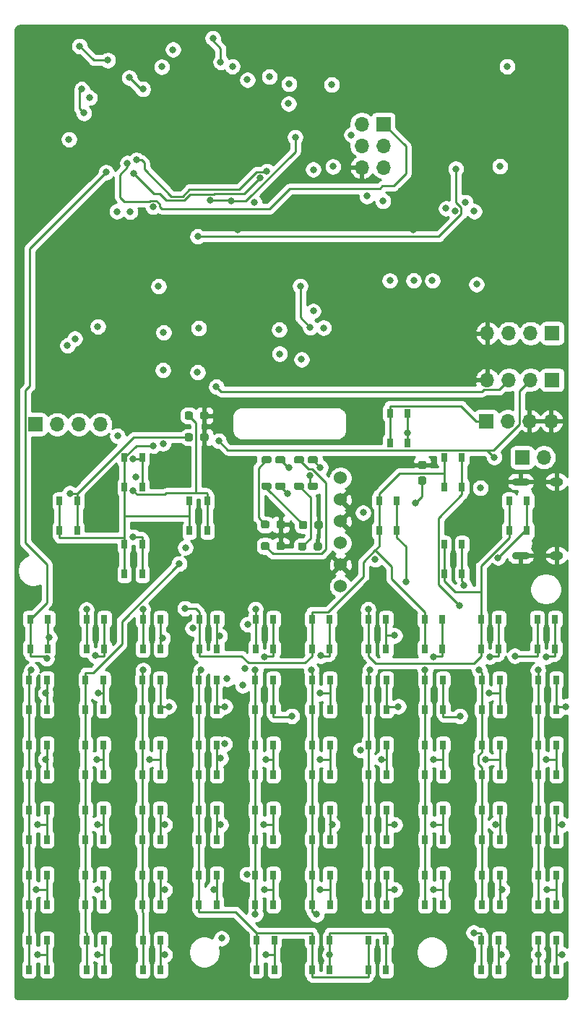
<source format=gbr>
%TF.GenerationSoftware,KiCad,Pcbnew,(5.1.12)-1*%
%TF.CreationDate,2022-02-12T22:16:26+01:00*%
%TF.ProjectId,MemoryBrakout,4d656d6f-7279-4427-9261-6b6f75742e6b,rev?*%
%TF.SameCoordinates,Original*%
%TF.FileFunction,Copper,L1,Top*%
%TF.FilePolarity,Positive*%
%FSLAX46Y46*%
G04 Gerber Fmt 4.6, Leading zero omitted, Abs format (unit mm)*
G04 Created by KiCad (PCBNEW (5.1.12)-1) date 2022-02-12 22:16:26*
%MOMM*%
%LPD*%
G01*
G04 APERTURE LIST*
%TA.AperFunction,ComponentPad*%
%ADD10O,1.700000X1.700000*%
%TD*%
%TA.AperFunction,ComponentPad*%
%ADD11R,1.700000X1.700000*%
%TD*%
%TA.AperFunction,ComponentPad*%
%ADD12O,1.600000X1.000000*%
%TD*%
%TA.AperFunction,ComponentPad*%
%ADD13O,2.100000X0.900000*%
%TD*%
%TA.AperFunction,SMDPad,CuDef*%
%ADD14R,0.650000X1.050000*%
%TD*%
%TA.AperFunction,ComponentPad*%
%ADD15C,1.524000*%
%TD*%
%TA.AperFunction,ViaPad*%
%ADD16C,0.800000*%
%TD*%
%TA.AperFunction,Conductor*%
%ADD17C,0.250000*%
%TD*%
%TA.AperFunction,Conductor*%
%ADD18C,0.254000*%
%TD*%
%TA.AperFunction,Conductor*%
%ADD19C,0.100000*%
%TD*%
G04 APERTURE END LIST*
D10*
%TO.P,J104,4*%
%TO.N,/SCL*%
X159258000Y-95631000D03*
%TO.P,J104,3*%
%TO.N,/SDA*%
X156718000Y-95631000D03*
%TO.P,J104,2*%
%TO.N,/RXD*%
X154178000Y-95631000D03*
D11*
%TO.P,J104,1*%
%TO.N,/TXD*%
X151638000Y-95631000D03*
%TD*%
%TO.P,J105,1*%
%TO.N,+3V3*%
X204470000Y-95250000D03*
D10*
%TO.P,J105,2*%
X207010000Y-95250000D03*
%TO.P,J105,3*%
%TO.N,GND*%
X209550000Y-95250000D03*
%TO.P,J105,4*%
X212090000Y-95250000D03*
%TD*%
%TO.P,R102,1*%
%TO.N,Net-(R102-Pad1)*%
%TA.AperFunction,SMDPad,CuDef*%
G36*
G01*
X197214500Y-102722000D02*
X196739500Y-102722000D01*
G75*
G02*
X196502000Y-102484500I0J237500D01*
G01*
X196502000Y-101984500D01*
G75*
G02*
X196739500Y-101747000I237500J0D01*
G01*
X197214500Y-101747000D01*
G75*
G02*
X197452000Y-101984500I0J-237500D01*
G01*
X197452000Y-102484500D01*
G75*
G02*
X197214500Y-102722000I-237500J0D01*
G01*
G37*
%TD.AperFunction*%
%TO.P,R102,2*%
%TO.N,GND*%
%TA.AperFunction,SMDPad,CuDef*%
G36*
G01*
X197214500Y-100897000D02*
X196739500Y-100897000D01*
G75*
G02*
X196502000Y-100659500I0J237500D01*
G01*
X196502000Y-100159500D01*
G75*
G02*
X196739500Y-99922000I237500J0D01*
G01*
X197214500Y-99922000D01*
G75*
G02*
X197452000Y-100159500I0J-237500D01*
G01*
X197452000Y-100659500D01*
G75*
G02*
X197214500Y-100897000I-237500J0D01*
G01*
G37*
%TD.AperFunction*%
%TD*%
%TO.P,R104,2*%
%TO.N,GND*%
%TA.AperFunction,SMDPad,CuDef*%
G36*
G01*
X170963000Y-97392500D02*
X170963000Y-96917500D01*
G75*
G02*
X171200500Y-96680000I237500J0D01*
G01*
X171700500Y-96680000D01*
G75*
G02*
X171938000Y-96917500I0J-237500D01*
G01*
X171938000Y-97392500D01*
G75*
G02*
X171700500Y-97630000I-237500J0D01*
G01*
X171200500Y-97630000D01*
G75*
G02*
X170963000Y-97392500I0J237500D01*
G01*
G37*
%TD.AperFunction*%
%TO.P,R104,1*%
%TO.N,Net-(R104-Pad1)*%
%TA.AperFunction,SMDPad,CuDef*%
G36*
G01*
X169138000Y-97392500D02*
X169138000Y-96917500D01*
G75*
G02*
X169375500Y-96680000I237500J0D01*
G01*
X169875500Y-96680000D01*
G75*
G02*
X170113000Y-96917500I0J-237500D01*
G01*
X170113000Y-97392500D01*
G75*
G02*
X169875500Y-97630000I-237500J0D01*
G01*
X169375500Y-97630000D01*
G75*
G02*
X169138000Y-97392500I0J237500D01*
G01*
G37*
%TD.AperFunction*%
%TD*%
%TO.P,R110,1*%
%TO.N,Net-(R110-Pad1)*%
%TA.AperFunction,SMDPad,CuDef*%
G36*
G01*
X169138000Y-94852500D02*
X169138000Y-94377500D01*
G75*
G02*
X169375500Y-94140000I237500J0D01*
G01*
X169875500Y-94140000D01*
G75*
G02*
X170113000Y-94377500I0J-237500D01*
G01*
X170113000Y-94852500D01*
G75*
G02*
X169875500Y-95090000I-237500J0D01*
G01*
X169375500Y-95090000D01*
G75*
G02*
X169138000Y-94852500I0J237500D01*
G01*
G37*
%TD.AperFunction*%
%TO.P,R110,2*%
%TO.N,GND*%
%TA.AperFunction,SMDPad,CuDef*%
G36*
G01*
X170963000Y-94852500D02*
X170963000Y-94377500D01*
G75*
G02*
X171200500Y-94140000I237500J0D01*
G01*
X171700500Y-94140000D01*
G75*
G02*
X171938000Y-94377500I0J-237500D01*
G01*
X171938000Y-94852500D01*
G75*
G02*
X171700500Y-95090000I-237500J0D01*
G01*
X171200500Y-95090000D01*
G75*
G02*
X170963000Y-94852500I0J237500D01*
G01*
G37*
%TD.AperFunction*%
%TD*%
%TO.P,D101,1*%
%TO.N,Net-(D101-Pad1)*%
%TA.AperFunction,SMDPad,CuDef*%
G36*
G01*
X178103000Y-100017500D02*
X178103000Y-99592500D01*
G75*
G02*
X178315500Y-99380000I212500J0D01*
G01*
X179115500Y-99380000D01*
G75*
G02*
X179328000Y-99592500I0J-212500D01*
G01*
X179328000Y-100017500D01*
G75*
G02*
X179115500Y-100230000I-212500J0D01*
G01*
X178315500Y-100230000D01*
G75*
G02*
X178103000Y-100017500I0J212500D01*
G01*
G37*
%TD.AperFunction*%
%TO.P,D101,2*%
%TO.N,/LEDYellow*%
%TA.AperFunction,SMDPad,CuDef*%
G36*
G01*
X179728000Y-100017500D02*
X179728000Y-99592500D01*
G75*
G02*
X179940500Y-99380000I212500J0D01*
G01*
X180740500Y-99380000D01*
G75*
G02*
X180953000Y-99592500I0J-212500D01*
G01*
X180953000Y-100017500D01*
G75*
G02*
X180740500Y-100230000I-212500J0D01*
G01*
X179940500Y-100230000D01*
G75*
G02*
X179728000Y-100017500I0J212500D01*
G01*
G37*
%TD.AperFunction*%
%TD*%
%TO.P,D102,2*%
%TO.N,/LEDPink*%
%TA.AperFunction,SMDPad,CuDef*%
G36*
G01*
X179728000Y-103082500D02*
X179728000Y-102657500D01*
G75*
G02*
X179940500Y-102445000I212500J0D01*
G01*
X180740500Y-102445000D01*
G75*
G02*
X180953000Y-102657500I0J-212500D01*
G01*
X180953000Y-103082500D01*
G75*
G02*
X180740500Y-103295000I-212500J0D01*
G01*
X179940500Y-103295000D01*
G75*
G02*
X179728000Y-103082500I0J212500D01*
G01*
G37*
%TD.AperFunction*%
%TO.P,D102,1*%
%TO.N,Net-(D102-Pad1)*%
%TA.AperFunction,SMDPad,CuDef*%
G36*
G01*
X178103000Y-103082500D02*
X178103000Y-102657500D01*
G75*
G02*
X178315500Y-102445000I212500J0D01*
G01*
X179115500Y-102445000D01*
G75*
G02*
X179328000Y-102657500I0J-212500D01*
G01*
X179328000Y-103082500D01*
G75*
G02*
X179115500Y-103295000I-212500J0D01*
G01*
X178315500Y-103295000D01*
G75*
G02*
X178103000Y-103082500I0J212500D01*
G01*
G37*
%TD.AperFunction*%
%TD*%
%TO.P,D103,1*%
%TO.N,Net-(D103-Pad1)*%
%TA.AperFunction,SMDPad,CuDef*%
G36*
G01*
X181913000Y-100017500D02*
X181913000Y-99592500D01*
G75*
G02*
X182125500Y-99380000I212500J0D01*
G01*
X182925500Y-99380000D01*
G75*
G02*
X183138000Y-99592500I0J-212500D01*
G01*
X183138000Y-100017500D01*
G75*
G02*
X182925500Y-100230000I-212500J0D01*
G01*
X182125500Y-100230000D01*
G75*
G02*
X181913000Y-100017500I0J212500D01*
G01*
G37*
%TD.AperFunction*%
%TO.P,D103,2*%
%TO.N,/LEDYellow2*%
%TA.AperFunction,SMDPad,CuDef*%
G36*
G01*
X183538000Y-100017500D02*
X183538000Y-99592500D01*
G75*
G02*
X183750500Y-99380000I212500J0D01*
G01*
X184550500Y-99380000D01*
G75*
G02*
X184763000Y-99592500I0J-212500D01*
G01*
X184763000Y-100017500D01*
G75*
G02*
X184550500Y-100230000I-212500J0D01*
G01*
X183750500Y-100230000D01*
G75*
G02*
X183538000Y-100017500I0J212500D01*
G01*
G37*
%TD.AperFunction*%
%TD*%
%TO.P,D104,2*%
%TO.N,/LEDPink2*%
%TA.AperFunction,SMDPad,CuDef*%
G36*
G01*
X183538000Y-103082500D02*
X183538000Y-102657500D01*
G75*
G02*
X183750500Y-102445000I212500J0D01*
G01*
X184550500Y-102445000D01*
G75*
G02*
X184763000Y-102657500I0J-212500D01*
G01*
X184763000Y-103082500D01*
G75*
G02*
X184550500Y-103295000I-212500J0D01*
G01*
X183750500Y-103295000D01*
G75*
G02*
X183538000Y-103082500I0J212500D01*
G01*
G37*
%TD.AperFunction*%
%TO.P,D104,1*%
%TO.N,Net-(D104-Pad1)*%
%TA.AperFunction,SMDPad,CuDef*%
G36*
G01*
X181913000Y-103082500D02*
X181913000Y-102657500D01*
G75*
G02*
X182125500Y-102445000I212500J0D01*
G01*
X182925500Y-102445000D01*
G75*
G02*
X183138000Y-102657500I0J-212500D01*
G01*
X183138000Y-103082500D01*
G75*
G02*
X182925500Y-103295000I-212500J0D01*
G01*
X182125500Y-103295000D01*
G75*
G02*
X181913000Y-103082500I0J212500D01*
G01*
G37*
%TD.AperFunction*%
%TD*%
%TO.P,R14,1*%
%TO.N,Net-(D101-Pad1)*%
%TA.AperFunction,SMDPad,CuDef*%
G36*
G01*
X178080000Y-107622500D02*
X178080000Y-107147500D01*
G75*
G02*
X178317500Y-106910000I237500J0D01*
G01*
X178817500Y-106910000D01*
G75*
G02*
X179055000Y-107147500I0J-237500D01*
G01*
X179055000Y-107622500D01*
G75*
G02*
X178817500Y-107860000I-237500J0D01*
G01*
X178317500Y-107860000D01*
G75*
G02*
X178080000Y-107622500I0J237500D01*
G01*
G37*
%TD.AperFunction*%
%TO.P,R14,2*%
%TO.N,GND*%
%TA.AperFunction,SMDPad,CuDef*%
G36*
G01*
X179905000Y-107622500D02*
X179905000Y-107147500D01*
G75*
G02*
X180142500Y-106910000I237500J0D01*
G01*
X180642500Y-106910000D01*
G75*
G02*
X180880000Y-107147500I0J-237500D01*
G01*
X180880000Y-107622500D01*
G75*
G02*
X180642500Y-107860000I-237500J0D01*
G01*
X180142500Y-107860000D01*
G75*
G02*
X179905000Y-107622500I0J237500D01*
G01*
G37*
%TD.AperFunction*%
%TD*%
%TO.P,R15,2*%
%TO.N,GND*%
%TA.AperFunction,SMDPad,CuDef*%
G36*
G01*
X184355000Y-107672500D02*
X184355000Y-107197500D01*
G75*
G02*
X184592500Y-106960000I237500J0D01*
G01*
X185092500Y-106960000D01*
G75*
G02*
X185330000Y-107197500I0J-237500D01*
G01*
X185330000Y-107672500D01*
G75*
G02*
X185092500Y-107910000I-237500J0D01*
G01*
X184592500Y-107910000D01*
G75*
G02*
X184355000Y-107672500I0J237500D01*
G01*
G37*
%TD.AperFunction*%
%TO.P,R15,1*%
%TO.N,Net-(D102-Pad1)*%
%TA.AperFunction,SMDPad,CuDef*%
G36*
G01*
X182530000Y-107672500D02*
X182530000Y-107197500D01*
G75*
G02*
X182767500Y-106960000I237500J0D01*
G01*
X183267500Y-106960000D01*
G75*
G02*
X183505000Y-107197500I0J-237500D01*
G01*
X183505000Y-107672500D01*
G75*
G02*
X183267500Y-107910000I-237500J0D01*
G01*
X182767500Y-107910000D01*
G75*
G02*
X182530000Y-107672500I0J237500D01*
G01*
G37*
%TD.AperFunction*%
%TD*%
%TO.P,R116,1*%
%TO.N,Net-(D103-Pad1)*%
%TA.AperFunction,SMDPad,CuDef*%
G36*
G01*
X178080000Y-110132500D02*
X178080000Y-109657500D01*
G75*
G02*
X178317500Y-109420000I237500J0D01*
G01*
X178817500Y-109420000D01*
G75*
G02*
X179055000Y-109657500I0J-237500D01*
G01*
X179055000Y-110132500D01*
G75*
G02*
X178817500Y-110370000I-237500J0D01*
G01*
X178317500Y-110370000D01*
G75*
G02*
X178080000Y-110132500I0J237500D01*
G01*
G37*
%TD.AperFunction*%
%TO.P,R116,2*%
%TO.N,GND*%
%TA.AperFunction,SMDPad,CuDef*%
G36*
G01*
X179905000Y-110132500D02*
X179905000Y-109657500D01*
G75*
G02*
X180142500Y-109420000I237500J0D01*
G01*
X180642500Y-109420000D01*
G75*
G02*
X180880000Y-109657500I0J-237500D01*
G01*
X180880000Y-110132500D01*
G75*
G02*
X180642500Y-110370000I-237500J0D01*
G01*
X180142500Y-110370000D01*
G75*
G02*
X179905000Y-110132500I0J237500D01*
G01*
G37*
%TD.AperFunction*%
%TD*%
%TO.P,R117,2*%
%TO.N,GND*%
%TA.AperFunction,SMDPad,CuDef*%
G36*
G01*
X184255000Y-110182500D02*
X184255000Y-109707500D01*
G75*
G02*
X184492500Y-109470000I237500J0D01*
G01*
X184992500Y-109470000D01*
G75*
G02*
X185230000Y-109707500I0J-237500D01*
G01*
X185230000Y-110182500D01*
G75*
G02*
X184992500Y-110420000I-237500J0D01*
G01*
X184492500Y-110420000D01*
G75*
G02*
X184255000Y-110182500I0J237500D01*
G01*
G37*
%TD.AperFunction*%
%TO.P,R117,1*%
%TO.N,Net-(D104-Pad1)*%
%TA.AperFunction,SMDPad,CuDef*%
G36*
G01*
X182430000Y-110182500D02*
X182430000Y-109707500D01*
G75*
G02*
X182667500Y-109470000I237500J0D01*
G01*
X183167500Y-109470000D01*
G75*
G02*
X183405000Y-109707500I0J-237500D01*
G01*
X183405000Y-110182500D01*
G75*
G02*
X183167500Y-110420000I-237500J0D01*
G01*
X182667500Y-110420000D01*
G75*
G02*
X182430000Y-110182500I0J237500D01*
G01*
G37*
%TD.AperFunction*%
%TD*%
D11*
%TO.P,J3,1*%
%TO.N,MISOA*%
X192430000Y-60452000D03*
D10*
%TO.P,J3,2*%
%TO.N,5volts*%
X189890000Y-60452000D03*
%TO.P,J3,3*%
%TO.N,SCKA*%
X192430000Y-62992000D03*
%TO.P,J3,4*%
%TO.N,MOSIA*%
X189890000Y-62992000D03*
%TO.P,J3,5*%
%TO.N,RESETA*%
X192430000Y-65532000D03*
%TO.P,J3,6*%
%TO.N,GND*%
X189890000Y-65532000D03*
%TD*%
D12*
%TO.P,J4,S1*%
%TO.N,GND*%
X212690000Y-102360000D03*
X212690000Y-111000000D03*
D13*
X208510000Y-102360000D03*
X208510000Y-111000000D03*
%TD*%
D14*
%TO.P,Ky1,1*%
%TO.N,COL0*%
X150889000Y-129040000D03*
X150889000Y-125575000D03*
%TO.P,Ky1,2*%
%TO.N,Net-(D1-Pad2)*%
X152989000Y-129040000D03*
X152989000Y-125575000D03*
%TD*%
%TO.P,Ky2,2*%
%TO.N,Net-(D2-Pad2)*%
X159621000Y-125575000D03*
X159621000Y-129040000D03*
%TO.P,Ky2,1*%
%TO.N,COL1*%
X157521000Y-125575000D03*
X157521000Y-129040000D03*
%TD*%
%TO.P,Ky3,1*%
%TO.N,COL2*%
X164153000Y-129040000D03*
X164153000Y-125575000D03*
%TO.P,Ky3,2*%
%TO.N,Net-(D3-Pad2)*%
X166253000Y-129040000D03*
X166253000Y-125575000D03*
%TD*%
%TO.P,Ky4,2*%
%TO.N,Net-(D4-Pad2)*%
X172886000Y-125575000D03*
X172886000Y-129040000D03*
%TO.P,Ky4,1*%
%TO.N,COL3*%
X170786000Y-125575000D03*
X170786000Y-129040000D03*
%TD*%
%TO.P,Ky5,1*%
%TO.N,COL4*%
X177418000Y-129040000D03*
X177418000Y-125575000D03*
%TO.P,Ky5,2*%
%TO.N,Net-(D5-Pad2)*%
X179518000Y-129040000D03*
X179518000Y-125575000D03*
%TD*%
%TO.P,Ky6,2*%
%TO.N,Net-(D6-Pad2)*%
X186150000Y-125575000D03*
X186150000Y-129040000D03*
%TO.P,Ky6,1*%
%TO.N,COL5*%
X184050000Y-125575000D03*
X184050000Y-129040000D03*
%TD*%
%TO.P,Ky7,1*%
%TO.N,COL6*%
X190682000Y-129040000D03*
X190682000Y-125575000D03*
%TO.P,Ky7,2*%
%TO.N,Net-(D7-Pad2)*%
X192782000Y-129040000D03*
X192782000Y-125575000D03*
%TD*%
%TO.P,Ky8,2*%
%TO.N,Net-(D8-Pad2)*%
X199415000Y-125575000D03*
X199415000Y-129040000D03*
%TO.P,Ky8,1*%
%TO.N,COL7*%
X197315000Y-125575000D03*
X197315000Y-129040000D03*
%TD*%
%TO.P,Ky9,1*%
%TO.N,COL8*%
X203947000Y-129040000D03*
X203947000Y-125575000D03*
%TO.P,Ky9,2*%
%TO.N,Net-(D9-Pad2)*%
X206047000Y-129040000D03*
X206047000Y-125575000D03*
%TD*%
%TO.P,Ky10,2*%
%TO.N,Net-(D10-Pad2)*%
X212679000Y-125575000D03*
X212679000Y-129040000D03*
%TO.P,Ky10,1*%
%TO.N,COL9*%
X210579000Y-125575000D03*
X210579000Y-129040000D03*
%TD*%
%TO.P,Ky11,1*%
%TO.N,COL10*%
X199530000Y-103005000D03*
X199530000Y-99540000D03*
%TO.P,Ky11,2*%
%TO.N,Net-(D11-Pad2)*%
X201630000Y-103005000D03*
X201630000Y-99540000D03*
%TD*%
%TO.P,Ky12,2*%
%TO.N,Net-(D12-Pad2)*%
X201630000Y-109700000D03*
X201630000Y-113165000D03*
%TO.P,Ky12,1*%
%TO.N,COL11*%
X199530000Y-109700000D03*
X199530000Y-113165000D03*
%TD*%
%TO.P,Ky13,1*%
%TO.N,COL0*%
X150889000Y-136660000D03*
X150889000Y-133195000D03*
%TO.P,Ky13,2*%
%TO.N,Net-(D13-Pad2)*%
X152989000Y-136660000D03*
X152989000Y-133195000D03*
%TD*%
%TO.P,Ky14,1*%
%TO.N,COL1*%
X157521000Y-136660000D03*
X157521000Y-133195000D03*
%TO.P,Ky14,2*%
%TO.N,Net-(D14-Pad2)*%
X159621000Y-136660000D03*
X159621000Y-133195000D03*
%TD*%
%TO.P,Ky15,2*%
%TO.N,Net-(D15-Pad2)*%
X166253000Y-133195000D03*
X166253000Y-136660000D03*
%TO.P,Ky15,1*%
%TO.N,COL2*%
X164153000Y-133195000D03*
X164153000Y-136660000D03*
%TD*%
%TO.P,Ky16,2*%
%TO.N,Net-(D16-Pad2)*%
X172886000Y-133195000D03*
X172886000Y-136660000D03*
%TO.P,Ky16,1*%
%TO.N,COL3*%
X170786000Y-133195000D03*
X170786000Y-136660000D03*
%TD*%
%TO.P,Ky17,1*%
%TO.N,COL4*%
X177418000Y-136660000D03*
X177418000Y-133195000D03*
%TO.P,Ky17,2*%
%TO.N,Net-(D17-Pad2)*%
X179518000Y-136660000D03*
X179518000Y-133195000D03*
%TD*%
%TO.P,Ky18,2*%
%TO.N,Net-(D18-Pad2)*%
X186150000Y-133195000D03*
X186150000Y-136660000D03*
%TO.P,Ky18,1*%
%TO.N,COL5*%
X184050000Y-133195000D03*
X184050000Y-136660000D03*
%TD*%
%TO.P,Ky19,1*%
%TO.N,COL6*%
X190682000Y-136660000D03*
X190682000Y-133195000D03*
%TO.P,Ky19,2*%
%TO.N,Net-(D19-Pad2)*%
X192782000Y-136660000D03*
X192782000Y-133195000D03*
%TD*%
%TO.P,Ky20,2*%
%TO.N,Net-(D20-Pad2)*%
X199415000Y-133195000D03*
X199415000Y-136660000D03*
%TO.P,Ky20,1*%
%TO.N,COL7*%
X197315000Y-133195000D03*
X197315000Y-136660000D03*
%TD*%
%TO.P,Ky21,1*%
%TO.N,COL8*%
X203947000Y-136660000D03*
X203947000Y-133195000D03*
%TO.P,Ky21,2*%
%TO.N,Net-(D21-Pad2)*%
X206047000Y-136660000D03*
X206047000Y-133195000D03*
%TD*%
%TO.P,Ky22,2*%
%TO.N,Net-(D22-Pad2)*%
X212679000Y-133195000D03*
X212679000Y-136660000D03*
%TO.P,Ky22,1*%
%TO.N,COL9*%
X210579000Y-133195000D03*
X210579000Y-136660000D03*
%TD*%
%TO.P,Ky23,1*%
%TO.N,COL10*%
X191910000Y-108085000D03*
X191910000Y-104620000D03*
%TO.P,Ky23,2*%
%TO.N,Net-(D23-Pad2)*%
X194010000Y-108085000D03*
X194010000Y-104620000D03*
%TD*%
%TO.P,Ky24,2*%
%TO.N,Net-(D24-Pad2)*%
X209250000Y-104620000D03*
X209250000Y-108085000D03*
%TO.P,Ky24,1*%
%TO.N,COL11*%
X207150000Y-104620000D03*
X207150000Y-108085000D03*
%TD*%
%TO.P,Ky25,1*%
%TO.N,COL0*%
X150889000Y-144280000D03*
X150889000Y-140815000D03*
%TO.P,Ky25,2*%
%TO.N,Net-(D25-Pad2)*%
X152989000Y-144280000D03*
X152989000Y-140815000D03*
%TD*%
%TO.P,Ky26,2*%
%TO.N,Net-(D26-Pad2)*%
X159621000Y-140815000D03*
X159621000Y-144280000D03*
%TO.P,Ky26,1*%
%TO.N,COL1*%
X157521000Y-140815000D03*
X157521000Y-144280000D03*
%TD*%
%TO.P,Ky27,2*%
%TO.N,Net-(D27-Pad2)*%
X166253000Y-140815000D03*
X166253000Y-144280000D03*
%TO.P,Ky27,1*%
%TO.N,COL2*%
X164153000Y-140815000D03*
X164153000Y-144280000D03*
%TD*%
%TO.P,Ky28,1*%
%TO.N,COL3*%
X170786000Y-144280000D03*
X170786000Y-140815000D03*
%TO.P,Ky28,2*%
%TO.N,Net-(D28-Pad2)*%
X172886000Y-144280000D03*
X172886000Y-140815000D03*
%TD*%
%TO.P,Ky29,1*%
%TO.N,COL4*%
X177418000Y-144280000D03*
X177418000Y-140815000D03*
%TO.P,Ky29,2*%
%TO.N,Net-(D29-Pad2)*%
X179518000Y-144280000D03*
X179518000Y-140815000D03*
%TD*%
%TO.P,Ky30,1*%
%TO.N,COL5*%
X184050000Y-144280000D03*
X184050000Y-140815000D03*
%TO.P,Ky30,2*%
%TO.N,Net-(D30-Pad2)*%
X186150000Y-144280000D03*
X186150000Y-140815000D03*
%TD*%
%TO.P,Ky31,2*%
%TO.N,Net-(D31-Pad2)*%
X192782000Y-140815000D03*
X192782000Y-144280000D03*
%TO.P,Ky31,1*%
%TO.N,COL6*%
X190682000Y-140815000D03*
X190682000Y-144280000D03*
%TD*%
%TO.P,Ky32,2*%
%TO.N,Net-(D32-Pad2)*%
X199415000Y-140815000D03*
X199415000Y-144280000D03*
%TO.P,Ky32,1*%
%TO.N,COL7*%
X197315000Y-140815000D03*
X197315000Y-144280000D03*
%TD*%
%TO.P,Ky33,2*%
%TO.N,Net-(D33-Pad2)*%
X206047000Y-140815000D03*
X206047000Y-144280000D03*
%TO.P,Ky33,1*%
%TO.N,COL8*%
X203947000Y-140815000D03*
X203947000Y-144280000D03*
%TD*%
%TO.P,Ky34,1*%
%TO.N,COL9*%
X210579000Y-144280000D03*
X210579000Y-140815000D03*
%TO.P,Ky34,2*%
%TO.N,Net-(D34-Pad2)*%
X212679000Y-144280000D03*
X212679000Y-140815000D03*
%TD*%
%TO.P,Ky35,1*%
%TO.N,COL10*%
X184036000Y-121928000D03*
X184036000Y-118463000D03*
%TO.P,Ky35,2*%
%TO.N,Net-(D35-Pad2)*%
X186136000Y-121928000D03*
X186136000Y-118463000D03*
%TD*%
%TO.P,Ky36,2*%
%TO.N,Net-(D36-Pad2)*%
X192740000Y-118463000D03*
X192740000Y-121928000D03*
%TO.P,Ky36,1*%
%TO.N,COL11*%
X190640000Y-118463000D03*
X190640000Y-121928000D03*
%TD*%
%TO.P,Ky37,2*%
%TO.N,Net-(D37-Pad2)*%
X152989000Y-148435000D03*
X152989000Y-151900000D03*
%TO.P,Ky37,1*%
%TO.N,COL0*%
X150889000Y-148435000D03*
X150889000Y-151900000D03*
%TD*%
%TO.P,Ky38,2*%
%TO.N,Net-(D38-Pad2)*%
X159621000Y-148435000D03*
X159621000Y-151900000D03*
%TO.P,Ky38,1*%
%TO.N,COL1*%
X157521000Y-148435000D03*
X157521000Y-151900000D03*
%TD*%
%TO.P,Ky39,1*%
%TO.N,COL2*%
X164153000Y-151900000D03*
X164153000Y-148435000D03*
%TO.P,Ky39,2*%
%TO.N,Net-(D39-Pad2)*%
X166253000Y-151900000D03*
X166253000Y-148435000D03*
%TD*%
%TO.P,Ky40,2*%
%TO.N,Net-(D40-Pad2)*%
X172886000Y-148435000D03*
X172886000Y-151900000D03*
%TO.P,Ky40,1*%
%TO.N,COL3*%
X170786000Y-148435000D03*
X170786000Y-151900000D03*
%TD*%
%TO.P,Ky41,1*%
%TO.N,COL4*%
X177418000Y-151900000D03*
X177418000Y-148435000D03*
%TO.P,Ky41,2*%
%TO.N,Net-(D41-Pad2)*%
X179518000Y-151900000D03*
X179518000Y-148435000D03*
%TD*%
%TO.P,Ky42,2*%
%TO.N,Net-(D42-Pad2)*%
X186150000Y-148435000D03*
X186150000Y-151900000D03*
%TO.P,Ky42,1*%
%TO.N,COL5*%
X184050000Y-148435000D03*
X184050000Y-151900000D03*
%TD*%
%TO.P,Ky43,1*%
%TO.N,COL6*%
X190682000Y-151900000D03*
X190682000Y-148435000D03*
%TO.P,Ky43,2*%
%TO.N,Net-(D43-Pad2)*%
X192782000Y-151900000D03*
X192782000Y-148435000D03*
%TD*%
%TO.P,Ky44,2*%
%TO.N,Net-(D44-Pad2)*%
X199415000Y-148435000D03*
X199415000Y-151900000D03*
%TO.P,Ky44,1*%
%TO.N,COL7*%
X197315000Y-148435000D03*
X197315000Y-151900000D03*
%TD*%
%TO.P,Ky45,1*%
%TO.N,COL8*%
X203947000Y-151900000D03*
X203947000Y-148435000D03*
%TO.P,Ky45,2*%
%TO.N,Net-(D45-Pad2)*%
X206047000Y-151900000D03*
X206047000Y-148435000D03*
%TD*%
%TO.P,Ky46,2*%
%TO.N,Net-(D46-Pad2)*%
X212679000Y-148435000D03*
X212679000Y-151900000D03*
%TO.P,Ky46,1*%
%TO.N,COL9*%
X210579000Y-148435000D03*
X210579000Y-151900000D03*
%TD*%
%TO.P,Ky47,1*%
%TO.N,COL10*%
X197244000Y-121928000D03*
X197244000Y-118463000D03*
%TO.P,Ky47,2*%
%TO.N,Net-(D47-Pad2)*%
X199344000Y-121928000D03*
X199344000Y-118463000D03*
%TD*%
%TO.P,Ky48,2*%
%TO.N,Net-(D48-Pad2)*%
X205948000Y-118463000D03*
X205948000Y-121928000D03*
%TO.P,Ky48,1*%
%TO.N,COL11*%
X203848000Y-118463000D03*
X203848000Y-121928000D03*
%TD*%
%TO.P,Ky49,1*%
%TO.N,COL0*%
X150889000Y-159520000D03*
X150889000Y-156055000D03*
%TO.P,Ky49,2*%
%TO.N,Net-(D49-Pad2)*%
X152989000Y-159520000D03*
X152989000Y-156055000D03*
%TD*%
%TO.P,Ky50,2*%
%TO.N,Net-(D50-Pad2)*%
X159720000Y-156055000D03*
X159720000Y-159520000D03*
%TO.P,Ky50,1*%
%TO.N,COL1*%
X157620000Y-156055000D03*
X157620000Y-159520000D03*
%TD*%
%TO.P,Ky51,1*%
%TO.N,COL2*%
X164224000Y-159520000D03*
X164224000Y-156055000D03*
%TO.P,Ky51,2*%
%TO.N,Net-(D51-Pad2)*%
X166324000Y-159520000D03*
X166324000Y-156055000D03*
%TD*%
%TO.P,Ky52,2*%
%TO.N,Net-(D52-Pad2)*%
X179659000Y-156055000D03*
X179659000Y-159520000D03*
%TO.P,Ky52,1*%
%TO.N,COL3*%
X177559000Y-156055000D03*
X177559000Y-159520000D03*
%TD*%
%TO.P,Ky53,1*%
%TO.N,COL3*%
X184036000Y-159520000D03*
X184036000Y-156055000D03*
%TO.P,Ky53,2*%
%TO.N,Net-(D52-Pad2)*%
X186136000Y-159520000D03*
X186136000Y-156055000D03*
%TD*%
%TO.P,Ky54,1*%
%TO.N,COL3*%
X190640000Y-159520000D03*
X190640000Y-156055000D03*
%TO.P,Ky54,2*%
%TO.N,Net-(D52-Pad2)*%
X192740000Y-159520000D03*
X192740000Y-156055000D03*
%TD*%
%TO.P,Ky55,1*%
%TO.N,COL4*%
X203848000Y-159520000D03*
X203848000Y-156055000D03*
%TO.P,Ky55,2*%
%TO.N,Net-(D55-Pad2)*%
X205948000Y-159520000D03*
X205948000Y-156055000D03*
%TD*%
%TO.P,Ky56,2*%
%TO.N,Net-(D56-Pad2)*%
X212679000Y-156055000D03*
X212679000Y-159520000D03*
%TO.P,Ky56,1*%
%TO.N,COL5*%
X210579000Y-156055000D03*
X210579000Y-159520000D03*
%TD*%
%TO.P,Ky57,1*%
%TO.N,COL6*%
X210452000Y-121928000D03*
X210452000Y-118463000D03*
%TO.P,Ky57,2*%
%TO.N,Net-(D57-Pad2)*%
X212552000Y-121928000D03*
X212552000Y-118463000D03*
%TD*%
%TO.P,Ky58,2*%
%TO.N,Net-(D58-Pad2)*%
X153116000Y-118463000D03*
X153116000Y-121928000D03*
%TO.P,Ky58,1*%
%TO.N,COL7*%
X151016000Y-118463000D03*
X151016000Y-121928000D03*
%TD*%
%TO.P,Ky59,1*%
%TO.N,COL8*%
X157620000Y-121928000D03*
X157620000Y-118463000D03*
%TO.P,Ky59,2*%
%TO.N,Net-(D59-Pad2)*%
X159720000Y-121928000D03*
X159720000Y-118463000D03*
%TD*%
%TO.P,Ky60,2*%
%TO.N,Net-(D60-Pad2)*%
X166324000Y-118463000D03*
X166324000Y-121928000D03*
%TO.P,Ky60,1*%
%TO.N,COL9*%
X164224000Y-118463000D03*
X164224000Y-121928000D03*
%TD*%
%TO.P,Ky61,1*%
%TO.N,COL10*%
X170828000Y-121928000D03*
X170828000Y-118463000D03*
%TO.P,Ky61,2*%
%TO.N,Net-(D61-Pad2)*%
X172928000Y-121928000D03*
X172928000Y-118463000D03*
%TD*%
%TO.P,Ky62,2*%
%TO.N,Net-(D62-Pad2)*%
X179532000Y-118463000D03*
X179532000Y-121928000D03*
%TO.P,Ky62,1*%
%TO.N,COL11*%
X177432000Y-118463000D03*
X177432000Y-121928000D03*
%TD*%
D11*
%TO.P,J2,1*%
%TO.N,5volts*%
X212217000Y-90424000D03*
D10*
%TO.P,J2,2*%
%TO.N,D+*%
X209677000Y-90424000D03*
%TO.P,J2,3*%
%TO.N,D-*%
X207137000Y-90424000D03*
%TO.P,J2,4*%
%TO.N,GND*%
X204597000Y-90424000D03*
%TD*%
D14*
%TO.P,SW101,1*%
%TO.N,+3V3*%
X193180000Y-97798000D03*
X193180000Y-94333000D03*
%TO.P,SW101,2*%
%TO.N,Net-(R102-Pad1)*%
X195280000Y-97798000D03*
X195280000Y-94333000D03*
%TD*%
%TO.P,SW102,2*%
%TO.N,Net-(R104-Pad1)*%
X156545000Y-104620000D03*
X156545000Y-108085000D03*
%TO.P,SW102,1*%
%TO.N,+3V3*%
X154445000Y-104620000D03*
X154445000Y-108085000D03*
%TD*%
%TO.P,SW103,1*%
%TO.N,+3V3*%
X162065000Y-113165000D03*
X162065000Y-109700000D03*
%TO.P,SW103,2*%
%TO.N,Net-(R108-Pad1)*%
X164165000Y-113165000D03*
X164165000Y-109700000D03*
%TD*%
%TO.P,SW104,2*%
%TO.N,Net-(R110-Pad1)*%
X171785000Y-104620000D03*
X171785000Y-108085000D03*
%TO.P,SW104,1*%
%TO.N,+3V3*%
X169685000Y-104620000D03*
X169685000Y-108085000D03*
%TD*%
%TO.P,SW105,2*%
%TO.N,Net-(R111-Pad1)*%
X164165000Y-99540000D03*
X164165000Y-103005000D03*
%TO.P,SW105,1*%
%TO.N,+3V3*%
X162065000Y-99540000D03*
X162065000Y-103005000D03*
%TD*%
D11*
%TO.P,J6,1*%
%TO.N,5volts*%
X212217000Y-84963000D03*
D10*
%TO.P,J6,2*%
%TO.N,/BAT-*%
X209677000Y-84963000D03*
%TO.P,J6,3*%
%TO.N,/BAT+*%
X207137000Y-84963000D03*
%TO.P,J6,4*%
%TO.N,GND*%
X204597000Y-84963000D03*
%TD*%
D11*
%TO.P,J8,1*%
%TO.N,Net-(J8-Pad1)*%
X208686000Y-99517200D03*
D10*
%TO.P,J8,2*%
%TO.N,5volts*%
X211226000Y-99517200D03*
%TD*%
D15*
%TO.P,U3,1*%
%TO.N,Net-(J8-Pad1)*%
X187388700Y-114629800D03*
%TO.P,U3,2*%
%TO.N,GND*%
X187388700Y-112089800D03*
%TO.P,U3,3*%
%TO.N,/BAT+*%
X187388700Y-109549800D03*
%TO.P,U3,4*%
%TO.N,GND*%
X187388700Y-107009800D03*
%TO.P,U3,5*%
X187388700Y-104469800D03*
%TO.P,U3,6*%
%TO.N,/VBUS5v*%
X187388700Y-101929800D03*
%TD*%
D16*
%TO.N,/DISPON*%
X185420000Y-84323700D03*
X182832000Y-88034400D03*
%TO.N,GND*%
X179679600Y-81229200D03*
X183413400Y-75996800D03*
X185445400Y-81026000D03*
X181584600Y-81178400D03*
X197053200Y-67157600D03*
X170738800Y-75895200D03*
X165557200Y-75946000D03*
X195884800Y-72847200D03*
X200964800Y-76530200D03*
X190525400Y-76606400D03*
X184835800Y-107416600D03*
X175387000Y-72834500D03*
X154356000Y-52628800D03*
X163441000Y-57878600D03*
X184378000Y-60147200D03*
X184201000Y-62788800D03*
X181483000Y-89941400D03*
X181229000Y-92938600D03*
X160477200Y-106375200D03*
X160172400Y-103936800D03*
X159969200Y-102082600D03*
X156972000Y-101701600D03*
X165811200Y-102565200D03*
X166527603Y-100680397D03*
X175361600Y-85953600D03*
X175006000Y-90449400D03*
X175387000Y-81229200D03*
X162102800Y-61163200D03*
X159588200Y-63423800D03*
X188518800Y-124739400D03*
X188518800Y-122656600D03*
X195249800Y-122478800D03*
X208356200Y-116992400D03*
X208000600Y-119126000D03*
X175082200Y-145872200D03*
X175006000Y-150444200D03*
X174447200Y-140284200D03*
X173913800Y-131089400D03*
%TO.N,+3V3*%
X180209400Y-84551600D03*
X170794100Y-84379600D03*
X165476900Y-98147500D03*
%TO.N,/SDA*%
X203072800Y-70684200D03*
%TO.N,/SCL*%
X200805000Y-70676000D03*
%TO.N,/TXD*%
X198163700Y-78800900D03*
%TO.N,/RXD*%
X195969000Y-78791100D03*
%TO.N,/BUT1*%
X193185000Y-78799500D03*
X156259000Y-85608300D03*
%TO.N,/BUT2*%
X166656100Y-84876300D03*
X190055400Y-105993100D03*
%TO.N,/EXTMODE*%
X166591400Y-89290500D03*
X170643200Y-89545300D03*
X180265100Y-87387600D03*
%TO.N,/LEDYellow*%
X181385700Y-100717300D03*
%TO.N,/LEDPink*%
X162750500Y-70718900D03*
X163430600Y-101822200D03*
X181230800Y-103760300D03*
%TO.N,/LEDYellow2*%
X161195100Y-70700400D03*
X161265000Y-97001200D03*
X185039900Y-100694400D03*
%TO.N,/LEDPink2*%
X166066500Y-79474500D03*
X166614900Y-97877100D03*
X183807700Y-101610500D03*
%TO.N,XTAL1*%
X160128000Y-52978400D03*
X156820000Y-51333400D03*
X162636000Y-55016400D03*
X164236000Y-56351000D03*
%TO.N,5volts*%
X172136000Y-69418200D03*
X182091000Y-62001400D03*
X174600000Y-69494400D03*
X157099000Y-56362600D03*
X157328000Y-59170400D03*
X172441000Y-50393600D03*
X173355000Y-53187600D03*
%TO.N,ROW0*%
X175921000Y-126216800D03*
X174117000Y-125463500D03*
%TO.N,Net-(D1-Pad2)*%
X152850300Y-127164700D03*
%TO.N,Net-(D2-Pad2)*%
X159012800Y-127164700D03*
%TO.N,Net-(D3-Pad2)*%
X167275300Y-128695200D03*
%TO.N,Net-(D4-Pad2)*%
X173855800Y-128695200D03*
%TO.N,Net-(D5-Pad2)*%
X181700800Y-129817100D03*
%TO.N,Net-(D6-Pad2)*%
X185020500Y-127164700D03*
%TO.N,Net-(D7-Pad2)*%
X194177500Y-128695200D03*
%TO.N,Net-(D8-Pad2)*%
X201390500Y-129817100D03*
%TO.N,Net-(D9-Pad2)*%
X204775000Y-127164700D03*
%TO.N,Net-(D10-Pad2)*%
X213812000Y-128695200D03*
%TO.N,Net-(D11-Pad2)*%
X201355000Y-116908400D03*
%TO.N,Net-(D12-Pad2)*%
X201876300Y-114534500D03*
%TO.N,ROW1*%
X173814400Y-133082400D03*
X189742500Y-133800500D03*
X191475400Y-111465300D03*
X190500000Y-68910200D03*
%TO.N,Net-(D13-Pad2)*%
X152850300Y-134874000D03*
%TO.N,Net-(D14-Pad2)*%
X158876200Y-134874000D03*
%TO.N,Net-(D15-Pad2)*%
X165039000Y-134874000D03*
%TO.N,Net-(D16-Pad2)*%
X173352300Y-134756100D03*
%TO.N,Net-(D17-Pad2)*%
X178627500Y-134874000D03*
%TO.N,Net-(D18-Pad2)*%
X185020500Y-134874000D03*
%TO.N,Net-(D19-Pad2)*%
X192229300Y-134874000D03*
%TO.N,Net-(D20-Pad2)*%
X198292300Y-134874000D03*
%TO.N,Net-(D21-Pad2)*%
X204381500Y-134874000D03*
%TO.N,Net-(D22-Pad2)*%
X211493000Y-134874000D03*
%TO.N,Net-(D23-Pad2)*%
X195050600Y-114109500D03*
%TO.N,Net-(D24-Pad2)*%
X205867900Y-111249900D03*
%TO.N,Net-(D25-Pad2)*%
X151889300Y-142494000D03*
%TO.N,Net-(D26-Pad2)*%
X158912800Y-142494000D03*
%TO.N,Net-(D27-Pad2)*%
X166786300Y-142547500D03*
%TO.N,Net-(D28-Pad2)*%
X173352300Y-142547500D03*
%TO.N,Net-(D29-Pad2)*%
X178422500Y-142494000D03*
%TO.N,Net-(D30-Pad2)*%
X186433500Y-142547500D03*
%TO.N,Net-(D31-Pad2)*%
X193759000Y-142547500D03*
%TO.N,Net-(D32-Pad2)*%
X198292300Y-142494000D03*
%TO.N,Net-(D33-Pad2)*%
X205604800Y-142494000D03*
%TO.N,Net-(D34-Pad2)*%
X213351000Y-142547500D03*
%TO.N,Net-(D35-Pad2)*%
X185086000Y-122743800D03*
%TO.N,Net-(D36-Pad2)*%
X193759000Y-120387700D03*
%TO.N,Net-(D37-Pad2)*%
X151700300Y-150114000D03*
%TO.N,ROW3*%
X176201400Y-124208300D03*
X176429300Y-148351200D03*
X177292000Y-69672200D03*
%TO.N,Net-(D38-Pad2)*%
X158912800Y-150114000D03*
%TO.N,Net-(D39-Pad2)*%
X166786300Y-150167500D03*
%TO.N,Net-(D40-Pad2)*%
X172540000Y-150114000D03*
%TO.N,Net-(D41-Pad2)*%
X178500500Y-150114000D03*
%TO.N,Net-(D42-Pad2)*%
X185020500Y-150114000D03*
%TO.N,Net-(D43-Pad2)*%
X193759000Y-150167500D03*
%TO.N,Net-(D44-Pad2)*%
X198292300Y-150114000D03*
%TO.N,Net-(D45-Pad2)*%
X206329800Y-150167500D03*
%TO.N,Net-(D46-Pad2)*%
X211620000Y-150114000D03*
%TO.N,Net-(D47-Pad2)*%
X198294000Y-122867000D03*
%TO.N,Net-(D48-Pad2)*%
X204898000Y-122867000D03*
%TO.N,ROW4*%
X173460900Y-155855300D03*
X170064500Y-119532100D03*
X176497000Y-119074200D03*
X192380000Y-69469000D03*
%TO.N,Net-(D49-Pad2)*%
X151889300Y-157734000D03*
%TO.N,Net-(D50-Pad2)*%
X158962300Y-157734000D03*
%TO.N,Net-(D51-Pad2)*%
X166786300Y-157787500D03*
%TO.N,Net-(D52-Pad2)*%
X186136000Y-157787500D03*
X178673000Y-157734000D03*
%TO.N,Net-(D55-Pad2)*%
X206280300Y-157787500D03*
%TO.N,Net-(D56-Pad2)*%
X213351000Y-157787500D03*
%TO.N,Net-(D57-Pad2)*%
X211530500Y-122867000D03*
%TO.N,Net-(D58-Pad2)*%
X153283000Y-120630800D03*
%TO.N,Net-(D59-Pad2)*%
X158670000Y-122743800D03*
%TO.N,Net-(D60-Pad2)*%
X166553300Y-120700000D03*
%TO.N,Net-(D61-Pad2)*%
X173237500Y-120423300D03*
%TO.N,Net-(D62-Pad2)*%
X178482000Y-122867000D03*
%TO.N,COL0*%
X151165500Y-124446000D03*
X176479000Y-55270400D03*
%TO.N,COL1*%
X168509100Y-111952400D03*
X179070000Y-54914800D03*
%TO.N,COL2*%
X164277000Y-124446000D03*
X181381000Y-55753000D03*
%TO.N,COL3*%
X171029300Y-124446000D03*
X186360000Y-55854600D03*
%TO.N,COL4*%
X177418000Y-153034100D03*
X202997700Y-155204700D03*
X177418000Y-124446000D03*
X181305000Y-58064400D03*
%TO.N,COL5*%
X184586400Y-153057100D03*
X210579000Y-157787500D03*
X183966800Y-124446000D03*
X184201000Y-65786000D03*
%TO.N,COL6*%
X207822700Y-122778300D03*
X190854300Y-124446000D03*
X186512000Y-65430400D03*
%TO.N,COL7*%
X197315000Y-124446000D03*
X152959300Y-123081400D03*
X159923000Y-66109600D03*
%TO.N,COL8*%
X203656500Y-124446000D03*
X157620000Y-117334600D03*
X157988000Y-57378600D03*
%TO.N,COL9*%
X210544000Y-124446000D03*
X164224000Y-117316200D03*
X166446000Y-53746400D03*
%TO.N,COL10*%
X169173900Y-117197200D03*
X167767000Y-51739800D03*
%TO.N,COL11*%
X190640000Y-117312100D03*
X177432000Y-117294700D03*
X169212700Y-110081200D03*
X174727000Y-53695600D03*
%TO.N,D+*%
X205408800Y-99485700D03*
X173126000Y-97586800D03*
%TO.N,D-*%
X203797000Y-103085000D03*
X172847000Y-91236800D03*
%TO.N,Net-(R102-Pad1)*%
X195280000Y-96615600D03*
X196190000Y-104867000D03*
%TO.N,Net-(R104-Pad1)*%
X155671500Y-103726200D03*
%TO.N,Net-(R108-Pad1)*%
X163115000Y-108830100D03*
%TO.N,Net-(R110-Pad1)*%
X163115000Y-103402500D03*
%TO.N,Net-(R111-Pad1)*%
X163115000Y-99714900D03*
%TO.N,/BAT+*%
X158951200Y-84189900D03*
%TO.N,/BAT-*%
X155401900Y-86403000D03*
%TO.N,/DIO0W*%
X206929700Y-53707800D03*
X199774800Y-70352600D03*
%TO.N,/LRESET*%
X170662600Y-73634600D03*
X200914000Y-65709800D03*
%TO.N,/NSS*%
X165453300Y-70158800D03*
X202024700Y-69631200D03*
%TO.N,/MOSI*%
X184200300Y-82375800D03*
X203343500Y-79241900D03*
X206070300Y-65408800D03*
%TO.N,/SCK*%
X188677600Y-61722000D03*
X182680900Y-79449400D03*
X183855700Y-84292100D03*
%TO.N,MISOA*%
X162433000Y-65024000D03*
%TO.N,SCKA*%
X177973000Y-66771900D03*
X163169600Y-66243200D03*
%TO.N,MOSIA*%
X178773000Y-65971800D03*
X163491000Y-64665700D03*
%TO.N,RESETA*%
X155575000Y-62255400D03*
%TD*%
D17*
%TO.N,GND*%
X163441000Y-57878600D02*
X161739000Y-57878600D01*
X161739000Y-57878600D02*
X160528000Y-56667400D01*
X160528000Y-56667400D02*
X158699000Y-56667400D01*
X158699000Y-56667400D02*
X154661000Y-52628800D01*
X154661000Y-52628800D02*
X154356000Y-52628800D01*
X184201000Y-62788800D02*
X184201000Y-60324000D01*
X184201000Y-60324000D02*
X184378000Y-60147200D01*
X160477200Y-104241600D02*
X160172400Y-103936800D01*
X160477200Y-106375200D02*
X160477200Y-104241600D01*
X160172400Y-102285800D02*
X159969200Y-102082600D01*
X160172400Y-103936800D02*
X160172400Y-102285800D01*
X165811200Y-101396800D02*
X166527603Y-100680397D01*
X165811200Y-102565200D02*
X165811200Y-101396800D01*
%TO.N,+3V3*%
X162065000Y-99540000D02*
X163457500Y-98147500D01*
X163457500Y-98147500D02*
X165476900Y-98147500D01*
X193180000Y-94333000D02*
X193180000Y-93482700D01*
X193180000Y-93482700D02*
X201527400Y-93482700D01*
X201527400Y-93482700D02*
X203294700Y-95250000D01*
X193180000Y-94333000D02*
X193180000Y-97798000D01*
X204470000Y-95250000D02*
X203294700Y-95250000D01*
X162065000Y-108935300D02*
X162065000Y-109700000D01*
X162065000Y-106352500D02*
X162065000Y-108935300D01*
X162065000Y-108935300D02*
X154445000Y-108935300D01*
X154445000Y-108085000D02*
X154445000Y-108935300D01*
X162065000Y-109700000D02*
X162065000Y-113165000D01*
X154445000Y-108085000D02*
X154445000Y-104620000D01*
X162065000Y-103005000D02*
X162065000Y-106352500D01*
X169685000Y-106352500D02*
X162065000Y-106352500D01*
X169685000Y-106352500D02*
X169685000Y-104620000D01*
X169685000Y-108085000D02*
X169685000Y-106352500D01*
X162065000Y-99540000D02*
X162065000Y-103005000D01*
%TO.N,/LEDYellow*%
X181385700Y-100717300D02*
X181252800Y-100717300D01*
X181252800Y-100717300D02*
X180340500Y-99805000D01*
%TO.N,/LEDPink*%
X180340500Y-102870000D02*
X181230800Y-103760300D01*
%TO.N,/LEDYellow2*%
X184150500Y-99805000D02*
X185039900Y-100694400D01*
%TO.N,/LEDPink2*%
X184150500Y-102870000D02*
X183807700Y-102527200D01*
X183807700Y-102527200D02*
X183807700Y-101610500D01*
%TO.N,XTAL1*%
X156820000Y-51333400D02*
X158465000Y-52978400D01*
X158465000Y-52978400D02*
X160128000Y-52978400D01*
X164236000Y-56351000D02*
X163971000Y-56351000D01*
X163971000Y-56351000D02*
X162636000Y-55016400D01*
%TO.N,5volts*%
X172136000Y-69418200D02*
X174523000Y-69418200D01*
X174523000Y-69418200D02*
X174600000Y-69494400D01*
X174600000Y-69494400D02*
X176276000Y-69494400D01*
X176276000Y-69494400D02*
X182091000Y-63679500D01*
X182091000Y-63679500D02*
X182091000Y-62001400D01*
X157328000Y-59170400D02*
X156794000Y-58637000D01*
X156794000Y-58637000D02*
X156794000Y-56667400D01*
X156794000Y-56667400D02*
X157099000Y-56362600D01*
X173355000Y-53187600D02*
X173355000Y-51612800D01*
X173355000Y-51612800D02*
X172441000Y-50698400D01*
X172441000Y-50698400D02*
X172441000Y-50393600D01*
%TO.N,Net-(D1-Pad2)*%
X152989000Y-127164700D02*
X152989000Y-129040000D01*
X152989000Y-125575000D02*
X152989000Y-127164700D01*
X152989000Y-127164700D02*
X152850300Y-127164700D01*
%TO.N,Net-(D2-Pad2)*%
X159621000Y-127164700D02*
X159621000Y-125575000D01*
X159621000Y-129040000D02*
X159621000Y-127164700D01*
X159621000Y-127164700D02*
X159012800Y-127164700D01*
%TO.N,Net-(D3-Pad2)*%
X166253000Y-128695200D02*
X166253000Y-129040000D01*
X166253000Y-125575000D02*
X166253000Y-128695200D01*
X166253000Y-128695200D02*
X167275300Y-128695200D01*
%TO.N,Net-(D4-Pad2)*%
X172886000Y-128695200D02*
X172886000Y-125575000D01*
X172886000Y-129040000D02*
X172886000Y-128695200D01*
X172886000Y-128695200D02*
X173855800Y-128695200D01*
%TO.N,Net-(D5-Pad2)*%
X179518000Y-129040000D02*
X179518000Y-129890300D01*
X179518000Y-129890300D02*
X181627600Y-129890300D01*
X181627600Y-129890300D02*
X181700800Y-129817100D01*
X179518000Y-125575000D02*
X179518000Y-129040000D01*
%TO.N,Net-(D6-Pad2)*%
X186150000Y-127164700D02*
X186150000Y-125575000D01*
X186150000Y-129040000D02*
X186150000Y-127164700D01*
X186150000Y-127164700D02*
X185020500Y-127164700D01*
%TO.N,Net-(D7-Pad2)*%
X192782000Y-128695200D02*
X192782000Y-129040000D01*
X192782000Y-125575000D02*
X192782000Y-128695200D01*
X192782000Y-128695200D02*
X194177500Y-128695200D01*
%TO.N,Net-(D8-Pad2)*%
X199415000Y-129040000D02*
X199415000Y-129890300D01*
X199415000Y-129890300D02*
X201317300Y-129890300D01*
X201317300Y-129890300D02*
X201390500Y-129817100D01*
X199415000Y-129040000D02*
X199415000Y-125575000D01*
%TO.N,Net-(D9-Pad2)*%
X206047000Y-127164700D02*
X206047000Y-129040000D01*
X206047000Y-125575000D02*
X206047000Y-127164700D01*
X206047000Y-127164700D02*
X204775000Y-127164700D01*
%TO.N,Net-(D10-Pad2)*%
X212679000Y-128695200D02*
X212679000Y-125575000D01*
X212679000Y-129040000D02*
X212679000Y-128695200D01*
X212679000Y-128695200D02*
X213812000Y-128695200D01*
%TO.N,Net-(D11-Pad2)*%
X201630000Y-103005000D02*
X201630000Y-103855300D01*
X201630000Y-103855300D02*
X198856700Y-106628600D01*
X198856700Y-106628600D02*
X198856700Y-114410100D01*
X198856700Y-114410100D02*
X201355000Y-116908400D01*
X201630000Y-99540000D02*
X201630000Y-103005000D01*
%TO.N,Net-(D12-Pad2)*%
X201630000Y-113165000D02*
X201630000Y-114015300D01*
X201630000Y-114015300D02*
X201876300Y-114261600D01*
X201876300Y-114261600D02*
X201876300Y-114534500D01*
X201630000Y-113165000D02*
X201630000Y-109700000D01*
%TO.N,Net-(D13-Pad2)*%
X152989000Y-134874000D02*
X152989000Y-136660000D01*
X152989000Y-133195000D02*
X152989000Y-134874000D01*
X152989000Y-134874000D02*
X152850300Y-134874000D01*
%TO.N,Net-(D14-Pad2)*%
X159621000Y-134874000D02*
X159621000Y-136660000D01*
X159621000Y-133195000D02*
X159621000Y-134874000D01*
X159621000Y-134874000D02*
X158876200Y-134874000D01*
%TO.N,Net-(D15-Pad2)*%
X166253000Y-134874000D02*
X166253000Y-133195000D01*
X166253000Y-136660000D02*
X166253000Y-134874000D01*
X166253000Y-134874000D02*
X165039000Y-134874000D01*
%TO.N,Net-(D16-Pad2)*%
X172886000Y-134756100D02*
X172886000Y-133195000D01*
X172886000Y-136660000D02*
X172886000Y-134756100D01*
X172886000Y-134756100D02*
X173352300Y-134756100D01*
%TO.N,Net-(D17-Pad2)*%
X179518000Y-134874000D02*
X179518000Y-136660000D01*
X179518000Y-133195000D02*
X179518000Y-134874000D01*
X179518000Y-134874000D02*
X178627500Y-134874000D01*
%TO.N,Net-(D18-Pad2)*%
X186150000Y-134874000D02*
X186150000Y-133195000D01*
X186150000Y-136660000D02*
X186150000Y-134874000D01*
X186150000Y-134874000D02*
X185020500Y-134874000D01*
%TO.N,Net-(D19-Pad2)*%
X192782000Y-134874000D02*
X192782000Y-136660000D01*
X192782000Y-133195000D02*
X192782000Y-134874000D01*
X192782000Y-134874000D02*
X192229300Y-134874000D01*
%TO.N,Net-(D20-Pad2)*%
X199415000Y-134874000D02*
X199415000Y-133195000D01*
X199415000Y-136660000D02*
X199415000Y-134874000D01*
X199415000Y-134874000D02*
X198292300Y-134874000D01*
%TO.N,Net-(D21-Pad2)*%
X206047000Y-134874000D02*
X206047000Y-136660000D01*
X206047000Y-133195000D02*
X206047000Y-134874000D01*
X206047000Y-134874000D02*
X204381500Y-134874000D01*
%TO.N,Net-(D22-Pad2)*%
X212679000Y-134874000D02*
X212679000Y-133195000D01*
X212679000Y-136660000D02*
X212679000Y-134874000D01*
X212679000Y-134874000D02*
X211493000Y-134874000D01*
%TO.N,Net-(D23-Pad2)*%
X194010000Y-108085000D02*
X194010000Y-108935300D01*
X194010000Y-108935300D02*
X195050600Y-109975900D01*
X195050600Y-109975900D02*
X195050600Y-114109500D01*
X194010000Y-104620000D02*
X194010000Y-108085000D01*
%TO.N,Net-(D24-Pad2)*%
X209250000Y-108085000D02*
X209032800Y-108085000D01*
X209032800Y-108085000D02*
X205867900Y-111249900D01*
X209250000Y-108085000D02*
X209250000Y-104620000D01*
%TO.N,Net-(D25-Pad2)*%
X152989000Y-142494000D02*
X152989000Y-144280000D01*
X152989000Y-140815000D02*
X152989000Y-142494000D01*
X152989000Y-142494000D02*
X151889300Y-142494000D01*
%TO.N,Net-(D26-Pad2)*%
X159621000Y-142494000D02*
X159621000Y-140815000D01*
X159621000Y-144280000D02*
X159621000Y-142494000D01*
X159621000Y-142494000D02*
X158912800Y-142494000D01*
%TO.N,Net-(D27-Pad2)*%
X166253000Y-142547500D02*
X166253000Y-140815000D01*
X166253000Y-144280000D02*
X166253000Y-142547500D01*
X166253000Y-142547500D02*
X166786300Y-142547500D01*
%TO.N,Net-(D28-Pad2)*%
X172886000Y-142547500D02*
X172886000Y-144280000D01*
X172886000Y-140815000D02*
X172886000Y-142547500D01*
X172886000Y-142547500D02*
X173352300Y-142547500D01*
%TO.N,Net-(D29-Pad2)*%
X179518000Y-142494000D02*
X179518000Y-144280000D01*
X179518000Y-140815000D02*
X179518000Y-142494000D01*
X179518000Y-142494000D02*
X178422500Y-142494000D01*
%TO.N,Net-(D30-Pad2)*%
X186150000Y-142547500D02*
X186150000Y-144280000D01*
X186150000Y-140815000D02*
X186150000Y-142547500D01*
X186150000Y-142547500D02*
X186433500Y-142547500D01*
%TO.N,Net-(D31-Pad2)*%
X192782000Y-142547500D02*
X192782000Y-140815000D01*
X192782000Y-144280000D02*
X192782000Y-142547500D01*
X192782000Y-142547500D02*
X193759000Y-142547500D01*
%TO.N,Net-(D32-Pad2)*%
X199415000Y-142494000D02*
X199415000Y-140815000D01*
X199415000Y-144280000D02*
X199415000Y-142494000D01*
X199415000Y-142494000D02*
X198292300Y-142494000D01*
%TO.N,Net-(D33-Pad2)*%
X206047000Y-142494000D02*
X206047000Y-140815000D01*
X206047000Y-144280000D02*
X206047000Y-142494000D01*
X206047000Y-142494000D02*
X205604800Y-142494000D01*
%TO.N,Net-(D34-Pad2)*%
X212679000Y-142547500D02*
X212679000Y-144280000D01*
X212679000Y-140815000D02*
X212679000Y-142547500D01*
X212679000Y-142547500D02*
X213351000Y-142547500D01*
%TO.N,Net-(D35-Pad2)*%
X186136000Y-121928000D02*
X186136000Y-122778300D01*
X186136000Y-122778300D02*
X185120500Y-122778300D01*
X185120500Y-122778300D02*
X185086000Y-122743800D01*
X186136000Y-118463000D02*
X186136000Y-121928000D01*
%TO.N,Net-(D36-Pad2)*%
X192740000Y-120387700D02*
X192740000Y-118463000D01*
X192740000Y-121928000D02*
X192740000Y-120387700D01*
X192740000Y-120387700D02*
X193759000Y-120387700D01*
%TO.N,Net-(D37-Pad2)*%
X152989000Y-150114000D02*
X152989000Y-148435000D01*
X152989000Y-151900000D02*
X152989000Y-150114000D01*
X152989000Y-150114000D02*
X151700300Y-150114000D01*
%TO.N,Net-(D38-Pad2)*%
X159621000Y-150114000D02*
X159621000Y-148435000D01*
X159621000Y-151900000D02*
X159621000Y-150114000D01*
X159621000Y-150114000D02*
X158912800Y-150114000D01*
%TO.N,Net-(D39-Pad2)*%
X166253000Y-150167500D02*
X166253000Y-151900000D01*
X166253000Y-148435000D02*
X166253000Y-150167500D01*
X166253000Y-150167500D02*
X166786300Y-150167500D01*
%TO.N,Net-(D40-Pad2)*%
X172886000Y-150114000D02*
X172886000Y-148435000D01*
X172886000Y-151900000D02*
X172886000Y-150114000D01*
X172886000Y-150114000D02*
X172540000Y-150114000D01*
%TO.N,Net-(D41-Pad2)*%
X179518000Y-150114000D02*
X179518000Y-151900000D01*
X179518000Y-148435000D02*
X179518000Y-150114000D01*
X179518000Y-150114000D02*
X178500500Y-150114000D01*
%TO.N,Net-(D42-Pad2)*%
X186150000Y-150114000D02*
X186150000Y-148435000D01*
X186150000Y-151900000D02*
X186150000Y-150114000D01*
X186150000Y-150114000D02*
X185020500Y-150114000D01*
%TO.N,Net-(D43-Pad2)*%
X192782000Y-150167500D02*
X192782000Y-151900000D01*
X192782000Y-148435000D02*
X192782000Y-150167500D01*
X192782000Y-150167500D02*
X193759000Y-150167500D01*
%TO.N,Net-(D44-Pad2)*%
X199415000Y-150114000D02*
X199415000Y-148435000D01*
X199415000Y-151900000D02*
X199415000Y-150114000D01*
X199415000Y-150114000D02*
X198292300Y-150114000D01*
%TO.N,Net-(D45-Pad2)*%
X206047000Y-150167500D02*
X206047000Y-151900000D01*
X206047000Y-148435000D02*
X206047000Y-150167500D01*
X206047000Y-150167500D02*
X206329800Y-150167500D01*
%TO.N,Net-(D46-Pad2)*%
X212679000Y-150114000D02*
X212679000Y-148435000D01*
X212679000Y-151900000D02*
X212679000Y-150114000D01*
X212679000Y-150114000D02*
X211620000Y-150114000D01*
%TO.N,Net-(D47-Pad2)*%
X199344000Y-121928000D02*
X199344000Y-122778300D01*
X199344000Y-122778300D02*
X198382700Y-122778300D01*
X198382700Y-122778300D02*
X198294000Y-122867000D01*
X199344000Y-118463000D02*
X199344000Y-121928000D01*
%TO.N,Net-(D48-Pad2)*%
X205948000Y-121928000D02*
X205948000Y-122778300D01*
X205948000Y-122778300D02*
X204986700Y-122778300D01*
X204986700Y-122778300D02*
X204898000Y-122867000D01*
X205948000Y-121928000D02*
X205948000Y-118463000D01*
%TO.N,Net-(D49-Pad2)*%
X152989000Y-157734000D02*
X152989000Y-159520000D01*
X152989000Y-156055000D02*
X152989000Y-157734000D01*
X152989000Y-157734000D02*
X151889300Y-157734000D01*
%TO.N,Net-(D50-Pad2)*%
X159720000Y-157734000D02*
X159720000Y-156055000D01*
X159720000Y-159520000D02*
X159720000Y-157734000D01*
X159720000Y-157734000D02*
X158962300Y-157734000D01*
%TO.N,Net-(D51-Pad2)*%
X166324000Y-157787500D02*
X166324000Y-159520000D01*
X166324000Y-156055000D02*
X166324000Y-157787500D01*
X166324000Y-157787500D02*
X166786300Y-157787500D01*
%TO.N,Net-(D52-Pad2)*%
X186136000Y-157787500D02*
X186136000Y-158669700D01*
X186136000Y-156905300D02*
X186136000Y-157787500D01*
X179659000Y-157734000D02*
X179659000Y-156055000D01*
X179659000Y-159520000D02*
X179659000Y-157734000D01*
X178673000Y-157734000D02*
X179659000Y-157734000D01*
X192740000Y-156055000D02*
X192740000Y-155204700D01*
X186136000Y-156055000D02*
X186136000Y-155204700D01*
X186136000Y-155204700D02*
X192740000Y-155204700D01*
X186136000Y-156367500D02*
X186136000Y-156055000D01*
X186136000Y-156367500D02*
X186136000Y-156905300D01*
X186136000Y-159520000D02*
X186136000Y-158669700D01*
X192740000Y-156055000D02*
X192740000Y-159520000D01*
%TO.N,Net-(D55-Pad2)*%
X205948000Y-157787500D02*
X205948000Y-159520000D01*
X205948000Y-156055000D02*
X205948000Y-157787500D01*
X205948000Y-157787500D02*
X206280300Y-157787500D01*
%TO.N,Net-(D56-Pad2)*%
X212679000Y-157787500D02*
X212679000Y-156055000D01*
X212679000Y-159520000D02*
X212679000Y-157787500D01*
X212679000Y-157787500D02*
X213351000Y-157787500D01*
%TO.N,Net-(D57-Pad2)*%
X212552000Y-121928000D02*
X212552000Y-122778300D01*
X212552000Y-122778300D02*
X211619200Y-122778300D01*
X211619200Y-122778300D02*
X211530500Y-122867000D01*
X212552000Y-118463000D02*
X212552000Y-121928000D01*
%TO.N,Net-(D58-Pad2)*%
X153116000Y-120630800D02*
X153116000Y-118463000D01*
X153116000Y-121928000D02*
X153116000Y-120630800D01*
X153116000Y-120630800D02*
X153283000Y-120630800D01*
%TO.N,Net-(D59-Pad2)*%
X159720000Y-121928000D02*
X159720000Y-122778300D01*
X159720000Y-122778300D02*
X158704500Y-122778300D01*
X158704500Y-122778300D02*
X158670000Y-122743800D01*
X159720000Y-118463000D02*
X159720000Y-121928000D01*
%TO.N,Net-(D60-Pad2)*%
X166324000Y-120700000D02*
X166324000Y-118463000D01*
X166324000Y-121928000D02*
X166324000Y-120700000D01*
X166324000Y-120700000D02*
X166553300Y-120700000D01*
%TO.N,Net-(D61-Pad2)*%
X172928000Y-120423300D02*
X172928000Y-121928000D01*
X172928000Y-118463000D02*
X172928000Y-120423300D01*
X172928000Y-120423300D02*
X173237500Y-120423300D01*
%TO.N,Net-(D62-Pad2)*%
X179532000Y-121928000D02*
X179532000Y-122778300D01*
X179532000Y-122778300D02*
X178570700Y-122778300D01*
X178570700Y-122778300D02*
X178482000Y-122867000D01*
X179532000Y-121928000D02*
X179532000Y-118463000D01*
%TO.N,Net-(D101-Pad1)*%
X178567500Y-107385000D02*
X177768100Y-106585600D01*
X177768100Y-106585600D02*
X177768100Y-100752400D01*
X177768100Y-100752400D02*
X178715500Y-99805000D01*
%TO.N,Net-(D102-Pad1)*%
X183017500Y-107435000D02*
X178715500Y-103133000D01*
X178715500Y-103133000D02*
X178715500Y-102870000D01*
%TO.N,Net-(D103-Pad1)*%
X178567500Y-109895000D02*
X179472100Y-110799600D01*
X179472100Y-110799600D02*
X185186900Y-110799600D01*
X185186900Y-110799600D02*
X185684500Y-110302000D01*
X185684500Y-110302000D02*
X185684500Y-102461500D01*
X185684500Y-102461500D02*
X184108200Y-100885200D01*
X184108200Y-100885200D02*
X183605700Y-100885200D01*
X183605700Y-100885200D02*
X182525500Y-99805000D01*
%TO.N,Net-(D104-Pad1)*%
X182525500Y-102870000D02*
X183865500Y-104210000D01*
X183865500Y-104210000D02*
X183865500Y-108997000D01*
X183865500Y-108997000D02*
X182917500Y-109945000D01*
%TO.N,COL0*%
X151165500Y-124446000D02*
X150889000Y-124722500D01*
X150889000Y-124722500D02*
X150889000Y-125575000D01*
X150889000Y-129040000D02*
X150889000Y-125575000D01*
X150889000Y-136660000D02*
X150889000Y-134045300D01*
X150889000Y-140815000D02*
X150889000Y-136660000D01*
X150889000Y-133195000D02*
X150889000Y-134045300D01*
X150889000Y-133195000D02*
X150889000Y-129040000D01*
X150889000Y-144280000D02*
X150889000Y-140815000D01*
X150889000Y-148435000D02*
X150889000Y-144280000D01*
X150889000Y-151900000D02*
X150889000Y-148435000D01*
X150889000Y-156055000D02*
X150889000Y-159520000D01*
X150889000Y-151900000D02*
X150889000Y-156055000D01*
%TO.N,COL1*%
X157521000Y-124724700D02*
X158443000Y-124724700D01*
X158443000Y-124724700D02*
X161761600Y-121406100D01*
X161761600Y-121406100D02*
X161761600Y-118699900D01*
X161761600Y-118699900D02*
X168509100Y-111952400D01*
X157521000Y-125575000D02*
X157521000Y-124724700D01*
X157521000Y-125575000D02*
X157521000Y-129040000D01*
X157521000Y-133195000D02*
X157521000Y-135809700D01*
X157521000Y-129040000D02*
X157521000Y-133195000D01*
X157521000Y-136660000D02*
X157521000Y-135809700D01*
X157521000Y-140815000D02*
X157521000Y-136660000D01*
X157521000Y-144280000D02*
X157521000Y-140815000D01*
X157521000Y-148435000D02*
X157521000Y-144280000D01*
X157521000Y-151900000D02*
X157521000Y-148435000D01*
X157620000Y-155204700D02*
X157521000Y-155105700D01*
X157521000Y-155105700D02*
X157521000Y-151900000D01*
X157620000Y-156055000D02*
X157620000Y-155204700D01*
X157620000Y-159520000D02*
X157620000Y-156055000D01*
%TO.N,COL2*%
X164153000Y-125575000D02*
X164153000Y-129040000D01*
X164277000Y-124446000D02*
X164153000Y-124570000D01*
X164153000Y-124570000D02*
X164153000Y-125575000D01*
X164153000Y-133195000D02*
X164153000Y-129040000D01*
X164153000Y-136660000D02*
X164153000Y-133195000D01*
X164153000Y-148435000D02*
X164153000Y-151900000D01*
X164153000Y-144280000D02*
X164153000Y-148435000D01*
X164153000Y-151900000D02*
X164153000Y-152750300D01*
X164224000Y-156055000D02*
X164224000Y-152821300D01*
X164224000Y-152821300D02*
X164153000Y-152750300D01*
X164224000Y-159520000D02*
X164224000Y-156055000D01*
X164153000Y-140815000D02*
X164153000Y-144280000D01*
X164153000Y-140815000D02*
X164153000Y-136660000D01*
%TO.N,COL3*%
X190640000Y-159520000D02*
X190640000Y-160370300D01*
X184036000Y-159520000D02*
X184036000Y-160370300D01*
X184036000Y-160370300D02*
X190640000Y-160370300D01*
X184036000Y-156055000D02*
X184036000Y-159520000D01*
X171029300Y-124446000D02*
X170786000Y-124689300D01*
X170786000Y-124689300D02*
X170786000Y-125575000D01*
X170786000Y-151900000D02*
X170786000Y-152750300D01*
X170786000Y-152750300D02*
X175104600Y-152750300D01*
X175104600Y-152750300D02*
X177559000Y-155204700D01*
X170786000Y-148435000D02*
X170786000Y-151900000D01*
X170786000Y-140815000D02*
X170786000Y-144280000D01*
X170786000Y-136660000D02*
X170786000Y-140815000D01*
X184036000Y-156055000D02*
X184036000Y-155204700D01*
X184036000Y-155204700D02*
X177559000Y-155204700D01*
X177559000Y-156055000D02*
X177559000Y-155204700D01*
X190640000Y-156055000D02*
X190640000Y-159520000D01*
X170786000Y-133195000D02*
X170786000Y-136660000D01*
X170786000Y-129040000D02*
X170786000Y-125575000D01*
X170786000Y-133195000D02*
X170786000Y-129040000D01*
X170786000Y-148435000D02*
X170786000Y-144280000D01*
X177559000Y-159520000D02*
X177559000Y-156055000D01*
%TO.N,COL4*%
X177418000Y-125575000D02*
X177418000Y-129040000D01*
X177418000Y-124446000D02*
X177418000Y-125575000D01*
X177418000Y-133195000D02*
X177418000Y-129040000D01*
X177418000Y-136660000D02*
X177418000Y-133195000D01*
X177418000Y-144280000D02*
X177418000Y-141665300D01*
X177418000Y-148435000D02*
X177418000Y-144280000D01*
X177418000Y-140815000D02*
X177418000Y-141665300D01*
X177418000Y-140815000D02*
X177418000Y-136660000D01*
X177418000Y-151900000D02*
X177418000Y-148435000D01*
X203848000Y-155204700D02*
X202997700Y-155204700D01*
X203848000Y-156055000D02*
X203848000Y-155204700D01*
X177418000Y-153034100D02*
X177418000Y-151900000D01*
X203848000Y-159520000D02*
X203848000Y-156055000D01*
%TO.N,COL5*%
X184050000Y-140815000D02*
X184050000Y-144280000D01*
X184050000Y-136660000D02*
X184050000Y-140815000D01*
X184050000Y-133195000D02*
X184050000Y-136660000D01*
X184050000Y-129040000D02*
X184050000Y-125575000D01*
X184050000Y-133195000D02*
X184050000Y-129040000D01*
X184050000Y-148435000D02*
X184050000Y-144280000D01*
X184050000Y-151900000D02*
X184050000Y-148435000D01*
X184050000Y-152325100D02*
X184050000Y-151900000D01*
X184050000Y-152325100D02*
X184050000Y-152750300D01*
X184586400Y-153057100D02*
X184279600Y-152750300D01*
X184279600Y-152750300D02*
X184050000Y-152750300D01*
X210579000Y-157787500D02*
X210579000Y-156055000D01*
X210579000Y-159520000D02*
X210579000Y-157787500D01*
X183966800Y-124446000D02*
X184050000Y-124529200D01*
X184050000Y-124529200D02*
X184050000Y-125575000D01*
%TO.N,COL6*%
X190682000Y-125575000D02*
X190682000Y-129040000D01*
X190854300Y-124446000D02*
X190682000Y-124618300D01*
X190682000Y-124618300D02*
X190682000Y-125575000D01*
X190682000Y-133195000D02*
X190682000Y-129040000D01*
X190682000Y-136660000D02*
X190682000Y-133195000D01*
X190682000Y-140815000D02*
X190682000Y-136660000D01*
X190682000Y-144280000D02*
X190682000Y-140815000D01*
X190682000Y-148435000D02*
X190682000Y-151900000D01*
X190682000Y-144280000D02*
X190682000Y-148435000D01*
X210452000Y-122778300D02*
X207822700Y-122778300D01*
X210452000Y-121928000D02*
X210452000Y-122778300D01*
X210452000Y-118463000D02*
X210452000Y-121928000D01*
%TO.N,COL7*%
X197315000Y-129040000D02*
X197315000Y-125575000D01*
X197315000Y-133195000D02*
X197315000Y-129040000D01*
X197315000Y-136660000D02*
X197315000Y-133195000D01*
X197315000Y-140815000D02*
X197315000Y-136660000D01*
X197315000Y-144280000D02*
X197315000Y-140815000D01*
X197315000Y-148435000D02*
X197315000Y-144280000D01*
X197315000Y-151900000D02*
X197315000Y-148435000D01*
X151016000Y-121928000D02*
X151016000Y-122778300D01*
X151016000Y-122778300D02*
X152656200Y-122778300D01*
X152656200Y-122778300D02*
X152959300Y-123081400D01*
X151016000Y-118463000D02*
X151016000Y-121928000D01*
X197315000Y-124446000D02*
X197315000Y-125575000D01*
X159923000Y-66109600D02*
X150978000Y-75055000D01*
X150978000Y-75055000D02*
X150978000Y-91160600D01*
X150978000Y-91160600D02*
X150463000Y-91675200D01*
X150463000Y-91675200D02*
X150463000Y-109524000D01*
X150463000Y-109524000D02*
X152959000Y-112020000D01*
X152959000Y-112020000D02*
X152959000Y-116520000D01*
X152959000Y-116520000D02*
X151016000Y-118463000D01*
%TO.N,COL8*%
X203947000Y-125575000D02*
X203947000Y-129040000D01*
X203947000Y-125262400D02*
X203947000Y-125575000D01*
X203947000Y-125262400D02*
X203947000Y-124724700D01*
X203947000Y-133195000D02*
X203947000Y-129040000D01*
X203947000Y-133463600D02*
X203947000Y-133195000D01*
X203947000Y-133463600D02*
X203947000Y-134045300D01*
X203947000Y-136660000D02*
X203947000Y-135809700D01*
X203947000Y-134045300D02*
X203567200Y-134425100D01*
X203567200Y-134425100D02*
X203567200Y-135429900D01*
X203567200Y-135429900D02*
X203947000Y-135809700D01*
X203947000Y-140815000D02*
X203947000Y-136660000D01*
X203947000Y-144280000D02*
X203947000Y-140815000D01*
X203947000Y-148435000D02*
X203947000Y-151900000D01*
X203947000Y-144280000D02*
X203947000Y-148435000D01*
X203656500Y-124446000D02*
X203935200Y-124724700D01*
X203935200Y-124724700D02*
X203947000Y-124724700D01*
X157620000Y-118463000D02*
X157620000Y-121928000D01*
X157620000Y-117334600D02*
X157620000Y-118463000D01*
%TO.N,COL9*%
X210579000Y-140815000D02*
X210579000Y-144280000D01*
X210579000Y-136660000D02*
X210579000Y-140815000D01*
X210579000Y-133195000D02*
X210579000Y-136660000D01*
X210579000Y-129040000D02*
X210579000Y-125575000D01*
X210579000Y-133195000D02*
X210579000Y-129040000D01*
X210579000Y-148435000D02*
X210579000Y-144280000D01*
X210579000Y-151900000D02*
X210579000Y-148435000D01*
X210544000Y-124446000D02*
X210579000Y-124481000D01*
X210579000Y-124481000D02*
X210579000Y-125575000D01*
X164224000Y-121928000D02*
X164224000Y-118463000D01*
X164224000Y-117316200D02*
X164224000Y-118463000D01*
%TO.N,COL10*%
X169173900Y-117197200D02*
X170412500Y-117197200D01*
X170412500Y-117197200D02*
X170828000Y-117612700D01*
X170828000Y-118463000D02*
X170828000Y-117612700D01*
X184036000Y-122778300D02*
X183205700Y-123608600D01*
X183205700Y-123608600D02*
X176627500Y-123608600D01*
X176627500Y-123608600D02*
X175797200Y-122778300D01*
X175797200Y-122778300D02*
X170828000Y-122778300D01*
X199530000Y-101374600D02*
X199530000Y-103005000D01*
X199530000Y-99540000D02*
X199530000Y-101374600D01*
X199530000Y-101374600D02*
X194305100Y-101374600D01*
X194305100Y-101374600D02*
X191910000Y-103769700D01*
X191910000Y-104620000D02*
X191910000Y-103769700D01*
X191475200Y-110388200D02*
X191910000Y-109953400D01*
X191910000Y-109953400D02*
X191910000Y-108510100D01*
X184036000Y-117612700D02*
X185947500Y-117612700D01*
X185947500Y-117612700D02*
X190105400Y-113454800D01*
X190105400Y-113454800D02*
X190105400Y-111758000D01*
X190105400Y-111758000D02*
X191475200Y-110388200D01*
X191475200Y-110388200D02*
X193390400Y-112303400D01*
X193390400Y-112303400D02*
X193390400Y-113759100D01*
X193390400Y-113759100D02*
X197244000Y-117612700D01*
X197244000Y-118463000D02*
X197244000Y-117612700D01*
X191910000Y-108085000D02*
X191910000Y-108510100D01*
X191910000Y-104620000D02*
X191910000Y-108085000D01*
X184036000Y-118463000D02*
X184036000Y-117612700D01*
X184036000Y-118463000D02*
X184036000Y-121928000D01*
X197244000Y-121928000D02*
X197244000Y-118463000D01*
X184036000Y-121928000D02*
X184036000Y-122778300D01*
X170828000Y-121928000D02*
X170828000Y-122778300D01*
X170828000Y-118463000D02*
X170828000Y-121928000D01*
%TO.N,COL11*%
X203848000Y-121928000D02*
X203848000Y-122778300D01*
X190640000Y-121928000D02*
X190640000Y-122778300D01*
X190640000Y-122778300D02*
X191479700Y-123618000D01*
X191479700Y-123618000D02*
X203008300Y-123618000D01*
X203008300Y-123618000D02*
X203848000Y-122778300D01*
X190640000Y-118463000D02*
X190640000Y-121928000D01*
X203848000Y-115289500D02*
X203848000Y-118063200D01*
X207150000Y-108935300D02*
X203848000Y-112237300D01*
X203848000Y-112237300D02*
X203848000Y-115289500D01*
X203848000Y-115289500D02*
X200804200Y-115289500D01*
X200804200Y-115289500D02*
X199530000Y-114015300D01*
X207150000Y-108085000D02*
X207150000Y-108935300D01*
X207150000Y-108085000D02*
X207150000Y-104620000D01*
X203848000Y-118463000D02*
X203848000Y-118063200D01*
X190640000Y-117312100D02*
X190640000Y-118463000D01*
X177432000Y-117294700D02*
X177432000Y-118463000D01*
X199530000Y-113165000D02*
X199530000Y-109700000D01*
X199530000Y-113193300D02*
X199530000Y-113165000D01*
X199530000Y-113193300D02*
X199530000Y-114015300D01*
X203848000Y-121928000D02*
X203848000Y-118463000D01*
X177432000Y-121928000D02*
X177432000Y-118463000D01*
%TO.N,D+*%
X204571100Y-98648000D02*
X205408800Y-99485700D01*
X204571100Y-98648000D02*
X205351000Y-98648000D01*
X205351000Y-98648000D02*
X208375000Y-95624000D01*
X208375000Y-95624000D02*
X208375000Y-91726000D01*
X208375000Y-91726000D02*
X209677000Y-90424000D01*
X173126000Y-97586800D02*
X174188000Y-98648000D01*
X174188000Y-98648000D02*
X204571100Y-98648000D01*
%TO.N,D-*%
X172847000Y-91236800D02*
X173406000Y-91795600D01*
X173406000Y-91795600D02*
X203987000Y-91795600D01*
X203987000Y-91795600D02*
X204184000Y-91599000D01*
X204184000Y-91599000D02*
X205962000Y-91599000D01*
X205962000Y-91599000D02*
X207137000Y-90424000D01*
%TO.N,Net-(R102-Pad1)*%
X195280000Y-96615600D02*
X195280000Y-97798000D01*
X195280000Y-94333000D02*
X195280000Y-96615600D01*
X196190000Y-104867000D02*
X196977000Y-104080000D01*
X196977000Y-104080000D02*
X196977000Y-102234500D01*
%TO.N,Net-(R104-Pad1)*%
X169625500Y-97155000D02*
X169622300Y-97151800D01*
X169622300Y-97151800D02*
X163119800Y-97151800D01*
X163119800Y-97151800D02*
X156545000Y-103726600D01*
X156545000Y-104620000D02*
X156545000Y-103726600D01*
X155671500Y-103726200D02*
X155671900Y-103726600D01*
X155671900Y-103726600D02*
X156545000Y-103726600D01*
X156545000Y-108085000D02*
X156545000Y-104620000D01*
%TO.N,Net-(R108-Pad1)*%
X164165000Y-109700000D02*
X164165000Y-108849700D01*
X164165000Y-108849700D02*
X163134600Y-108849700D01*
X163134600Y-108849700D02*
X163115000Y-108830100D01*
X164165000Y-109700000D02*
X164165000Y-113165000D01*
%TO.N,Net-(R110-Pad1)*%
X170481000Y-103699900D02*
X166969100Y-103699900D01*
X166969100Y-103699900D02*
X166813600Y-103855400D01*
X166813600Y-103855400D02*
X163567900Y-103855400D01*
X163567900Y-103855400D02*
X163115000Y-103402500D01*
X171785000Y-103769700D02*
X171715200Y-103699900D01*
X171715200Y-103699900D02*
X170481000Y-103699900D01*
X169625500Y-94615000D02*
X170481000Y-95470500D01*
X170481000Y-95470500D02*
X170481000Y-103699900D01*
X171785000Y-104620000D02*
X171785000Y-103769700D01*
X171785000Y-108085000D02*
X171785000Y-104620000D01*
%TO.N,Net-(R111-Pad1)*%
X164165000Y-99714900D02*
X164165000Y-99540000D01*
X164165000Y-103005000D02*
X164165000Y-99714900D01*
X164165000Y-99714900D02*
X163115000Y-99714900D01*
%TO.N,/LRESET*%
X170662600Y-73634600D02*
X198297800Y-73634600D01*
X200914000Y-69593502D02*
X200914000Y-65709800D01*
X201530001Y-71024001D02*
X201530001Y-70209503D01*
X201530001Y-70209503D02*
X200914000Y-69593502D01*
X198919402Y-73634600D02*
X201530001Y-71024001D01*
X198297800Y-73634600D02*
X198919402Y-73634600D01*
%TO.N,/SCK*%
X183855700Y-84292100D02*
X182680900Y-83117300D01*
X182680900Y-83117300D02*
X182680900Y-79449400D01*
%TO.N,MISOA*%
X162433000Y-65506600D02*
X162433000Y-65024000D01*
X161544000Y-66395600D02*
X162433000Y-65506600D01*
X192430000Y-60452000D02*
X195047000Y-63068200D01*
X165019298Y-69519800D02*
X162052000Y-69519800D01*
X195047000Y-63068200D02*
X195047000Y-66268600D01*
X161544000Y-69011800D02*
X161544000Y-66395600D01*
X195047000Y-66268600D02*
X193599000Y-67716400D01*
X193599000Y-67716400D02*
X192310000Y-67716400D01*
X179082000Y-70397200D02*
X166460000Y-70397200D01*
X192310000Y-67716400D02*
X192005000Y-68021200D01*
X162052000Y-69519800D02*
X161544000Y-69011800D01*
X165105299Y-69433799D02*
X165019298Y-69519800D01*
X192005000Y-68021200D02*
X181458000Y-68021200D01*
X181458000Y-68021200D02*
X179082000Y-70397200D01*
X166460000Y-70397200D02*
X166178301Y-70115501D01*
X165801301Y-69433799D02*
X165105299Y-69433799D01*
X166178301Y-70115501D02*
X166178301Y-69810799D01*
X166178301Y-69810799D02*
X165801301Y-69433799D01*
%TO.N,SCKA*%
X172644000Y-68630800D02*
X176114000Y-68630800D01*
X172581000Y-68693200D02*
X172644000Y-68630800D01*
X169787000Y-68693200D02*
X172581000Y-68693200D01*
X169113000Y-69367400D02*
X169787000Y-68693200D01*
X166852600Y-69291200D02*
X166928800Y-69367400D01*
X176114000Y-68630800D02*
X177973000Y-66771900D01*
X166852600Y-69265800D02*
X166852600Y-69291200D01*
X166928800Y-69367400D02*
X169113000Y-69367400D01*
X165531800Y-68605400D02*
X166192200Y-68605400D01*
X166192200Y-68605400D02*
X166852600Y-69265800D01*
X163169600Y-66243200D02*
X165531800Y-68605400D01*
%TO.N,MOSIA*%
X163491000Y-64665700D02*
X164057000Y-64665700D01*
X164057000Y-64665700D02*
X164389000Y-64997800D01*
X164389000Y-64997800D02*
X164389000Y-65735200D01*
X164389000Y-65735200D02*
X167571000Y-68917400D01*
X167571000Y-68917400D02*
X168877000Y-68917400D01*
X168877000Y-68917400D02*
X169697000Y-68097400D01*
X169697000Y-68097400D02*
X175514000Y-68097400D01*
X175514000Y-68097400D02*
X177564000Y-66046900D01*
X177564000Y-66046900D02*
X178698000Y-66046900D01*
X178698000Y-66046900D02*
X178773000Y-65971800D01*
%TD*%
D18*
%TO.N,GND*%
X213477869Y-48934722D02*
X213591246Y-48968953D01*
X213695819Y-49024555D01*
X213787596Y-49099407D01*
X213863091Y-49190664D01*
X213919419Y-49294844D01*
X213954440Y-49407976D01*
X213970000Y-49556022D01*
X213970001Y-101782226D01*
X213882369Y-101647236D01*
X213726169Y-101486839D01*
X213541678Y-101359997D01*
X213335987Y-101271585D01*
X213117000Y-101225000D01*
X212817000Y-101225000D01*
X212817000Y-102233000D01*
X212837000Y-102233000D01*
X212837000Y-102487000D01*
X212817000Y-102487000D01*
X212817000Y-103495000D01*
X213117000Y-103495000D01*
X213335987Y-103448415D01*
X213541678Y-103360003D01*
X213726169Y-103233161D01*
X213882369Y-103072764D01*
X213970001Y-102937774D01*
X213970001Y-110422226D01*
X213882369Y-110287236D01*
X213726169Y-110126839D01*
X213541678Y-109999997D01*
X213335987Y-109911585D01*
X213117000Y-109865000D01*
X212817000Y-109865000D01*
X212817000Y-110873000D01*
X212837000Y-110873000D01*
X212837000Y-111127000D01*
X212817000Y-111127000D01*
X212817000Y-112135000D01*
X213117000Y-112135000D01*
X213335987Y-112088415D01*
X213541678Y-112000003D01*
X213726169Y-111873161D01*
X213882369Y-111712764D01*
X213970001Y-111577774D01*
X213970001Y-114267572D01*
X213970000Y-114267582D01*
X213970000Y-127671351D01*
X213913939Y-127660200D01*
X213710061Y-127660200D01*
X213510102Y-127699974D01*
X213439000Y-127729426D01*
X213439000Y-126564468D01*
X213455185Y-126551185D01*
X213534537Y-126454494D01*
X213593502Y-126344180D01*
X213629812Y-126224482D01*
X213642072Y-126100000D01*
X213642072Y-125050000D01*
X213629812Y-124925518D01*
X213593502Y-124805820D01*
X213534537Y-124695506D01*
X213455185Y-124598815D01*
X213358494Y-124519463D01*
X213248180Y-124460498D01*
X213128482Y-124424188D01*
X213004000Y-124411928D01*
X212354000Y-124411928D01*
X212229518Y-124424188D01*
X212109820Y-124460498D01*
X211999506Y-124519463D01*
X211902815Y-124598815D01*
X211823463Y-124695506D01*
X211764498Y-124805820D01*
X211728188Y-124925518D01*
X211715928Y-125050000D01*
X211715928Y-126100000D01*
X211728188Y-126224482D01*
X211764498Y-126344180D01*
X211823463Y-126454494D01*
X211902815Y-126551185D01*
X211919001Y-126564468D01*
X211919000Y-128050532D01*
X211902815Y-128063815D01*
X211823463Y-128160506D01*
X211764498Y-128270820D01*
X211728188Y-128390518D01*
X211715928Y-128515000D01*
X211715928Y-129565000D01*
X211728188Y-129689482D01*
X211764498Y-129809180D01*
X211823463Y-129919494D01*
X211902815Y-130016185D01*
X211999506Y-130095537D01*
X212109820Y-130154502D01*
X212229518Y-130190812D01*
X212354000Y-130203072D01*
X213004000Y-130203072D01*
X213128482Y-130190812D01*
X213248180Y-130154502D01*
X213358494Y-130095537D01*
X213455185Y-130016185D01*
X213534537Y-129919494D01*
X213593502Y-129809180D01*
X213622730Y-129712829D01*
X213710061Y-129730200D01*
X213913939Y-129730200D01*
X213970000Y-129719049D01*
X213970001Y-141716319D01*
X213841256Y-141630295D01*
X213652898Y-141552274D01*
X213606010Y-141542947D01*
X213629812Y-141464482D01*
X213642072Y-141340000D01*
X213642072Y-140290000D01*
X213629812Y-140165518D01*
X213593502Y-140045820D01*
X213534537Y-139935506D01*
X213455185Y-139838815D01*
X213358494Y-139759463D01*
X213248180Y-139700498D01*
X213128482Y-139664188D01*
X213004000Y-139651928D01*
X212354000Y-139651928D01*
X212229518Y-139664188D01*
X212109820Y-139700498D01*
X211999506Y-139759463D01*
X211902815Y-139838815D01*
X211823463Y-139935506D01*
X211764498Y-140045820D01*
X211728188Y-140165518D01*
X211715928Y-140290000D01*
X211715928Y-141340000D01*
X211728188Y-141464482D01*
X211764498Y-141584180D01*
X211823463Y-141694494D01*
X211902815Y-141791185D01*
X211919001Y-141804468D01*
X211919001Y-142510157D01*
X211915323Y-142547500D01*
X211919000Y-142584832D01*
X211919000Y-143290532D01*
X211902815Y-143303815D01*
X211823463Y-143400506D01*
X211764498Y-143510820D01*
X211728188Y-143630518D01*
X211715928Y-143755000D01*
X211715928Y-144805000D01*
X211728188Y-144929482D01*
X211764498Y-145049180D01*
X211823463Y-145159494D01*
X211902815Y-145256185D01*
X211999506Y-145335537D01*
X212109820Y-145394502D01*
X212229518Y-145430812D01*
X212354000Y-145443072D01*
X213004000Y-145443072D01*
X213128482Y-145430812D01*
X213248180Y-145394502D01*
X213358494Y-145335537D01*
X213455185Y-145256185D01*
X213534537Y-145159494D01*
X213593502Y-145049180D01*
X213629812Y-144929482D01*
X213642072Y-144805000D01*
X213642072Y-143755000D01*
X213629812Y-143630518D01*
X213606010Y-143552053D01*
X213652898Y-143542726D01*
X213841256Y-143464705D01*
X213970001Y-143378681D01*
X213970001Y-156956319D01*
X213841256Y-156870295D01*
X213652898Y-156792274D01*
X213606010Y-156782947D01*
X213629812Y-156704482D01*
X213642072Y-156580000D01*
X213642072Y-155530000D01*
X213629812Y-155405518D01*
X213593502Y-155285820D01*
X213534537Y-155175506D01*
X213455185Y-155078815D01*
X213358494Y-154999463D01*
X213248180Y-154940498D01*
X213128482Y-154904188D01*
X213004000Y-154891928D01*
X212354000Y-154891928D01*
X212229518Y-154904188D01*
X212109820Y-154940498D01*
X211999506Y-154999463D01*
X211902815Y-155078815D01*
X211823463Y-155175506D01*
X211764498Y-155285820D01*
X211728188Y-155405518D01*
X211715928Y-155530000D01*
X211715928Y-156580000D01*
X211728188Y-156704482D01*
X211764498Y-156824180D01*
X211823463Y-156934494D01*
X211902815Y-157031185D01*
X211919000Y-157044468D01*
X211919000Y-157750167D01*
X211915323Y-157787500D01*
X211919001Y-157824843D01*
X211919001Y-158530532D01*
X211902815Y-158543815D01*
X211823463Y-158640506D01*
X211764498Y-158750820D01*
X211728188Y-158870518D01*
X211715928Y-158995000D01*
X211715928Y-160045000D01*
X211728188Y-160169482D01*
X211764498Y-160289180D01*
X211823463Y-160399494D01*
X211902815Y-160496185D01*
X211999506Y-160575537D01*
X212109820Y-160634502D01*
X212229518Y-160670812D01*
X212354000Y-160683072D01*
X213004000Y-160683072D01*
X213128482Y-160670812D01*
X213248180Y-160634502D01*
X213358494Y-160575537D01*
X213455185Y-160496185D01*
X213534537Y-160399494D01*
X213593502Y-160289180D01*
X213629812Y-160169482D01*
X213642072Y-160045000D01*
X213642072Y-158995000D01*
X213629812Y-158870518D01*
X213606010Y-158792053D01*
X213652898Y-158782726D01*
X213841256Y-158704705D01*
X213970001Y-158618681D01*
X213970001Y-162527709D01*
X213960115Y-162628531D01*
X213940211Y-162694458D01*
X213907885Y-162755255D01*
X213864362Y-162808618D01*
X213811300Y-162852515D01*
X213750727Y-162885266D01*
X213684947Y-162905628D01*
X213586269Y-162916000D01*
X149638281Y-162916000D01*
X149537469Y-162906115D01*
X149471542Y-162886211D01*
X149410745Y-162853885D01*
X149357382Y-162810362D01*
X149313485Y-162757300D01*
X149280734Y-162696727D01*
X149260372Y-162630947D01*
X149250000Y-162532269D01*
X149250000Y-112590344D01*
X149499000Y-112590344D01*
X149499000Y-112961656D01*
X149571439Y-113325834D01*
X149713534Y-113668882D01*
X149919825Y-113977618D01*
X150182382Y-114240175D01*
X150491118Y-114446466D01*
X150834166Y-114588561D01*
X151198344Y-114661000D01*
X151569656Y-114661000D01*
X151933834Y-114588561D01*
X152199001Y-114478726D01*
X152199001Y-116205197D01*
X151104271Y-117299928D01*
X150691000Y-117299928D01*
X150566518Y-117312188D01*
X150446820Y-117348498D01*
X150336506Y-117407463D01*
X150239815Y-117486815D01*
X150160463Y-117583506D01*
X150101498Y-117693820D01*
X150065188Y-117813518D01*
X150052928Y-117938000D01*
X150052928Y-118988000D01*
X150065188Y-119112482D01*
X150101498Y-119232180D01*
X150160463Y-119342494D01*
X150239815Y-119439185D01*
X150256000Y-119452468D01*
X150256001Y-120938532D01*
X150239815Y-120951815D01*
X150160463Y-121048506D01*
X150101498Y-121158820D01*
X150065188Y-121278518D01*
X150052928Y-121403000D01*
X150052928Y-122453000D01*
X150065188Y-122577482D01*
X150101498Y-122697180D01*
X150160463Y-122807494D01*
X150239815Y-122904185D01*
X150266912Y-122926423D01*
X150266997Y-122927286D01*
X150310454Y-123070547D01*
X150381026Y-123202576D01*
X150475999Y-123318301D01*
X150591724Y-123413274D01*
X150723753Y-123483846D01*
X150758392Y-123494354D01*
X150675244Y-123528795D01*
X150505726Y-123642063D01*
X150361563Y-123786226D01*
X150248295Y-123955744D01*
X150170274Y-124144102D01*
X150130500Y-124344061D01*
X150130500Y-124547939D01*
X150136718Y-124579198D01*
X150112815Y-124598815D01*
X150033463Y-124695506D01*
X149974498Y-124805820D01*
X149938188Y-124925518D01*
X149925928Y-125050000D01*
X149925928Y-126100000D01*
X149938188Y-126224482D01*
X149974498Y-126344180D01*
X150033463Y-126454494D01*
X150112815Y-126551185D01*
X150129001Y-126564468D01*
X150129000Y-128050532D01*
X150112815Y-128063815D01*
X150033463Y-128160506D01*
X149974498Y-128270820D01*
X149938188Y-128390518D01*
X149925928Y-128515000D01*
X149925928Y-129565000D01*
X149938188Y-129689482D01*
X149974498Y-129809180D01*
X150033463Y-129919494D01*
X150112815Y-130016185D01*
X150129001Y-130029468D01*
X150129000Y-132205532D01*
X150112815Y-132218815D01*
X150033463Y-132315506D01*
X149974498Y-132425820D01*
X149938188Y-132545518D01*
X149925928Y-132670000D01*
X149925928Y-133720000D01*
X149938188Y-133844482D01*
X149974498Y-133964180D01*
X150033463Y-134074494D01*
X150112815Y-134171185D01*
X150129001Y-134184468D01*
X150129000Y-135670532D01*
X150112815Y-135683815D01*
X150033463Y-135780506D01*
X149974498Y-135890820D01*
X149938188Y-136010518D01*
X149925928Y-136135000D01*
X149925928Y-137185000D01*
X149938188Y-137309482D01*
X149974498Y-137429180D01*
X150033463Y-137539494D01*
X150112815Y-137636185D01*
X150129001Y-137649468D01*
X150129000Y-139825532D01*
X150112815Y-139838815D01*
X150033463Y-139935506D01*
X149974498Y-140045820D01*
X149938188Y-140165518D01*
X149925928Y-140290000D01*
X149925928Y-141340000D01*
X149938188Y-141464482D01*
X149974498Y-141584180D01*
X150033463Y-141694494D01*
X150112815Y-141791185D01*
X150129001Y-141804468D01*
X150129000Y-143290532D01*
X150112815Y-143303815D01*
X150033463Y-143400506D01*
X149974498Y-143510820D01*
X149938188Y-143630518D01*
X149925928Y-143755000D01*
X149925928Y-144805000D01*
X149938188Y-144929482D01*
X149974498Y-145049180D01*
X150033463Y-145159494D01*
X150112815Y-145256185D01*
X150129001Y-145269468D01*
X150129000Y-147445532D01*
X150112815Y-147458815D01*
X150033463Y-147555506D01*
X149974498Y-147665820D01*
X149938188Y-147785518D01*
X149925928Y-147910000D01*
X149925928Y-148960000D01*
X149938188Y-149084482D01*
X149974498Y-149204180D01*
X150033463Y-149314494D01*
X150112815Y-149411185D01*
X150129001Y-149424468D01*
X150129000Y-150910532D01*
X150112815Y-150923815D01*
X150033463Y-151020506D01*
X149974498Y-151130820D01*
X149938188Y-151250518D01*
X149925928Y-151375000D01*
X149925928Y-152425000D01*
X149938188Y-152549482D01*
X149974498Y-152669180D01*
X150033463Y-152779494D01*
X150112815Y-152876185D01*
X150129000Y-152889468D01*
X150129001Y-155065532D01*
X150112815Y-155078815D01*
X150033463Y-155175506D01*
X149974498Y-155285820D01*
X149938188Y-155405518D01*
X149925928Y-155530000D01*
X149925928Y-156580000D01*
X149938188Y-156704482D01*
X149974498Y-156824180D01*
X150033463Y-156934494D01*
X150112815Y-157031185D01*
X150129000Y-157044468D01*
X150129001Y-158530532D01*
X150112815Y-158543815D01*
X150033463Y-158640506D01*
X149974498Y-158750820D01*
X149938188Y-158870518D01*
X149925928Y-158995000D01*
X149925928Y-160045000D01*
X149938188Y-160169482D01*
X149974498Y-160289180D01*
X150033463Y-160399494D01*
X150112815Y-160496185D01*
X150209506Y-160575537D01*
X150319820Y-160634502D01*
X150439518Y-160670812D01*
X150564000Y-160683072D01*
X151214000Y-160683072D01*
X151338482Y-160670812D01*
X151458180Y-160634502D01*
X151568494Y-160575537D01*
X151665185Y-160496185D01*
X151744537Y-160399494D01*
X151803502Y-160289180D01*
X151839812Y-160169482D01*
X151852072Y-160045000D01*
X151852072Y-158995000D01*
X151839812Y-158870518D01*
X151809017Y-158769000D01*
X151991239Y-158769000D01*
X152073975Y-158752543D01*
X152038188Y-158870518D01*
X152025928Y-158995000D01*
X152025928Y-160045000D01*
X152038188Y-160169482D01*
X152074498Y-160289180D01*
X152133463Y-160399494D01*
X152212815Y-160496185D01*
X152309506Y-160575537D01*
X152419820Y-160634502D01*
X152539518Y-160670812D01*
X152664000Y-160683072D01*
X153314000Y-160683072D01*
X153438482Y-160670812D01*
X153558180Y-160634502D01*
X153668494Y-160575537D01*
X153765185Y-160496185D01*
X153844537Y-160399494D01*
X153903502Y-160289180D01*
X153939812Y-160169482D01*
X153952072Y-160045000D01*
X153952072Y-158995000D01*
X153939812Y-158870518D01*
X153903502Y-158750820D01*
X153844537Y-158640506D01*
X153765185Y-158543815D01*
X153749000Y-158530532D01*
X153749000Y-157771332D01*
X153752677Y-157734000D01*
X153749000Y-157696667D01*
X153749000Y-157044468D01*
X153765185Y-157031185D01*
X153844537Y-156934494D01*
X153903502Y-156824180D01*
X153939812Y-156704482D01*
X153952072Y-156580000D01*
X153952072Y-155530000D01*
X153939812Y-155405518D01*
X153903502Y-155285820D01*
X153844537Y-155175506D01*
X153765185Y-155078815D01*
X153668494Y-154999463D01*
X153558180Y-154940498D01*
X153438482Y-154904188D01*
X153314000Y-154891928D01*
X152664000Y-154891928D01*
X152539518Y-154904188D01*
X152419820Y-154940498D01*
X152309506Y-154999463D01*
X152212815Y-155078815D01*
X152133463Y-155175506D01*
X152074498Y-155285820D01*
X152038188Y-155405518D01*
X152025928Y-155530000D01*
X152025928Y-156580000D01*
X152038188Y-156704482D01*
X152039433Y-156708586D01*
X151991239Y-156699000D01*
X151840352Y-156699000D01*
X151852072Y-156580000D01*
X151852072Y-155530000D01*
X151839812Y-155405518D01*
X151803502Y-155285820D01*
X151744537Y-155175506D01*
X151665185Y-155078815D01*
X151649000Y-155065532D01*
X151649000Y-152889468D01*
X151665185Y-152876185D01*
X151744537Y-152779494D01*
X151803502Y-152669180D01*
X151839812Y-152549482D01*
X151852072Y-152425000D01*
X151852072Y-151375000D01*
X151839812Y-151250518D01*
X151808631Y-151147729D01*
X152002198Y-151109226D01*
X152109883Y-151064621D01*
X152074498Y-151130820D01*
X152038188Y-151250518D01*
X152025928Y-151375000D01*
X152025928Y-152425000D01*
X152038188Y-152549482D01*
X152074498Y-152669180D01*
X152133463Y-152779494D01*
X152212815Y-152876185D01*
X152309506Y-152955537D01*
X152419820Y-153014502D01*
X152539518Y-153050812D01*
X152664000Y-153063072D01*
X153314000Y-153063072D01*
X153438482Y-153050812D01*
X153558180Y-153014502D01*
X153668494Y-152955537D01*
X153765185Y-152876185D01*
X153844537Y-152779494D01*
X153903502Y-152669180D01*
X153939812Y-152549482D01*
X153952072Y-152425000D01*
X153952072Y-151375000D01*
X153939812Y-151250518D01*
X153903502Y-151130820D01*
X153844537Y-151020506D01*
X153765185Y-150923815D01*
X153749000Y-150910532D01*
X153749000Y-150151332D01*
X153752677Y-150114000D01*
X153749000Y-150076667D01*
X153749000Y-149424468D01*
X153765185Y-149411185D01*
X153844537Y-149314494D01*
X153903502Y-149204180D01*
X153939812Y-149084482D01*
X153952072Y-148960000D01*
X153952072Y-147910000D01*
X153939812Y-147785518D01*
X153903502Y-147665820D01*
X153844537Y-147555506D01*
X153765185Y-147458815D01*
X153668494Y-147379463D01*
X153558180Y-147320498D01*
X153438482Y-147284188D01*
X153314000Y-147271928D01*
X152664000Y-147271928D01*
X152539518Y-147284188D01*
X152419820Y-147320498D01*
X152309506Y-147379463D01*
X152212815Y-147458815D01*
X152133463Y-147555506D01*
X152074498Y-147665820D01*
X152038188Y-147785518D01*
X152025928Y-147910000D01*
X152025928Y-148960000D01*
X152038188Y-149084482D01*
X152055257Y-149140752D01*
X152002198Y-149118774D01*
X151839242Y-149086360D01*
X151839812Y-149084482D01*
X151852072Y-148960000D01*
X151852072Y-147910000D01*
X151839812Y-147785518D01*
X151803502Y-147665820D01*
X151744537Y-147555506D01*
X151665185Y-147458815D01*
X151649000Y-147445532D01*
X151649000Y-145269468D01*
X151665185Y-145256185D01*
X151744537Y-145159494D01*
X151803502Y-145049180D01*
X151839812Y-144929482D01*
X151852072Y-144805000D01*
X151852072Y-143755000D01*
X151839812Y-143630518D01*
X151809017Y-143529000D01*
X151991239Y-143529000D01*
X152073975Y-143512543D01*
X152038188Y-143630518D01*
X152025928Y-143755000D01*
X152025928Y-144805000D01*
X152038188Y-144929482D01*
X152074498Y-145049180D01*
X152133463Y-145159494D01*
X152212815Y-145256185D01*
X152309506Y-145335537D01*
X152419820Y-145394502D01*
X152539518Y-145430812D01*
X152664000Y-145443072D01*
X153314000Y-145443072D01*
X153438482Y-145430812D01*
X153558180Y-145394502D01*
X153668494Y-145335537D01*
X153765185Y-145256185D01*
X153844537Y-145159494D01*
X153903502Y-145049180D01*
X153939812Y-144929482D01*
X153952072Y-144805000D01*
X153952072Y-143755000D01*
X153939812Y-143630518D01*
X153903502Y-143510820D01*
X153844537Y-143400506D01*
X153765185Y-143303815D01*
X153749000Y-143290532D01*
X153749000Y-142531332D01*
X153752677Y-142494000D01*
X153749000Y-142456667D01*
X153749000Y-141804468D01*
X153765185Y-141791185D01*
X153844537Y-141694494D01*
X153903502Y-141584180D01*
X153939812Y-141464482D01*
X153952072Y-141340000D01*
X153952072Y-140290000D01*
X153939812Y-140165518D01*
X153903502Y-140045820D01*
X153844537Y-139935506D01*
X153765185Y-139838815D01*
X153668494Y-139759463D01*
X153558180Y-139700498D01*
X153438482Y-139664188D01*
X153314000Y-139651928D01*
X152664000Y-139651928D01*
X152539518Y-139664188D01*
X152419820Y-139700498D01*
X152309506Y-139759463D01*
X152212815Y-139838815D01*
X152133463Y-139935506D01*
X152074498Y-140045820D01*
X152038188Y-140165518D01*
X152025928Y-140290000D01*
X152025928Y-141340000D01*
X152038188Y-141464482D01*
X152039433Y-141468586D01*
X151991239Y-141459000D01*
X151840352Y-141459000D01*
X151852072Y-141340000D01*
X151852072Y-140290000D01*
X151839812Y-140165518D01*
X151803502Y-140045820D01*
X151744537Y-139935506D01*
X151665185Y-139838815D01*
X151649000Y-139825532D01*
X151649000Y-137649468D01*
X151665185Y-137636185D01*
X151744537Y-137539494D01*
X151803502Y-137429180D01*
X151839812Y-137309482D01*
X151852072Y-137185000D01*
X151852072Y-136135000D01*
X151839812Y-136010518D01*
X151803502Y-135890820D01*
X151744537Y-135780506D01*
X151665185Y-135683815D01*
X151649000Y-135670532D01*
X151649000Y-134772061D01*
X151815300Y-134772061D01*
X151815300Y-134975939D01*
X151855074Y-135175898D01*
X151933095Y-135364256D01*
X152046363Y-135533774D01*
X152190526Y-135677937D01*
X152208037Y-135689637D01*
X152133463Y-135780506D01*
X152074498Y-135890820D01*
X152038188Y-136010518D01*
X152025928Y-136135000D01*
X152025928Y-137185000D01*
X152038188Y-137309482D01*
X152074498Y-137429180D01*
X152133463Y-137539494D01*
X152212815Y-137636185D01*
X152309506Y-137715537D01*
X152419820Y-137774502D01*
X152539518Y-137810812D01*
X152664000Y-137823072D01*
X153314000Y-137823072D01*
X153438482Y-137810812D01*
X153558180Y-137774502D01*
X153668494Y-137715537D01*
X153765185Y-137636185D01*
X153844537Y-137539494D01*
X153903502Y-137429180D01*
X153939812Y-137309482D01*
X153952072Y-137185000D01*
X153952072Y-136135000D01*
X153939812Y-136010518D01*
X153903502Y-135890820D01*
X153844537Y-135780506D01*
X153765185Y-135683815D01*
X153749000Y-135670532D01*
X153749000Y-135391951D01*
X153767505Y-135364256D01*
X153845526Y-135175898D01*
X153885300Y-134975939D01*
X153885300Y-134772061D01*
X153845526Y-134572102D01*
X153767505Y-134383744D01*
X153749000Y-134356049D01*
X153749000Y-134184468D01*
X153765185Y-134171185D01*
X153844537Y-134074494D01*
X153903502Y-133964180D01*
X153939812Y-133844482D01*
X153952072Y-133720000D01*
X153952072Y-132670000D01*
X153939812Y-132545518D01*
X153903502Y-132425820D01*
X153844537Y-132315506D01*
X153765185Y-132218815D01*
X153668494Y-132139463D01*
X153558180Y-132080498D01*
X153438482Y-132044188D01*
X153314000Y-132031928D01*
X152664000Y-132031928D01*
X152539518Y-132044188D01*
X152419820Y-132080498D01*
X152309506Y-132139463D01*
X152212815Y-132218815D01*
X152133463Y-132315506D01*
X152074498Y-132425820D01*
X152038188Y-132545518D01*
X152025928Y-132670000D01*
X152025928Y-133720000D01*
X152038188Y-133844482D01*
X152074498Y-133964180D01*
X152133463Y-134074494D01*
X152157187Y-134103402D01*
X152046363Y-134214226D01*
X151933095Y-134383744D01*
X151855074Y-134572102D01*
X151815300Y-134772061D01*
X151649000Y-134772061D01*
X151649000Y-134184468D01*
X151665185Y-134171185D01*
X151744537Y-134074494D01*
X151803502Y-133964180D01*
X151839812Y-133844482D01*
X151852072Y-133720000D01*
X151852072Y-132670000D01*
X151839812Y-132545518D01*
X151803502Y-132425820D01*
X151744537Y-132315506D01*
X151665185Y-132218815D01*
X151649000Y-132205532D01*
X151649000Y-130029468D01*
X151665185Y-130016185D01*
X151744537Y-129919494D01*
X151803502Y-129809180D01*
X151839812Y-129689482D01*
X151852072Y-129565000D01*
X151852072Y-128515000D01*
X151839812Y-128390518D01*
X151803502Y-128270820D01*
X151744537Y-128160506D01*
X151665185Y-128063815D01*
X151649000Y-128050532D01*
X151649000Y-126564468D01*
X151665185Y-126551185D01*
X151744537Y-126454494D01*
X151803502Y-126344180D01*
X151839812Y-126224482D01*
X151852072Y-126100000D01*
X151852072Y-125223139D01*
X151969437Y-125105774D01*
X152029251Y-125016255D01*
X152025928Y-125050000D01*
X152025928Y-126100000D01*
X152038188Y-126224482D01*
X152074498Y-126344180D01*
X152120690Y-126430599D01*
X152046363Y-126504926D01*
X151933095Y-126674444D01*
X151855074Y-126862802D01*
X151815300Y-127062761D01*
X151815300Y-127266639D01*
X151855074Y-127466598D01*
X151933095Y-127654956D01*
X152046363Y-127824474D01*
X152190526Y-127968637D01*
X152229000Y-127994345D01*
X152229000Y-128050532D01*
X152212815Y-128063815D01*
X152133463Y-128160506D01*
X152074498Y-128270820D01*
X152038188Y-128390518D01*
X152025928Y-128515000D01*
X152025928Y-129565000D01*
X152038188Y-129689482D01*
X152074498Y-129809180D01*
X152133463Y-129919494D01*
X152212815Y-130016185D01*
X152309506Y-130095537D01*
X152419820Y-130154502D01*
X152539518Y-130190812D01*
X152664000Y-130203072D01*
X153314000Y-130203072D01*
X153438482Y-130190812D01*
X153558180Y-130154502D01*
X153668494Y-130095537D01*
X153765185Y-130016185D01*
X153844537Y-129919494D01*
X153903502Y-129809180D01*
X153939812Y-129689482D01*
X153952072Y-129565000D01*
X153952072Y-128515000D01*
X153939812Y-128390518D01*
X153903502Y-128270820D01*
X153844537Y-128160506D01*
X153765185Y-128063815D01*
X153749000Y-128050532D01*
X153749000Y-127682651D01*
X153767505Y-127654956D01*
X153845526Y-127466598D01*
X153885300Y-127266639D01*
X153885300Y-127062761D01*
X153845526Y-126862802D01*
X153767505Y-126674444D01*
X153749000Y-126646749D01*
X153749000Y-126564468D01*
X153765185Y-126551185D01*
X153844537Y-126454494D01*
X153903502Y-126344180D01*
X153939812Y-126224482D01*
X153952072Y-126100000D01*
X153952072Y-125050000D01*
X153939812Y-124925518D01*
X153903502Y-124805820D01*
X153844537Y-124695506D01*
X153765185Y-124598815D01*
X153668494Y-124519463D01*
X153558180Y-124460498D01*
X153438482Y-124424188D01*
X153314000Y-124411928D01*
X152664000Y-124411928D01*
X152539518Y-124424188D01*
X152419820Y-124460498D01*
X152309506Y-124519463D01*
X152212815Y-124598815D01*
X152183203Y-124634897D01*
X152200500Y-124547939D01*
X152200500Y-124344061D01*
X152160726Y-124144102D01*
X152082705Y-123955744D01*
X151969437Y-123786226D01*
X151825274Y-123642063D01*
X151669981Y-123538300D01*
X152028278Y-123538300D01*
X152042095Y-123571656D01*
X152155363Y-123741174D01*
X152299526Y-123885337D01*
X152469044Y-123998605D01*
X152657402Y-124076626D01*
X152857361Y-124116400D01*
X153061239Y-124116400D01*
X153261198Y-124076626D01*
X153449556Y-123998605D01*
X153619074Y-123885337D01*
X153763237Y-123741174D01*
X153876505Y-123571656D01*
X153954526Y-123383298D01*
X153994300Y-123183339D01*
X153994300Y-122979461D01*
X153962326Y-122818717D01*
X153971537Y-122807494D01*
X154030502Y-122697180D01*
X154066812Y-122577482D01*
X154079072Y-122453000D01*
X154079072Y-121403000D01*
X154069697Y-121307814D01*
X154086937Y-121290574D01*
X154200205Y-121121056D01*
X154278226Y-120932698D01*
X154318000Y-120732739D01*
X154318000Y-120528861D01*
X154278226Y-120328902D01*
X154200205Y-120140544D01*
X154086937Y-119971026D01*
X153942774Y-119826863D01*
X153876000Y-119782246D01*
X153876000Y-119452468D01*
X153892185Y-119439185D01*
X153971537Y-119342494D01*
X154030502Y-119232180D01*
X154066812Y-119112482D01*
X154079072Y-118988000D01*
X154079072Y-117938000D01*
X154066812Y-117813518D01*
X154030502Y-117693820D01*
X153971537Y-117583506D01*
X153892185Y-117486815D01*
X153795494Y-117407463D01*
X153685180Y-117348498D01*
X153565482Y-117312188D01*
X153441000Y-117299928D01*
X153253874Y-117299928D01*
X153470003Y-117083799D01*
X153499001Y-117060001D01*
X153546229Y-117002454D01*
X153593974Y-116944277D01*
X153664546Y-116812247D01*
X153676474Y-116772924D01*
X153708003Y-116668986D01*
X153719000Y-116557333D01*
X153719000Y-116557323D01*
X153722676Y-116520000D01*
X153719000Y-116482677D01*
X153719000Y-112057322D01*
X153722676Y-112019999D01*
X153719000Y-111982676D01*
X153719000Y-111982667D01*
X153708003Y-111871014D01*
X153664546Y-111727753D01*
X153606869Y-111619848D01*
X153593974Y-111595723D01*
X153522799Y-111508997D01*
X153499001Y-111479999D01*
X153470004Y-111456202D01*
X151223000Y-109209199D01*
X151223000Y-97119072D01*
X152488000Y-97119072D01*
X152612482Y-97106812D01*
X152732180Y-97070502D01*
X152842494Y-97011537D01*
X152939185Y-96932185D01*
X153018537Y-96835494D01*
X153077502Y-96725180D01*
X153099513Y-96652620D01*
X153231368Y-96784475D01*
X153474589Y-96946990D01*
X153744842Y-97058932D01*
X154031740Y-97116000D01*
X154324260Y-97116000D01*
X154611158Y-97058932D01*
X154881411Y-96946990D01*
X155124632Y-96784475D01*
X155331475Y-96577632D01*
X155448000Y-96403240D01*
X155564525Y-96577632D01*
X155771368Y-96784475D01*
X156014589Y-96946990D01*
X156284842Y-97058932D01*
X156571740Y-97116000D01*
X156864260Y-97116000D01*
X157151158Y-97058932D01*
X157421411Y-96946990D01*
X157664632Y-96784475D01*
X157871475Y-96577632D01*
X157988000Y-96403240D01*
X158104525Y-96577632D01*
X158311368Y-96784475D01*
X158554589Y-96946990D01*
X158824842Y-97058932D01*
X159111740Y-97116000D01*
X159404260Y-97116000D01*
X159691158Y-97058932D01*
X159961411Y-96946990D01*
X160204632Y-96784475D01*
X160264800Y-96724307D01*
X160230000Y-96899261D01*
X160230000Y-97103139D01*
X160269774Y-97303098D01*
X160347795Y-97491456D01*
X160461063Y-97660974D01*
X160605226Y-97805137D01*
X160774744Y-97918405D01*
X160963102Y-97996426D01*
X161161007Y-98035791D01*
X156297262Y-102899537D01*
X156161756Y-102808995D01*
X155973398Y-102730974D01*
X155773439Y-102691200D01*
X155569561Y-102691200D01*
X155369602Y-102730974D01*
X155181244Y-102808995D01*
X155011726Y-102922263D01*
X154867563Y-103066426D01*
X154754295Y-103235944D01*
X154676274Y-103424302D01*
X154669784Y-103456928D01*
X154120000Y-103456928D01*
X153995518Y-103469188D01*
X153875820Y-103505498D01*
X153765506Y-103564463D01*
X153668815Y-103643815D01*
X153589463Y-103740506D01*
X153530498Y-103850820D01*
X153494188Y-103970518D01*
X153481928Y-104095000D01*
X153481928Y-105145000D01*
X153494188Y-105269482D01*
X153530498Y-105389180D01*
X153589463Y-105499494D01*
X153668815Y-105596185D01*
X153685001Y-105609468D01*
X153685000Y-107095532D01*
X153668815Y-107108815D01*
X153589463Y-107205506D01*
X153530498Y-107315820D01*
X153494188Y-107435518D01*
X153481928Y-107560000D01*
X153481928Y-108610000D01*
X153494188Y-108734482D01*
X153530498Y-108854180D01*
X153589463Y-108964494D01*
X153668815Y-109061185D01*
X153695912Y-109083423D01*
X153695997Y-109084286D01*
X153739454Y-109227547D01*
X153810026Y-109359576D01*
X153904999Y-109475301D01*
X154020724Y-109570274D01*
X154152753Y-109640846D01*
X154296014Y-109684303D01*
X154407667Y-109695300D01*
X154445000Y-109698977D01*
X154482333Y-109695300D01*
X161101928Y-109695300D01*
X161101928Y-110225000D01*
X161114188Y-110349482D01*
X161150498Y-110469180D01*
X161209463Y-110579494D01*
X161288815Y-110676185D01*
X161305000Y-110689468D01*
X161305001Y-112175532D01*
X161288815Y-112188815D01*
X161209463Y-112285506D01*
X161150498Y-112395820D01*
X161114188Y-112515518D01*
X161101928Y-112640000D01*
X161101928Y-113690000D01*
X161114188Y-113814482D01*
X161150498Y-113934180D01*
X161209463Y-114044494D01*
X161288815Y-114141185D01*
X161385506Y-114220537D01*
X161495820Y-114279502D01*
X161615518Y-114315812D01*
X161740000Y-114328072D01*
X162390000Y-114328072D01*
X162514482Y-114315812D01*
X162634180Y-114279502D01*
X162744494Y-114220537D01*
X162841185Y-114141185D01*
X162920537Y-114044494D01*
X162979502Y-113934180D01*
X163015812Y-113814482D01*
X163028072Y-113690000D01*
X163028072Y-112640000D01*
X163015812Y-112515518D01*
X162979502Y-112395820D01*
X162920537Y-112285506D01*
X162841185Y-112188815D01*
X162825000Y-112175532D01*
X162825000Y-110689468D01*
X162841185Y-110676185D01*
X162920537Y-110579494D01*
X162979502Y-110469180D01*
X163015812Y-110349482D01*
X163028072Y-110225000D01*
X163028072Y-109865100D01*
X163201928Y-109865100D01*
X163201928Y-110225000D01*
X163214188Y-110349482D01*
X163250498Y-110469180D01*
X163309463Y-110579494D01*
X163388815Y-110676185D01*
X163405000Y-110689468D01*
X163405001Y-112175532D01*
X163388815Y-112188815D01*
X163309463Y-112285506D01*
X163250498Y-112395820D01*
X163214188Y-112515518D01*
X163201928Y-112640000D01*
X163201928Y-113690000D01*
X163214188Y-113814482D01*
X163250498Y-113934180D01*
X163309463Y-114044494D01*
X163388815Y-114141185D01*
X163485506Y-114220537D01*
X163595820Y-114279502D01*
X163715518Y-114315812D01*
X163840000Y-114328072D01*
X164490000Y-114328072D01*
X164614482Y-114315812D01*
X164734180Y-114279502D01*
X164844494Y-114220537D01*
X164941185Y-114141185D01*
X165020537Y-114044494D01*
X165079502Y-113934180D01*
X165115812Y-113814482D01*
X165128072Y-113690000D01*
X165128072Y-112640000D01*
X165115812Y-112515518D01*
X165079502Y-112395820D01*
X165020537Y-112285506D01*
X164941185Y-112188815D01*
X164925000Y-112175532D01*
X164925000Y-110689468D01*
X164941185Y-110676185D01*
X165020537Y-110579494D01*
X165079502Y-110469180D01*
X165115812Y-110349482D01*
X165128072Y-110225000D01*
X165128072Y-109175000D01*
X165115812Y-109050518D01*
X165079502Y-108930820D01*
X165020537Y-108820506D01*
X164941185Y-108723815D01*
X164914088Y-108701577D01*
X164914003Y-108700714D01*
X164870546Y-108557453D01*
X164799974Y-108425424D01*
X164705001Y-108309699D01*
X164589276Y-108214726D01*
X164457247Y-108144154D01*
X164313986Y-108100697D01*
X164165000Y-108086023D01*
X164127667Y-108089700D01*
X163838311Y-108089700D01*
X163774774Y-108026163D01*
X163605256Y-107912895D01*
X163416898Y-107834874D01*
X163216939Y-107795100D01*
X163013061Y-107795100D01*
X162825000Y-107832507D01*
X162825000Y-107112500D01*
X168905791Y-107112500D01*
X168829463Y-107205506D01*
X168770498Y-107315820D01*
X168734188Y-107435518D01*
X168721928Y-107560000D01*
X168721928Y-108610000D01*
X168734188Y-108734482D01*
X168770498Y-108854180D01*
X168829463Y-108964494D01*
X168908815Y-109061185D01*
X168933515Y-109081456D01*
X168910802Y-109085974D01*
X168722444Y-109163995D01*
X168552926Y-109277263D01*
X168408763Y-109421426D01*
X168295495Y-109590944D01*
X168217474Y-109779302D01*
X168177700Y-109979261D01*
X168177700Y-110183139D01*
X168217474Y-110383098D01*
X168295495Y-110571456D01*
X168408763Y-110740974D01*
X168552926Y-110885137D01*
X168601211Y-110917400D01*
X168407161Y-110917400D01*
X168207202Y-110957174D01*
X168018844Y-111035195D01*
X167849326Y-111148463D01*
X167705163Y-111292626D01*
X167591895Y-111462144D01*
X167513874Y-111650502D01*
X167474100Y-111850461D01*
X167474100Y-111912598D01*
X161250598Y-118136101D01*
X161221600Y-118159899D01*
X161197802Y-118188897D01*
X161197801Y-118188898D01*
X161126626Y-118275624D01*
X161056054Y-118407654D01*
X161012598Y-118550915D01*
X160997924Y-118699900D01*
X161001601Y-118737232D01*
X161001600Y-121091298D01*
X160683072Y-121409826D01*
X160683072Y-121403000D01*
X160670812Y-121278518D01*
X160634502Y-121158820D01*
X160575537Y-121048506D01*
X160496185Y-120951815D01*
X160480000Y-120938532D01*
X160480000Y-119452468D01*
X160496185Y-119439185D01*
X160575537Y-119342494D01*
X160634502Y-119232180D01*
X160670812Y-119112482D01*
X160683072Y-118988000D01*
X160683072Y-117938000D01*
X160670812Y-117813518D01*
X160634502Y-117693820D01*
X160575537Y-117583506D01*
X160496185Y-117486815D01*
X160399494Y-117407463D01*
X160289180Y-117348498D01*
X160169482Y-117312188D01*
X160045000Y-117299928D01*
X159395000Y-117299928D01*
X159270518Y-117312188D01*
X159150820Y-117348498D01*
X159040506Y-117407463D01*
X158943815Y-117486815D01*
X158864463Y-117583506D01*
X158805498Y-117693820D01*
X158769188Y-117813518D01*
X158756928Y-117938000D01*
X158756928Y-118988000D01*
X158769188Y-119112482D01*
X158805498Y-119232180D01*
X158864463Y-119342494D01*
X158943815Y-119439185D01*
X158960000Y-119452468D01*
X158960001Y-120938532D01*
X158943815Y-120951815D01*
X158864463Y-121048506D01*
X158805498Y-121158820D01*
X158769188Y-121278518D01*
X158756928Y-121403000D01*
X158756928Y-121708800D01*
X158583072Y-121708800D01*
X158583072Y-121403000D01*
X158570812Y-121278518D01*
X158534502Y-121158820D01*
X158475537Y-121048506D01*
X158396185Y-120951815D01*
X158380000Y-120938532D01*
X158380000Y-119452468D01*
X158396185Y-119439185D01*
X158475537Y-119342494D01*
X158534502Y-119232180D01*
X158570812Y-119112482D01*
X158583072Y-118988000D01*
X158583072Y-117938000D01*
X158570812Y-117813518D01*
X158558590Y-117773228D01*
X158615226Y-117636498D01*
X158655000Y-117436539D01*
X158655000Y-117232661D01*
X158615226Y-117032702D01*
X158537205Y-116844344D01*
X158423937Y-116674826D01*
X158279774Y-116530663D01*
X158110256Y-116417395D01*
X157921898Y-116339374D01*
X157721939Y-116299600D01*
X157518061Y-116299600D01*
X157318102Y-116339374D01*
X157129744Y-116417395D01*
X156960226Y-116530663D01*
X156816063Y-116674826D01*
X156702795Y-116844344D01*
X156624774Y-117032702D01*
X156585000Y-117232661D01*
X156585000Y-117436539D01*
X156624774Y-117636498D01*
X156681410Y-117773228D01*
X156669188Y-117813518D01*
X156656928Y-117938000D01*
X156656928Y-118988000D01*
X156669188Y-119112482D01*
X156705498Y-119232180D01*
X156764463Y-119342494D01*
X156843815Y-119439185D01*
X156860000Y-119452468D01*
X156860001Y-120938532D01*
X156843815Y-120951815D01*
X156764463Y-121048506D01*
X156705498Y-121158820D01*
X156669188Y-121278518D01*
X156656928Y-121403000D01*
X156656928Y-122453000D01*
X156669188Y-122577482D01*
X156705498Y-122697180D01*
X156764463Y-122807494D01*
X156843815Y-122904185D01*
X156940506Y-122983537D01*
X157050820Y-123042502D01*
X157170518Y-123078812D01*
X157295000Y-123091072D01*
X157693569Y-123091072D01*
X157752795Y-123234056D01*
X157866063Y-123403574D01*
X158010226Y-123547737D01*
X158179744Y-123661005D01*
X158358040Y-123734858D01*
X158128199Y-123964700D01*
X157558333Y-123964700D01*
X157521000Y-123961023D01*
X157483667Y-123964700D01*
X157372014Y-123975697D01*
X157228753Y-124019154D01*
X157096724Y-124089726D01*
X156980999Y-124184699D01*
X156886026Y-124300424D01*
X156815454Y-124432453D01*
X156771997Y-124575714D01*
X156771912Y-124576577D01*
X156744815Y-124598815D01*
X156665463Y-124695506D01*
X156606498Y-124805820D01*
X156570188Y-124925518D01*
X156557928Y-125050000D01*
X156557928Y-126100000D01*
X156570188Y-126224482D01*
X156606498Y-126344180D01*
X156665463Y-126454494D01*
X156744815Y-126551185D01*
X156761000Y-126564468D01*
X156761001Y-128050532D01*
X156744815Y-128063815D01*
X156665463Y-128160506D01*
X156606498Y-128270820D01*
X156570188Y-128390518D01*
X156557928Y-128515000D01*
X156557928Y-129565000D01*
X156570188Y-129689482D01*
X156606498Y-129809180D01*
X156665463Y-129919494D01*
X156744815Y-130016185D01*
X156761000Y-130029468D01*
X156761001Y-132205532D01*
X156744815Y-132218815D01*
X156665463Y-132315506D01*
X156606498Y-132425820D01*
X156570188Y-132545518D01*
X156557928Y-132670000D01*
X156557928Y-133720000D01*
X156570188Y-133844482D01*
X156606498Y-133964180D01*
X156665463Y-134074494D01*
X156744815Y-134171185D01*
X156761000Y-134184468D01*
X156761001Y-135670532D01*
X156744815Y-135683815D01*
X156665463Y-135780506D01*
X156606498Y-135890820D01*
X156570188Y-136010518D01*
X156557928Y-136135000D01*
X156557928Y-137185000D01*
X156570188Y-137309482D01*
X156606498Y-137429180D01*
X156665463Y-137539494D01*
X156744815Y-137636185D01*
X156761001Y-137649468D01*
X156761000Y-139825532D01*
X156744815Y-139838815D01*
X156665463Y-139935506D01*
X156606498Y-140045820D01*
X156570188Y-140165518D01*
X156557928Y-140290000D01*
X156557928Y-141340000D01*
X156570188Y-141464482D01*
X156606498Y-141584180D01*
X156665463Y-141694494D01*
X156744815Y-141791185D01*
X156761001Y-141804468D01*
X156761000Y-143290532D01*
X156744815Y-143303815D01*
X156665463Y-143400506D01*
X156606498Y-143510820D01*
X156570188Y-143630518D01*
X156557928Y-143755000D01*
X156557928Y-144805000D01*
X156570188Y-144929482D01*
X156606498Y-145049180D01*
X156665463Y-145159494D01*
X156744815Y-145256185D01*
X156761001Y-145269468D01*
X156761000Y-147445532D01*
X156744815Y-147458815D01*
X156665463Y-147555506D01*
X156606498Y-147665820D01*
X156570188Y-147785518D01*
X156557928Y-147910000D01*
X156557928Y-148960000D01*
X156570188Y-149084482D01*
X156606498Y-149204180D01*
X156665463Y-149314494D01*
X156744815Y-149411185D01*
X156761001Y-149424468D01*
X156761000Y-150910532D01*
X156744815Y-150923815D01*
X156665463Y-151020506D01*
X156606498Y-151130820D01*
X156570188Y-151250518D01*
X156557928Y-151375000D01*
X156557928Y-152425000D01*
X156570188Y-152549482D01*
X156606498Y-152669180D01*
X156665463Y-152779494D01*
X156744815Y-152876185D01*
X156761001Y-152889468D01*
X156761000Y-155068377D01*
X156757324Y-155105700D01*
X156761000Y-155143022D01*
X156761000Y-155143032D01*
X156764240Y-155175924D01*
X156705498Y-155285820D01*
X156669188Y-155405518D01*
X156656928Y-155530000D01*
X156656928Y-156580000D01*
X156669188Y-156704482D01*
X156705498Y-156824180D01*
X156764463Y-156934494D01*
X156843815Y-157031185D01*
X156860001Y-157044468D01*
X156860000Y-158530532D01*
X156843815Y-158543815D01*
X156764463Y-158640506D01*
X156705498Y-158750820D01*
X156669188Y-158870518D01*
X156656928Y-158995000D01*
X156656928Y-160045000D01*
X156669188Y-160169482D01*
X156705498Y-160289180D01*
X156764463Y-160399494D01*
X156843815Y-160496185D01*
X156940506Y-160575537D01*
X157050820Y-160634502D01*
X157170518Y-160670812D01*
X157295000Y-160683072D01*
X157945000Y-160683072D01*
X158069482Y-160670812D01*
X158189180Y-160634502D01*
X158299494Y-160575537D01*
X158396185Y-160496185D01*
X158475537Y-160399494D01*
X158534502Y-160289180D01*
X158570812Y-160169482D01*
X158583072Y-160045000D01*
X158583072Y-158995000D01*
X158570812Y-158870518D01*
X158534502Y-158750820D01*
X158483875Y-158656106D01*
X158660402Y-158729226D01*
X158803419Y-158757674D01*
X158769188Y-158870518D01*
X158756928Y-158995000D01*
X158756928Y-160045000D01*
X158769188Y-160169482D01*
X158805498Y-160289180D01*
X158864463Y-160399494D01*
X158943815Y-160496185D01*
X159040506Y-160575537D01*
X159150820Y-160634502D01*
X159270518Y-160670812D01*
X159395000Y-160683072D01*
X160045000Y-160683072D01*
X160169482Y-160670812D01*
X160289180Y-160634502D01*
X160399494Y-160575537D01*
X160496185Y-160496185D01*
X160575537Y-160399494D01*
X160634502Y-160289180D01*
X160670812Y-160169482D01*
X160683072Y-160045000D01*
X160683072Y-158995000D01*
X160670812Y-158870518D01*
X160634502Y-158750820D01*
X160575537Y-158640506D01*
X160496185Y-158543815D01*
X160480000Y-158530532D01*
X160480000Y-157771332D01*
X160483677Y-157734000D01*
X160480000Y-157696667D01*
X160480000Y-157044468D01*
X160496185Y-157031185D01*
X160575537Y-156934494D01*
X160634502Y-156824180D01*
X160670812Y-156704482D01*
X160683072Y-156580000D01*
X160683072Y-155530000D01*
X160670812Y-155405518D01*
X160634502Y-155285820D01*
X160575537Y-155175506D01*
X160496185Y-155078815D01*
X160399494Y-154999463D01*
X160289180Y-154940498D01*
X160169482Y-154904188D01*
X160045000Y-154891928D01*
X159395000Y-154891928D01*
X159270518Y-154904188D01*
X159150820Y-154940498D01*
X159040506Y-154999463D01*
X158943815Y-155078815D01*
X158864463Y-155175506D01*
X158805498Y-155285820D01*
X158769188Y-155405518D01*
X158756928Y-155530000D01*
X158756928Y-156580000D01*
X158769188Y-156704482D01*
X158772808Y-156716415D01*
X158660402Y-156738774D01*
X158546040Y-156786145D01*
X158570812Y-156704482D01*
X158583072Y-156580000D01*
X158583072Y-155530000D01*
X158570812Y-155405518D01*
X158534502Y-155285820D01*
X158475537Y-155175506D01*
X158396185Y-155078815D01*
X158369088Y-155056577D01*
X158369003Y-155055714D01*
X158325546Y-154912453D01*
X158281000Y-154829115D01*
X158281000Y-152889468D01*
X158297185Y-152876185D01*
X158376537Y-152779494D01*
X158435502Y-152669180D01*
X158471812Y-152549482D01*
X158484072Y-152425000D01*
X158484072Y-151375000D01*
X158471812Y-151250518D01*
X158435502Y-151130820D01*
X158376537Y-151020506D01*
X158340119Y-150976131D01*
X158422544Y-151031205D01*
X158610902Y-151109226D01*
X158707744Y-151128489D01*
X158706498Y-151130820D01*
X158670188Y-151250518D01*
X158657928Y-151375000D01*
X158657928Y-152425000D01*
X158670188Y-152549482D01*
X158706498Y-152669180D01*
X158765463Y-152779494D01*
X158844815Y-152876185D01*
X158941506Y-152955537D01*
X159051820Y-153014502D01*
X159171518Y-153050812D01*
X159296000Y-153063072D01*
X159946000Y-153063072D01*
X160070482Y-153050812D01*
X160190180Y-153014502D01*
X160300494Y-152955537D01*
X160397185Y-152876185D01*
X160476537Y-152779494D01*
X160535502Y-152669180D01*
X160571812Y-152549482D01*
X160584072Y-152425000D01*
X160584072Y-151375000D01*
X160571812Y-151250518D01*
X160535502Y-151130820D01*
X160476537Y-151020506D01*
X160397185Y-150923815D01*
X160381000Y-150910532D01*
X160381000Y-150151332D01*
X160384677Y-150114000D01*
X160381000Y-150076667D01*
X160381000Y-149424468D01*
X160397185Y-149411185D01*
X160476537Y-149314494D01*
X160535502Y-149204180D01*
X160571812Y-149084482D01*
X160584072Y-148960000D01*
X160584072Y-147910000D01*
X160571812Y-147785518D01*
X160535502Y-147665820D01*
X160476537Y-147555506D01*
X160397185Y-147458815D01*
X160300494Y-147379463D01*
X160190180Y-147320498D01*
X160070482Y-147284188D01*
X159946000Y-147271928D01*
X159296000Y-147271928D01*
X159171518Y-147284188D01*
X159051820Y-147320498D01*
X158941506Y-147379463D01*
X158844815Y-147458815D01*
X158765463Y-147555506D01*
X158706498Y-147665820D01*
X158670188Y-147785518D01*
X158657928Y-147910000D01*
X158657928Y-148960000D01*
X158670188Y-149084482D01*
X158676625Y-149105701D01*
X158610902Y-149118774D01*
X158439926Y-149189595D01*
X158471812Y-149084482D01*
X158484072Y-148960000D01*
X158484072Y-147910000D01*
X158471812Y-147785518D01*
X158435502Y-147665820D01*
X158376537Y-147555506D01*
X158297185Y-147458815D01*
X158281000Y-147445532D01*
X158281000Y-145269468D01*
X158297185Y-145256185D01*
X158376537Y-145159494D01*
X158435502Y-145049180D01*
X158471812Y-144929482D01*
X158484072Y-144805000D01*
X158484072Y-143755000D01*
X158471812Y-143630518D01*
X158435502Y-143510820D01*
X158376537Y-143400506D01*
X158340119Y-143356131D01*
X158422544Y-143411205D01*
X158610902Y-143489226D01*
X158707744Y-143508489D01*
X158706498Y-143510820D01*
X158670188Y-143630518D01*
X158657928Y-143755000D01*
X158657928Y-144805000D01*
X158670188Y-144929482D01*
X158706498Y-145049180D01*
X158765463Y-145159494D01*
X158844815Y-145256185D01*
X158941506Y-145335537D01*
X159051820Y-145394502D01*
X159171518Y-145430812D01*
X159296000Y-145443072D01*
X159946000Y-145443072D01*
X160070482Y-145430812D01*
X160190180Y-145394502D01*
X160300494Y-145335537D01*
X160397185Y-145256185D01*
X160476537Y-145159494D01*
X160535502Y-145049180D01*
X160571812Y-144929482D01*
X160584072Y-144805000D01*
X160584072Y-143755000D01*
X160571812Y-143630518D01*
X160535502Y-143510820D01*
X160476537Y-143400506D01*
X160397185Y-143303815D01*
X160381000Y-143290532D01*
X160381000Y-142531332D01*
X160384677Y-142494000D01*
X160381000Y-142456667D01*
X160381000Y-141804468D01*
X160397185Y-141791185D01*
X160476537Y-141694494D01*
X160535502Y-141584180D01*
X160571812Y-141464482D01*
X160584072Y-141340000D01*
X160584072Y-140290000D01*
X160571812Y-140165518D01*
X160535502Y-140045820D01*
X160476537Y-139935506D01*
X160397185Y-139838815D01*
X160300494Y-139759463D01*
X160190180Y-139700498D01*
X160070482Y-139664188D01*
X159946000Y-139651928D01*
X159296000Y-139651928D01*
X159171518Y-139664188D01*
X159051820Y-139700498D01*
X158941506Y-139759463D01*
X158844815Y-139838815D01*
X158765463Y-139935506D01*
X158706498Y-140045820D01*
X158670188Y-140165518D01*
X158657928Y-140290000D01*
X158657928Y-141340000D01*
X158670188Y-141464482D01*
X158676625Y-141485701D01*
X158610902Y-141498774D01*
X158439926Y-141569595D01*
X158471812Y-141464482D01*
X158484072Y-141340000D01*
X158484072Y-140290000D01*
X158471812Y-140165518D01*
X158435502Y-140045820D01*
X158376537Y-139935506D01*
X158297185Y-139838815D01*
X158281000Y-139825532D01*
X158281000Y-137649468D01*
X158297185Y-137636185D01*
X158376537Y-137539494D01*
X158435502Y-137429180D01*
X158471812Y-137309482D01*
X158484072Y-137185000D01*
X158484072Y-136135000D01*
X158471812Y-136010518D01*
X158435502Y-135890820D01*
X158380207Y-135787371D01*
X158385944Y-135791205D01*
X158574302Y-135869226D01*
X158705153Y-135895254D01*
X158670188Y-136010518D01*
X158657928Y-136135000D01*
X158657928Y-137185000D01*
X158670188Y-137309482D01*
X158706498Y-137429180D01*
X158765463Y-137539494D01*
X158844815Y-137636185D01*
X158941506Y-137715537D01*
X159051820Y-137774502D01*
X159171518Y-137810812D01*
X159296000Y-137823072D01*
X159946000Y-137823072D01*
X160070482Y-137810812D01*
X160190180Y-137774502D01*
X160300494Y-137715537D01*
X160397185Y-137636185D01*
X160476537Y-137539494D01*
X160535502Y-137429180D01*
X160571812Y-137309482D01*
X160584072Y-137185000D01*
X160584072Y-136135000D01*
X160571812Y-136010518D01*
X160535502Y-135890820D01*
X160476537Y-135780506D01*
X160397185Y-135683815D01*
X160381000Y-135670532D01*
X160381000Y-134911332D01*
X160384677Y-134874000D01*
X160381000Y-134836667D01*
X160381000Y-134184468D01*
X160397185Y-134171185D01*
X160476537Y-134074494D01*
X160535502Y-133964180D01*
X160571812Y-133844482D01*
X160584072Y-133720000D01*
X160584072Y-132670000D01*
X160571812Y-132545518D01*
X160535502Y-132425820D01*
X160476537Y-132315506D01*
X160397185Y-132218815D01*
X160300494Y-132139463D01*
X160190180Y-132080498D01*
X160070482Y-132044188D01*
X159946000Y-132031928D01*
X159296000Y-132031928D01*
X159171518Y-132044188D01*
X159051820Y-132080498D01*
X158941506Y-132139463D01*
X158844815Y-132218815D01*
X158765463Y-132315506D01*
X158706498Y-132425820D01*
X158670188Y-132545518D01*
X158657928Y-132670000D01*
X158657928Y-133720000D01*
X158670188Y-133844482D01*
X158674542Y-133858835D01*
X158574302Y-133878774D01*
X158445186Y-133932256D01*
X158471812Y-133844482D01*
X158484072Y-133720000D01*
X158484072Y-132670000D01*
X158471812Y-132545518D01*
X158435502Y-132425820D01*
X158376537Y-132315506D01*
X158297185Y-132218815D01*
X158281000Y-132205532D01*
X158281000Y-130029468D01*
X158297185Y-130016185D01*
X158376537Y-129919494D01*
X158435502Y-129809180D01*
X158471812Y-129689482D01*
X158484072Y-129565000D01*
X158484072Y-128515000D01*
X158471812Y-128390518D01*
X158435502Y-128270820D01*
X158376537Y-128160506D01*
X158297185Y-128063815D01*
X158281000Y-128050532D01*
X158281000Y-127896611D01*
X158353026Y-127968637D01*
X158522544Y-128081905D01*
X158710902Y-128159926D01*
X158760500Y-128169792D01*
X158706498Y-128270820D01*
X158670188Y-128390518D01*
X158657928Y-128515000D01*
X158657928Y-129565000D01*
X158670188Y-129689482D01*
X158706498Y-129809180D01*
X158765463Y-129919494D01*
X158844815Y-130016185D01*
X158941506Y-130095537D01*
X159051820Y-130154502D01*
X159171518Y-130190812D01*
X159296000Y-130203072D01*
X159946000Y-130203072D01*
X160070482Y-130190812D01*
X160190180Y-130154502D01*
X160300494Y-130095537D01*
X160397185Y-130016185D01*
X160476537Y-129919494D01*
X160535502Y-129809180D01*
X160571812Y-129689482D01*
X160584072Y-129565000D01*
X160584072Y-128515000D01*
X160571812Y-128390518D01*
X160535502Y-128270820D01*
X160476537Y-128160506D01*
X160397185Y-128063815D01*
X160381000Y-128050532D01*
X160381000Y-127202032D01*
X160384677Y-127164700D01*
X160381000Y-127127367D01*
X160381000Y-126564468D01*
X160397185Y-126551185D01*
X160476537Y-126454494D01*
X160535502Y-126344180D01*
X160571812Y-126224482D01*
X160584072Y-126100000D01*
X160584072Y-125050000D01*
X163189928Y-125050000D01*
X163189928Y-126100000D01*
X163202188Y-126224482D01*
X163238498Y-126344180D01*
X163297463Y-126454494D01*
X163376815Y-126551185D01*
X163393000Y-126564468D01*
X163393001Y-128050532D01*
X163376815Y-128063815D01*
X163297463Y-128160506D01*
X163238498Y-128270820D01*
X163202188Y-128390518D01*
X163189928Y-128515000D01*
X163189928Y-129565000D01*
X163202188Y-129689482D01*
X163238498Y-129809180D01*
X163297463Y-129919494D01*
X163376815Y-130016185D01*
X163393001Y-130029468D01*
X163393000Y-132205532D01*
X163376815Y-132218815D01*
X163297463Y-132315506D01*
X163238498Y-132425820D01*
X163202188Y-132545518D01*
X163189928Y-132670000D01*
X163189928Y-133720000D01*
X163202188Y-133844482D01*
X163238498Y-133964180D01*
X163297463Y-134074494D01*
X163376815Y-134171185D01*
X163393001Y-134184468D01*
X163393000Y-135670532D01*
X163376815Y-135683815D01*
X163297463Y-135780506D01*
X163238498Y-135890820D01*
X163202188Y-136010518D01*
X163189928Y-136135000D01*
X163189928Y-137185000D01*
X163202188Y-137309482D01*
X163238498Y-137429180D01*
X163297463Y-137539494D01*
X163376815Y-137636185D01*
X163393001Y-137649468D01*
X163393000Y-139825532D01*
X163376815Y-139838815D01*
X163297463Y-139935506D01*
X163238498Y-140045820D01*
X163202188Y-140165518D01*
X163189928Y-140290000D01*
X163189928Y-141340000D01*
X163202188Y-141464482D01*
X163238498Y-141584180D01*
X163297463Y-141694494D01*
X163376815Y-141791185D01*
X163393000Y-141804468D01*
X163393001Y-143290532D01*
X163376815Y-143303815D01*
X163297463Y-143400506D01*
X163238498Y-143510820D01*
X163202188Y-143630518D01*
X163189928Y-143755000D01*
X163189928Y-144805000D01*
X163202188Y-144929482D01*
X163238498Y-145049180D01*
X163297463Y-145159494D01*
X163376815Y-145256185D01*
X163393000Y-145269468D01*
X163393001Y-147445532D01*
X163376815Y-147458815D01*
X163297463Y-147555506D01*
X163238498Y-147665820D01*
X163202188Y-147785518D01*
X163189928Y-147910000D01*
X163189928Y-148960000D01*
X163202188Y-149084482D01*
X163238498Y-149204180D01*
X163297463Y-149314494D01*
X163376815Y-149411185D01*
X163393000Y-149424468D01*
X163393001Y-150910532D01*
X163376815Y-150923815D01*
X163297463Y-151020506D01*
X163238498Y-151130820D01*
X163202188Y-151250518D01*
X163189928Y-151375000D01*
X163189928Y-152425000D01*
X163202188Y-152549482D01*
X163238498Y-152669180D01*
X163297463Y-152779494D01*
X163376815Y-152876185D01*
X163403913Y-152898424D01*
X163403998Y-152899285D01*
X163447454Y-153042546D01*
X163464001Y-153073503D01*
X163464000Y-155065532D01*
X163447815Y-155078815D01*
X163368463Y-155175506D01*
X163309498Y-155285820D01*
X163273188Y-155405518D01*
X163260928Y-155530000D01*
X163260928Y-156580000D01*
X163273188Y-156704482D01*
X163309498Y-156824180D01*
X163368463Y-156934494D01*
X163447815Y-157031185D01*
X163464001Y-157044468D01*
X163464000Y-158530532D01*
X163447815Y-158543815D01*
X163368463Y-158640506D01*
X163309498Y-158750820D01*
X163273188Y-158870518D01*
X163260928Y-158995000D01*
X163260928Y-160045000D01*
X163273188Y-160169482D01*
X163309498Y-160289180D01*
X163368463Y-160399494D01*
X163447815Y-160496185D01*
X163544506Y-160575537D01*
X163654820Y-160634502D01*
X163774518Y-160670812D01*
X163899000Y-160683072D01*
X164549000Y-160683072D01*
X164673482Y-160670812D01*
X164793180Y-160634502D01*
X164903494Y-160575537D01*
X165000185Y-160496185D01*
X165079537Y-160399494D01*
X165138502Y-160289180D01*
X165174812Y-160169482D01*
X165187072Y-160045000D01*
X165187072Y-158995000D01*
X165174812Y-158870518D01*
X165138502Y-158750820D01*
X165079537Y-158640506D01*
X165000185Y-158543815D01*
X164984000Y-158530532D01*
X164984000Y-157044468D01*
X165000185Y-157031185D01*
X165079537Y-156934494D01*
X165138502Y-156824180D01*
X165174812Y-156704482D01*
X165187072Y-156580000D01*
X165187072Y-155530000D01*
X165360928Y-155530000D01*
X165360928Y-156580000D01*
X165373188Y-156704482D01*
X165409498Y-156824180D01*
X165468463Y-156934494D01*
X165547815Y-157031185D01*
X165564001Y-157044468D01*
X165564001Y-157750157D01*
X165560323Y-157787500D01*
X165564000Y-157824832D01*
X165564000Y-158530532D01*
X165547815Y-158543815D01*
X165468463Y-158640506D01*
X165409498Y-158750820D01*
X165373188Y-158870518D01*
X165360928Y-158995000D01*
X165360928Y-160045000D01*
X165373188Y-160169482D01*
X165409498Y-160289180D01*
X165468463Y-160399494D01*
X165547815Y-160496185D01*
X165644506Y-160575537D01*
X165754820Y-160634502D01*
X165874518Y-160670812D01*
X165999000Y-160683072D01*
X166649000Y-160683072D01*
X166773482Y-160670812D01*
X166893180Y-160634502D01*
X167003494Y-160575537D01*
X167100185Y-160496185D01*
X167179537Y-160399494D01*
X167238502Y-160289180D01*
X167274812Y-160169482D01*
X167287072Y-160045000D01*
X167287072Y-158995000D01*
X167274812Y-158870518D01*
X167238502Y-158750820D01*
X167225219Y-158725970D01*
X167276556Y-158704705D01*
X167446074Y-158591437D01*
X167590237Y-158447274D01*
X167703505Y-158277756D01*
X167781526Y-158089398D01*
X167821300Y-157889439D01*
X167821300Y-157685561D01*
X167781526Y-157485602D01*
X167703505Y-157297244D01*
X167701568Y-157294344D01*
X169565000Y-157294344D01*
X169565000Y-157665656D01*
X169637439Y-158029834D01*
X169779534Y-158372882D01*
X169985825Y-158681618D01*
X170248382Y-158944175D01*
X170557118Y-159150466D01*
X170900166Y-159292561D01*
X171264344Y-159365000D01*
X171635656Y-159365000D01*
X171999834Y-159292561D01*
X172342882Y-159150466D01*
X172651618Y-158944175D01*
X172914175Y-158681618D01*
X173120466Y-158372882D01*
X173262561Y-158029834D01*
X173335000Y-157665656D01*
X173335000Y-157294344D01*
X173262561Y-156930166D01*
X173235910Y-156865824D01*
X173358961Y-156890300D01*
X173562839Y-156890300D01*
X173762798Y-156850526D01*
X173951156Y-156772505D01*
X174120674Y-156659237D01*
X174264837Y-156515074D01*
X174378105Y-156345556D01*
X174456126Y-156157198D01*
X174495900Y-155957239D01*
X174495900Y-155753361D01*
X174456126Y-155553402D01*
X174378105Y-155365044D01*
X174264837Y-155195526D01*
X174120674Y-155051363D01*
X173951156Y-154938095D01*
X173762798Y-154860074D01*
X173562839Y-154820300D01*
X173358961Y-154820300D01*
X173159002Y-154860074D01*
X172970644Y-154938095D01*
X172801126Y-155051363D01*
X172656963Y-155195526D01*
X172543695Y-155365044D01*
X172465674Y-155553402D01*
X172425900Y-155753361D01*
X172425900Y-155865005D01*
X172342882Y-155809534D01*
X171999834Y-155667439D01*
X171635656Y-155595000D01*
X171264344Y-155595000D01*
X170900166Y-155667439D01*
X170557118Y-155809534D01*
X170248382Y-156015825D01*
X169985825Y-156278382D01*
X169779534Y-156587118D01*
X169637439Y-156930166D01*
X169565000Y-157294344D01*
X167701568Y-157294344D01*
X167590237Y-157127726D01*
X167446074Y-156983563D01*
X167276556Y-156870295D01*
X167225219Y-156849030D01*
X167238502Y-156824180D01*
X167274812Y-156704482D01*
X167287072Y-156580000D01*
X167287072Y-155530000D01*
X167274812Y-155405518D01*
X167238502Y-155285820D01*
X167179537Y-155175506D01*
X167100185Y-155078815D01*
X167003494Y-154999463D01*
X166893180Y-154940498D01*
X166773482Y-154904188D01*
X166649000Y-154891928D01*
X165999000Y-154891928D01*
X165874518Y-154904188D01*
X165754820Y-154940498D01*
X165644506Y-154999463D01*
X165547815Y-155078815D01*
X165468463Y-155175506D01*
X165409498Y-155285820D01*
X165373188Y-155405518D01*
X165360928Y-155530000D01*
X165187072Y-155530000D01*
X165174812Y-155405518D01*
X165138502Y-155285820D01*
X165079537Y-155175506D01*
X165000185Y-155078815D01*
X164984000Y-155065532D01*
X164984000Y-152858622D01*
X164987676Y-152821299D01*
X164986235Y-152806669D01*
X165008537Y-152779494D01*
X165067502Y-152669180D01*
X165103812Y-152549482D01*
X165116072Y-152425000D01*
X165116072Y-151375000D01*
X165103812Y-151250518D01*
X165067502Y-151130820D01*
X165008537Y-151020506D01*
X164929185Y-150923815D01*
X164913000Y-150910532D01*
X164913000Y-149424468D01*
X164929185Y-149411185D01*
X165008537Y-149314494D01*
X165067502Y-149204180D01*
X165103812Y-149084482D01*
X165116072Y-148960000D01*
X165116072Y-147910000D01*
X165289928Y-147910000D01*
X165289928Y-148960000D01*
X165302188Y-149084482D01*
X165338498Y-149204180D01*
X165397463Y-149314494D01*
X165476815Y-149411185D01*
X165493001Y-149424468D01*
X165493001Y-150130157D01*
X165489323Y-150167500D01*
X165493000Y-150204833D01*
X165493000Y-150910532D01*
X165476815Y-150923815D01*
X165397463Y-151020506D01*
X165338498Y-151130820D01*
X165302188Y-151250518D01*
X165289928Y-151375000D01*
X165289928Y-152425000D01*
X165302188Y-152549482D01*
X165338498Y-152669180D01*
X165397463Y-152779494D01*
X165476815Y-152876185D01*
X165573506Y-152955537D01*
X165683820Y-153014502D01*
X165803518Y-153050812D01*
X165928000Y-153063072D01*
X166578000Y-153063072D01*
X166702482Y-153050812D01*
X166822180Y-153014502D01*
X166932494Y-152955537D01*
X167029185Y-152876185D01*
X167108537Y-152779494D01*
X167167502Y-152669180D01*
X167203812Y-152549482D01*
X167216072Y-152425000D01*
X167216072Y-151375000D01*
X167203812Y-151250518D01*
X167167502Y-151130820D01*
X167167089Y-151130048D01*
X167276556Y-151084705D01*
X167446074Y-150971437D01*
X167590237Y-150827274D01*
X167703505Y-150657756D01*
X167781526Y-150469398D01*
X167821300Y-150269439D01*
X167821300Y-150065561D01*
X167781526Y-149865602D01*
X167703505Y-149677244D01*
X167590237Y-149507726D01*
X167446074Y-149363563D01*
X167276556Y-149250295D01*
X167167089Y-149204952D01*
X167167502Y-149204180D01*
X167203812Y-149084482D01*
X167216072Y-148960000D01*
X167216072Y-147910000D01*
X167203812Y-147785518D01*
X167167502Y-147665820D01*
X167108537Y-147555506D01*
X167029185Y-147458815D01*
X166932494Y-147379463D01*
X166822180Y-147320498D01*
X166702482Y-147284188D01*
X166578000Y-147271928D01*
X165928000Y-147271928D01*
X165803518Y-147284188D01*
X165683820Y-147320498D01*
X165573506Y-147379463D01*
X165476815Y-147458815D01*
X165397463Y-147555506D01*
X165338498Y-147665820D01*
X165302188Y-147785518D01*
X165289928Y-147910000D01*
X165116072Y-147910000D01*
X165103812Y-147785518D01*
X165067502Y-147665820D01*
X165008537Y-147555506D01*
X164929185Y-147458815D01*
X164913000Y-147445532D01*
X164913000Y-145269468D01*
X164929185Y-145256185D01*
X165008537Y-145159494D01*
X165067502Y-145049180D01*
X165103812Y-144929482D01*
X165116072Y-144805000D01*
X165116072Y-143755000D01*
X165103812Y-143630518D01*
X165067502Y-143510820D01*
X165008537Y-143400506D01*
X164929185Y-143303815D01*
X164913000Y-143290532D01*
X164913000Y-141804468D01*
X164929185Y-141791185D01*
X165008537Y-141694494D01*
X165067502Y-141584180D01*
X165103812Y-141464482D01*
X165116072Y-141340000D01*
X165116072Y-140290000D01*
X165289928Y-140290000D01*
X165289928Y-141340000D01*
X165302188Y-141464482D01*
X165338498Y-141584180D01*
X165397463Y-141694494D01*
X165476815Y-141791185D01*
X165493000Y-141804468D01*
X165493000Y-142510167D01*
X165489323Y-142547500D01*
X165493001Y-142584843D01*
X165493001Y-143290532D01*
X165476815Y-143303815D01*
X165397463Y-143400506D01*
X165338498Y-143510820D01*
X165302188Y-143630518D01*
X165289928Y-143755000D01*
X165289928Y-144805000D01*
X165302188Y-144929482D01*
X165338498Y-145049180D01*
X165397463Y-145159494D01*
X165476815Y-145256185D01*
X165573506Y-145335537D01*
X165683820Y-145394502D01*
X165803518Y-145430812D01*
X165928000Y-145443072D01*
X166578000Y-145443072D01*
X166702482Y-145430812D01*
X166822180Y-145394502D01*
X166932494Y-145335537D01*
X167029185Y-145256185D01*
X167108537Y-145159494D01*
X167167502Y-145049180D01*
X167203812Y-144929482D01*
X167216072Y-144805000D01*
X167216072Y-143755000D01*
X167203812Y-143630518D01*
X167167502Y-143510820D01*
X167167089Y-143510048D01*
X167276556Y-143464705D01*
X167446074Y-143351437D01*
X167590237Y-143207274D01*
X167703505Y-143037756D01*
X167781526Y-142849398D01*
X167821300Y-142649439D01*
X167821300Y-142445561D01*
X167781526Y-142245602D01*
X167703505Y-142057244D01*
X167590237Y-141887726D01*
X167446074Y-141743563D01*
X167276556Y-141630295D01*
X167167089Y-141584952D01*
X167167502Y-141584180D01*
X167203812Y-141464482D01*
X167216072Y-141340000D01*
X167216072Y-140290000D01*
X167203812Y-140165518D01*
X167167502Y-140045820D01*
X167108537Y-139935506D01*
X167029185Y-139838815D01*
X166932494Y-139759463D01*
X166822180Y-139700498D01*
X166702482Y-139664188D01*
X166578000Y-139651928D01*
X165928000Y-139651928D01*
X165803518Y-139664188D01*
X165683820Y-139700498D01*
X165573506Y-139759463D01*
X165476815Y-139838815D01*
X165397463Y-139935506D01*
X165338498Y-140045820D01*
X165302188Y-140165518D01*
X165289928Y-140290000D01*
X165116072Y-140290000D01*
X165103812Y-140165518D01*
X165067502Y-140045820D01*
X165008537Y-139935506D01*
X164929185Y-139838815D01*
X164913000Y-139825532D01*
X164913000Y-137649468D01*
X164929185Y-137636185D01*
X165008537Y-137539494D01*
X165067502Y-137429180D01*
X165103812Y-137309482D01*
X165116072Y-137185000D01*
X165116072Y-136135000D01*
X165103812Y-136010518D01*
X165073017Y-135909000D01*
X165140939Y-135909000D01*
X165340898Y-135869226D01*
X165352640Y-135864362D01*
X165338498Y-135890820D01*
X165302188Y-136010518D01*
X165289928Y-136135000D01*
X165289928Y-137185000D01*
X165302188Y-137309482D01*
X165338498Y-137429180D01*
X165397463Y-137539494D01*
X165476815Y-137636185D01*
X165573506Y-137715537D01*
X165683820Y-137774502D01*
X165803518Y-137810812D01*
X165928000Y-137823072D01*
X166578000Y-137823072D01*
X166702482Y-137810812D01*
X166822180Y-137774502D01*
X166932494Y-137715537D01*
X167029185Y-137636185D01*
X167108537Y-137539494D01*
X167167502Y-137429180D01*
X167203812Y-137309482D01*
X167216072Y-137185000D01*
X167216072Y-136135000D01*
X167203812Y-136010518D01*
X167167502Y-135890820D01*
X167108537Y-135780506D01*
X167029185Y-135683815D01*
X167013000Y-135670532D01*
X167013000Y-134911332D01*
X167016677Y-134874000D01*
X167013000Y-134836667D01*
X167013000Y-134184468D01*
X167029185Y-134171185D01*
X167108537Y-134074494D01*
X167167502Y-133964180D01*
X167203812Y-133844482D01*
X167216072Y-133720000D01*
X167216072Y-132670000D01*
X167203812Y-132545518D01*
X167167502Y-132425820D01*
X167108537Y-132315506D01*
X167029185Y-132218815D01*
X166932494Y-132139463D01*
X166822180Y-132080498D01*
X166702482Y-132044188D01*
X166578000Y-132031928D01*
X165928000Y-132031928D01*
X165803518Y-132044188D01*
X165683820Y-132080498D01*
X165573506Y-132139463D01*
X165476815Y-132218815D01*
X165397463Y-132315506D01*
X165338498Y-132425820D01*
X165302188Y-132545518D01*
X165289928Y-132670000D01*
X165289928Y-133720000D01*
X165302188Y-133844482D01*
X165310773Y-133872782D01*
X165140939Y-133839000D01*
X165104352Y-133839000D01*
X165116072Y-133720000D01*
X165116072Y-132670000D01*
X165103812Y-132545518D01*
X165067502Y-132425820D01*
X165008537Y-132315506D01*
X164929185Y-132218815D01*
X164913000Y-132205532D01*
X164913000Y-130029468D01*
X164929185Y-130016185D01*
X165008537Y-129919494D01*
X165067502Y-129809180D01*
X165103812Y-129689482D01*
X165116072Y-129565000D01*
X165116072Y-128515000D01*
X165103812Y-128390518D01*
X165067502Y-128270820D01*
X165008537Y-128160506D01*
X164929185Y-128063815D01*
X164913000Y-128050532D01*
X164913000Y-126564468D01*
X164929185Y-126551185D01*
X165008537Y-126454494D01*
X165067502Y-126344180D01*
X165103812Y-126224482D01*
X165116072Y-126100000D01*
X165116072Y-125053191D01*
X165118204Y-125050000D01*
X165289928Y-125050000D01*
X165289928Y-126100000D01*
X165302188Y-126224482D01*
X165338498Y-126344180D01*
X165397463Y-126454494D01*
X165476815Y-126551185D01*
X165493000Y-126564468D01*
X165493001Y-128050532D01*
X165476815Y-128063815D01*
X165397463Y-128160506D01*
X165338498Y-128270820D01*
X165302188Y-128390518D01*
X165289928Y-128515000D01*
X165289928Y-129565000D01*
X165302188Y-129689482D01*
X165338498Y-129809180D01*
X165397463Y-129919494D01*
X165476815Y-130016185D01*
X165573506Y-130095537D01*
X165683820Y-130154502D01*
X165803518Y-130190812D01*
X165928000Y-130203072D01*
X166578000Y-130203072D01*
X166702482Y-130190812D01*
X166822180Y-130154502D01*
X166932494Y-130095537D01*
X167029185Y-130016185D01*
X167108537Y-129919494D01*
X167167502Y-129809180D01*
X167191460Y-129730200D01*
X167377239Y-129730200D01*
X167577198Y-129690426D01*
X167765556Y-129612405D01*
X167935074Y-129499137D01*
X168079237Y-129354974D01*
X168192505Y-129185456D01*
X168270526Y-128997098D01*
X168310300Y-128797139D01*
X168310300Y-128593261D01*
X168270526Y-128393302D01*
X168192505Y-128204944D01*
X168079237Y-128035426D01*
X167935074Y-127891263D01*
X167765556Y-127777995D01*
X167577198Y-127699974D01*
X167377239Y-127660200D01*
X167173361Y-127660200D01*
X167013000Y-127692098D01*
X167013000Y-126564468D01*
X167029185Y-126551185D01*
X167108537Y-126454494D01*
X167167502Y-126344180D01*
X167203812Y-126224482D01*
X167216072Y-126100000D01*
X167216072Y-125050000D01*
X167203812Y-124925518D01*
X167167502Y-124805820D01*
X167108537Y-124695506D01*
X167029185Y-124598815D01*
X166932494Y-124519463D01*
X166822180Y-124460498D01*
X166702482Y-124424188D01*
X166578000Y-124411928D01*
X165928000Y-124411928D01*
X165803518Y-124424188D01*
X165683820Y-124460498D01*
X165573506Y-124519463D01*
X165476815Y-124598815D01*
X165397463Y-124695506D01*
X165338498Y-124805820D01*
X165302188Y-124925518D01*
X165289928Y-125050000D01*
X165118204Y-125050000D01*
X165194205Y-124936256D01*
X165272226Y-124747898D01*
X165312000Y-124547939D01*
X165312000Y-124344061D01*
X165272226Y-124144102D01*
X165194205Y-123955744D01*
X165080937Y-123786226D01*
X164936774Y-123642063D01*
X164767256Y-123528795D01*
X164578898Y-123450774D01*
X164378939Y-123411000D01*
X164175061Y-123411000D01*
X163975102Y-123450774D01*
X163786744Y-123528795D01*
X163617226Y-123642063D01*
X163473063Y-123786226D01*
X163359795Y-123955744D01*
X163281774Y-124144102D01*
X163242000Y-124344061D01*
X163242000Y-124547939D01*
X163278434Y-124731106D01*
X163238498Y-124805820D01*
X163202188Y-124925518D01*
X163189928Y-125050000D01*
X160584072Y-125050000D01*
X160571812Y-124925518D01*
X160535502Y-124805820D01*
X160476537Y-124695506D01*
X160397185Y-124598815D01*
X160300494Y-124519463D01*
X160190180Y-124460498D01*
X160070482Y-124424188D01*
X159946000Y-124411928D01*
X159830573Y-124411928D01*
X162272604Y-121969898D01*
X162301601Y-121946101D01*
X162347094Y-121890668D01*
X162396574Y-121830377D01*
X162467146Y-121698347D01*
X162489084Y-121626026D01*
X162510603Y-121555086D01*
X162521600Y-121443433D01*
X162521600Y-121443424D01*
X162525276Y-121406101D01*
X162521600Y-121368778D01*
X162521600Y-119014701D01*
X163260928Y-118275373D01*
X163260928Y-118988000D01*
X163273188Y-119112482D01*
X163309498Y-119232180D01*
X163368463Y-119342494D01*
X163447815Y-119439185D01*
X163464001Y-119452468D01*
X163464000Y-120938532D01*
X163447815Y-120951815D01*
X163368463Y-121048506D01*
X163309498Y-121158820D01*
X163273188Y-121278518D01*
X163260928Y-121403000D01*
X163260928Y-122453000D01*
X163273188Y-122577482D01*
X163309498Y-122697180D01*
X163368463Y-122807494D01*
X163447815Y-122904185D01*
X163544506Y-122983537D01*
X163654820Y-123042502D01*
X163774518Y-123078812D01*
X163899000Y-123091072D01*
X164549000Y-123091072D01*
X164673482Y-123078812D01*
X164793180Y-123042502D01*
X164903494Y-122983537D01*
X165000185Y-122904185D01*
X165079537Y-122807494D01*
X165138502Y-122697180D01*
X165174812Y-122577482D01*
X165187072Y-122453000D01*
X165187072Y-121403000D01*
X165174812Y-121278518D01*
X165138502Y-121158820D01*
X165079537Y-121048506D01*
X165000185Y-120951815D01*
X164984000Y-120938532D01*
X164984000Y-119452468D01*
X165000185Y-119439185D01*
X165079537Y-119342494D01*
X165138502Y-119232180D01*
X165174812Y-119112482D01*
X165187072Y-118988000D01*
X165187072Y-117938000D01*
X165360928Y-117938000D01*
X165360928Y-118988000D01*
X165373188Y-119112482D01*
X165409498Y-119232180D01*
X165468463Y-119342494D01*
X165547815Y-119439185D01*
X165564001Y-119452468D01*
X165564000Y-120383795D01*
X165558074Y-120398102D01*
X165518300Y-120598061D01*
X165518300Y-120801939D01*
X165548070Y-120951605D01*
X165547815Y-120951815D01*
X165468463Y-121048506D01*
X165409498Y-121158820D01*
X165373188Y-121278518D01*
X165360928Y-121403000D01*
X165360928Y-122453000D01*
X165373188Y-122577482D01*
X165409498Y-122697180D01*
X165468463Y-122807494D01*
X165547815Y-122904185D01*
X165644506Y-122983537D01*
X165754820Y-123042502D01*
X165874518Y-123078812D01*
X165999000Y-123091072D01*
X166649000Y-123091072D01*
X166773482Y-123078812D01*
X166893180Y-123042502D01*
X167003494Y-122983537D01*
X167100185Y-122904185D01*
X167179537Y-122807494D01*
X167238502Y-122697180D01*
X167274812Y-122577482D01*
X167287072Y-122453000D01*
X167287072Y-121429939D01*
X167357237Y-121359774D01*
X167470505Y-121190256D01*
X167548526Y-121001898D01*
X167588300Y-120801939D01*
X167588300Y-120598061D01*
X167548526Y-120398102D01*
X167470505Y-120209744D01*
X167357237Y-120040226D01*
X167213074Y-119896063D01*
X167084000Y-119809819D01*
X167084000Y-119452468D01*
X167100185Y-119439185D01*
X167179537Y-119342494D01*
X167238502Y-119232180D01*
X167274812Y-119112482D01*
X167287072Y-118988000D01*
X167287072Y-117938000D01*
X167274812Y-117813518D01*
X167238502Y-117693820D01*
X167179537Y-117583506D01*
X167100185Y-117486815D01*
X167003494Y-117407463D01*
X166893180Y-117348498D01*
X166773482Y-117312188D01*
X166649000Y-117299928D01*
X165999000Y-117299928D01*
X165874518Y-117312188D01*
X165754820Y-117348498D01*
X165644506Y-117407463D01*
X165547815Y-117486815D01*
X165468463Y-117583506D01*
X165409498Y-117693820D01*
X165373188Y-117813518D01*
X165360928Y-117938000D01*
X165187072Y-117938000D01*
X165174812Y-117813518D01*
X165159368Y-117762607D01*
X165219226Y-117618098D01*
X165259000Y-117418139D01*
X165259000Y-117214261D01*
X165235330Y-117095261D01*
X168138900Y-117095261D01*
X168138900Y-117299139D01*
X168178674Y-117499098D01*
X168256695Y-117687456D01*
X168369963Y-117856974D01*
X168514126Y-118001137D01*
X168683644Y-118114405D01*
X168872002Y-118192426D01*
X169071961Y-118232200D01*
X169275839Y-118232200D01*
X169475798Y-118192426D01*
X169664156Y-118114405D01*
X169833674Y-118001137D01*
X169864928Y-117969883D01*
X169864928Y-118516520D01*
X169762602Y-118536874D01*
X169574244Y-118614895D01*
X169404726Y-118728163D01*
X169260563Y-118872326D01*
X169147295Y-119041844D01*
X169069274Y-119230202D01*
X169029500Y-119430161D01*
X169029500Y-119634039D01*
X169069274Y-119833998D01*
X169147295Y-120022356D01*
X169260563Y-120191874D01*
X169404726Y-120336037D01*
X169574244Y-120449305D01*
X169762602Y-120527326D01*
X169962561Y-120567100D01*
X170068001Y-120567100D01*
X170068001Y-120938532D01*
X170051815Y-120951815D01*
X169972463Y-121048506D01*
X169913498Y-121158820D01*
X169877188Y-121278518D01*
X169864928Y-121403000D01*
X169864928Y-122453000D01*
X169877188Y-122577482D01*
X169913498Y-122697180D01*
X169972463Y-122807494D01*
X170051815Y-122904185D01*
X170078912Y-122926423D01*
X170078997Y-122927286D01*
X170122454Y-123070547D01*
X170193026Y-123202576D01*
X170287999Y-123318301D01*
X170403724Y-123413274D01*
X170535753Y-123483846D01*
X170600294Y-123503424D01*
X170539044Y-123528795D01*
X170369526Y-123642063D01*
X170225363Y-123786226D01*
X170112095Y-123955744D01*
X170034074Y-124144102D01*
X169994300Y-124344061D01*
X169994300Y-124547939D01*
X170005472Y-124604107D01*
X169930463Y-124695506D01*
X169871498Y-124805820D01*
X169835188Y-124925518D01*
X169822928Y-125050000D01*
X169822928Y-126100000D01*
X169835188Y-126224482D01*
X169871498Y-126344180D01*
X169930463Y-126454494D01*
X170009815Y-126551185D01*
X170026001Y-126564468D01*
X170026000Y-128050532D01*
X170009815Y-128063815D01*
X169930463Y-128160506D01*
X169871498Y-128270820D01*
X169835188Y-128390518D01*
X169822928Y-128515000D01*
X169822928Y-129565000D01*
X169835188Y-129689482D01*
X169871498Y-129809180D01*
X169930463Y-129919494D01*
X170009815Y-130016185D01*
X170026001Y-130029468D01*
X170026000Y-132205532D01*
X170009815Y-132218815D01*
X169930463Y-132315506D01*
X169871498Y-132425820D01*
X169835188Y-132545518D01*
X169822928Y-132670000D01*
X169822928Y-133720000D01*
X169835188Y-133844482D01*
X169871498Y-133964180D01*
X169930463Y-134074494D01*
X170009815Y-134171185D01*
X170026000Y-134184468D01*
X170026001Y-135670532D01*
X170009815Y-135683815D01*
X169930463Y-135780506D01*
X169871498Y-135890820D01*
X169835188Y-136010518D01*
X169822928Y-136135000D01*
X169822928Y-137185000D01*
X169835188Y-137309482D01*
X169871498Y-137429180D01*
X169930463Y-137539494D01*
X170009815Y-137636185D01*
X170026000Y-137649468D01*
X170026001Y-139825532D01*
X170009815Y-139838815D01*
X169930463Y-139935506D01*
X169871498Y-140045820D01*
X169835188Y-140165518D01*
X169822928Y-140290000D01*
X169822928Y-141340000D01*
X169835188Y-141464482D01*
X169871498Y-141584180D01*
X169930463Y-141694494D01*
X170009815Y-141791185D01*
X170026000Y-141804468D01*
X170026001Y-143290532D01*
X170009815Y-143303815D01*
X169930463Y-143400506D01*
X169871498Y-143510820D01*
X169835188Y-143630518D01*
X169822928Y-143755000D01*
X169822928Y-144805000D01*
X169835188Y-144929482D01*
X169871498Y-145049180D01*
X169930463Y-145159494D01*
X170009815Y-145256185D01*
X170026001Y-145269468D01*
X170026000Y-147445532D01*
X170009815Y-147458815D01*
X169930463Y-147555506D01*
X169871498Y-147665820D01*
X169835188Y-147785518D01*
X169822928Y-147910000D01*
X169822928Y-148960000D01*
X169835188Y-149084482D01*
X169871498Y-149204180D01*
X169930463Y-149314494D01*
X170009815Y-149411185D01*
X170026000Y-149424468D01*
X170026001Y-150910532D01*
X170009815Y-150923815D01*
X169930463Y-151020506D01*
X169871498Y-151130820D01*
X169835188Y-151250518D01*
X169822928Y-151375000D01*
X169822928Y-152425000D01*
X169835188Y-152549482D01*
X169871498Y-152669180D01*
X169930463Y-152779494D01*
X170009815Y-152876185D01*
X170036912Y-152898423D01*
X170036997Y-152899286D01*
X170080454Y-153042547D01*
X170151026Y-153174576D01*
X170245999Y-153290301D01*
X170361724Y-153385274D01*
X170493753Y-153455846D01*
X170637014Y-153499303D01*
X170748667Y-153510300D01*
X170786000Y-153513977D01*
X170823333Y-153510300D01*
X174789799Y-153510300D01*
X176626069Y-155346571D01*
X176608188Y-155405518D01*
X176595928Y-155530000D01*
X176595928Y-156580000D01*
X176608188Y-156704482D01*
X176644498Y-156824180D01*
X176703463Y-156934494D01*
X176782815Y-157031185D01*
X176799001Y-157044468D01*
X176799000Y-158530532D01*
X176782815Y-158543815D01*
X176703463Y-158640506D01*
X176644498Y-158750820D01*
X176608188Y-158870518D01*
X176595928Y-158995000D01*
X176595928Y-160045000D01*
X176608188Y-160169482D01*
X176644498Y-160289180D01*
X176703463Y-160399494D01*
X176782815Y-160496185D01*
X176879506Y-160575537D01*
X176989820Y-160634502D01*
X177109518Y-160670812D01*
X177234000Y-160683072D01*
X177884000Y-160683072D01*
X178008482Y-160670812D01*
X178128180Y-160634502D01*
X178238494Y-160575537D01*
X178335185Y-160496185D01*
X178414537Y-160399494D01*
X178473502Y-160289180D01*
X178509812Y-160169482D01*
X178522072Y-160045000D01*
X178522072Y-158995000D01*
X178509812Y-158870518D01*
X178473502Y-158750820D01*
X178472769Y-158749449D01*
X178571061Y-158769000D01*
X178738983Y-158769000D01*
X178708188Y-158870518D01*
X178695928Y-158995000D01*
X178695928Y-160045000D01*
X178708188Y-160169482D01*
X178744498Y-160289180D01*
X178803463Y-160399494D01*
X178882815Y-160496185D01*
X178979506Y-160575537D01*
X179089820Y-160634502D01*
X179209518Y-160670812D01*
X179334000Y-160683072D01*
X179984000Y-160683072D01*
X180108482Y-160670812D01*
X180228180Y-160634502D01*
X180338494Y-160575537D01*
X180435185Y-160496185D01*
X180514537Y-160399494D01*
X180573502Y-160289180D01*
X180609812Y-160169482D01*
X180622072Y-160045000D01*
X180622072Y-158995000D01*
X180609812Y-158870518D01*
X180573502Y-158750820D01*
X180514537Y-158640506D01*
X180435185Y-158543815D01*
X180419000Y-158530532D01*
X180419000Y-157771332D01*
X180422677Y-157734000D01*
X180419000Y-157696667D01*
X180419000Y-157044468D01*
X180435185Y-157031185D01*
X180514537Y-156934494D01*
X180573502Y-156824180D01*
X180609812Y-156704482D01*
X180622072Y-156580000D01*
X180622072Y-155964700D01*
X183072928Y-155964700D01*
X183072928Y-156580000D01*
X183085188Y-156704482D01*
X183121498Y-156824180D01*
X183180463Y-156934494D01*
X183259815Y-157031185D01*
X183276000Y-157044468D01*
X183276001Y-158530532D01*
X183259815Y-158543815D01*
X183180463Y-158640506D01*
X183121498Y-158750820D01*
X183085188Y-158870518D01*
X183072928Y-158995000D01*
X183072928Y-160045000D01*
X183085188Y-160169482D01*
X183121498Y-160289180D01*
X183180463Y-160399494D01*
X183259815Y-160496185D01*
X183286912Y-160518423D01*
X183286997Y-160519286D01*
X183330454Y-160662547D01*
X183401026Y-160794576D01*
X183495999Y-160910301D01*
X183611724Y-161005274D01*
X183743753Y-161075846D01*
X183887014Y-161119303D01*
X183998667Y-161130300D01*
X184036000Y-161133977D01*
X184073333Y-161130300D01*
X190602667Y-161130300D01*
X190640000Y-161133977D01*
X190788986Y-161119303D01*
X190932247Y-161075846D01*
X191064276Y-161005274D01*
X191180001Y-160910301D01*
X191274974Y-160794576D01*
X191345546Y-160662547D01*
X191389003Y-160519286D01*
X191389088Y-160518423D01*
X191416185Y-160496185D01*
X191495537Y-160399494D01*
X191554502Y-160289180D01*
X191590812Y-160169482D01*
X191603072Y-160045000D01*
X191603072Y-158995000D01*
X191590812Y-158870518D01*
X191554502Y-158750820D01*
X191495537Y-158640506D01*
X191416185Y-158543815D01*
X191400000Y-158530532D01*
X191400000Y-157044468D01*
X191416185Y-157031185D01*
X191495537Y-156934494D01*
X191554502Y-156824180D01*
X191590812Y-156704482D01*
X191603072Y-156580000D01*
X191603072Y-155964700D01*
X191776928Y-155964700D01*
X191776928Y-156580000D01*
X191789188Y-156704482D01*
X191825498Y-156824180D01*
X191884463Y-156934494D01*
X191963815Y-157031185D01*
X191980000Y-157044468D01*
X191980001Y-158530532D01*
X191963815Y-158543815D01*
X191884463Y-158640506D01*
X191825498Y-158750820D01*
X191789188Y-158870518D01*
X191776928Y-158995000D01*
X191776928Y-160045000D01*
X191789188Y-160169482D01*
X191825498Y-160289180D01*
X191884463Y-160399494D01*
X191963815Y-160496185D01*
X192060506Y-160575537D01*
X192170820Y-160634502D01*
X192290518Y-160670812D01*
X192415000Y-160683072D01*
X193065000Y-160683072D01*
X193189482Y-160670812D01*
X193309180Y-160634502D01*
X193419494Y-160575537D01*
X193516185Y-160496185D01*
X193595537Y-160399494D01*
X193654502Y-160289180D01*
X193690812Y-160169482D01*
X193703072Y-160045000D01*
X193703072Y-158995000D01*
X193690812Y-158870518D01*
X193654502Y-158750820D01*
X193595537Y-158640506D01*
X193516185Y-158543815D01*
X193500000Y-158530532D01*
X193500000Y-157294344D01*
X196235000Y-157294344D01*
X196235000Y-157665656D01*
X196307439Y-158029834D01*
X196449534Y-158372882D01*
X196655825Y-158681618D01*
X196918382Y-158944175D01*
X197227118Y-159150466D01*
X197570166Y-159292561D01*
X197934344Y-159365000D01*
X198305656Y-159365000D01*
X198669834Y-159292561D01*
X199012882Y-159150466D01*
X199321618Y-158944175D01*
X199584175Y-158681618D01*
X199790466Y-158372882D01*
X199932561Y-158029834D01*
X200005000Y-157665656D01*
X200005000Y-157294344D01*
X199932561Y-156930166D01*
X199790466Y-156587118D01*
X199584175Y-156278382D01*
X199321618Y-156015825D01*
X199012882Y-155809534D01*
X198669834Y-155667439D01*
X198305656Y-155595000D01*
X197934344Y-155595000D01*
X197570166Y-155667439D01*
X197227118Y-155809534D01*
X196918382Y-156015825D01*
X196655825Y-156278382D01*
X196449534Y-156587118D01*
X196307439Y-156930166D01*
X196235000Y-157294344D01*
X193500000Y-157294344D01*
X193500000Y-157044468D01*
X193516185Y-157031185D01*
X193595537Y-156934494D01*
X193654502Y-156824180D01*
X193690812Y-156704482D01*
X193703072Y-156580000D01*
X193703072Y-155530000D01*
X193690812Y-155405518D01*
X193654502Y-155285820D01*
X193595537Y-155175506D01*
X193535837Y-155102761D01*
X201962700Y-155102761D01*
X201962700Y-155306639D01*
X202002474Y-155506598D01*
X202080495Y-155694956D01*
X202193763Y-155864474D01*
X202337926Y-156008637D01*
X202507444Y-156121905D01*
X202695802Y-156199926D01*
X202884928Y-156237545D01*
X202884928Y-156580000D01*
X202897188Y-156704482D01*
X202933498Y-156824180D01*
X202992463Y-156934494D01*
X203071815Y-157031185D01*
X203088001Y-157044468D01*
X203088000Y-158530532D01*
X203071815Y-158543815D01*
X202992463Y-158640506D01*
X202933498Y-158750820D01*
X202897188Y-158870518D01*
X202884928Y-158995000D01*
X202884928Y-160045000D01*
X202897188Y-160169482D01*
X202933498Y-160289180D01*
X202992463Y-160399494D01*
X203071815Y-160496185D01*
X203168506Y-160575537D01*
X203278820Y-160634502D01*
X203398518Y-160670812D01*
X203523000Y-160683072D01*
X204173000Y-160683072D01*
X204297482Y-160670812D01*
X204417180Y-160634502D01*
X204527494Y-160575537D01*
X204624185Y-160496185D01*
X204703537Y-160399494D01*
X204762502Y-160289180D01*
X204798812Y-160169482D01*
X204811072Y-160045000D01*
X204811072Y-158995000D01*
X204798812Y-158870518D01*
X204762502Y-158750820D01*
X204703537Y-158640506D01*
X204624185Y-158543815D01*
X204608000Y-158530532D01*
X204608000Y-157044468D01*
X204624185Y-157031185D01*
X204703537Y-156934494D01*
X204762502Y-156824180D01*
X204798812Y-156704482D01*
X204811072Y-156580000D01*
X204811072Y-155530000D01*
X204984928Y-155530000D01*
X204984928Y-156580000D01*
X204997188Y-156704482D01*
X205033498Y-156824180D01*
X205092463Y-156934494D01*
X205171815Y-157031185D01*
X205188001Y-157044468D01*
X205188001Y-157750157D01*
X205184323Y-157787500D01*
X205188000Y-157824832D01*
X205188000Y-158530532D01*
X205171815Y-158543815D01*
X205092463Y-158640506D01*
X205033498Y-158750820D01*
X204997188Y-158870518D01*
X204984928Y-158995000D01*
X204984928Y-160045000D01*
X204997188Y-160169482D01*
X205033498Y-160289180D01*
X205092463Y-160399494D01*
X205171815Y-160496185D01*
X205268506Y-160575537D01*
X205378820Y-160634502D01*
X205498518Y-160670812D01*
X205623000Y-160683072D01*
X206273000Y-160683072D01*
X206397482Y-160670812D01*
X206517180Y-160634502D01*
X206627494Y-160575537D01*
X206724185Y-160496185D01*
X206803537Y-160399494D01*
X206862502Y-160289180D01*
X206898812Y-160169482D01*
X206911072Y-160045000D01*
X206911072Y-158995000D01*
X206898812Y-158870518D01*
X206862502Y-158750820D01*
X206820143Y-158671572D01*
X206940074Y-158591437D01*
X207084237Y-158447274D01*
X207197505Y-158277756D01*
X207275526Y-158089398D01*
X207315300Y-157889439D01*
X207315300Y-157685561D01*
X209544000Y-157685561D01*
X209544000Y-157889439D01*
X209583774Y-158089398D01*
X209661795Y-158277756D01*
X209775063Y-158447274D01*
X209819001Y-158491212D01*
X209819001Y-158530532D01*
X209802815Y-158543815D01*
X209723463Y-158640506D01*
X209664498Y-158750820D01*
X209628188Y-158870518D01*
X209615928Y-158995000D01*
X209615928Y-160045000D01*
X209628188Y-160169482D01*
X209664498Y-160289180D01*
X209723463Y-160399494D01*
X209802815Y-160496185D01*
X209899506Y-160575537D01*
X210009820Y-160634502D01*
X210129518Y-160670812D01*
X210254000Y-160683072D01*
X210904000Y-160683072D01*
X211028482Y-160670812D01*
X211148180Y-160634502D01*
X211258494Y-160575537D01*
X211355185Y-160496185D01*
X211434537Y-160399494D01*
X211493502Y-160289180D01*
X211529812Y-160169482D01*
X211542072Y-160045000D01*
X211542072Y-158995000D01*
X211529812Y-158870518D01*
X211493502Y-158750820D01*
X211434537Y-158640506D01*
X211355185Y-158543815D01*
X211339000Y-158530532D01*
X211339000Y-158491211D01*
X211382937Y-158447274D01*
X211496205Y-158277756D01*
X211574226Y-158089398D01*
X211614000Y-157889439D01*
X211614000Y-157685561D01*
X211574226Y-157485602D01*
X211496205Y-157297244D01*
X211382937Y-157127726D01*
X211339000Y-157083789D01*
X211339000Y-157044468D01*
X211355185Y-157031185D01*
X211434537Y-156934494D01*
X211493502Y-156824180D01*
X211529812Y-156704482D01*
X211542072Y-156580000D01*
X211542072Y-155530000D01*
X211529812Y-155405518D01*
X211493502Y-155285820D01*
X211434537Y-155175506D01*
X211355185Y-155078815D01*
X211258494Y-154999463D01*
X211148180Y-154940498D01*
X211028482Y-154904188D01*
X210904000Y-154891928D01*
X210254000Y-154891928D01*
X210129518Y-154904188D01*
X210009820Y-154940498D01*
X209899506Y-154999463D01*
X209802815Y-155078815D01*
X209723463Y-155175506D01*
X209664498Y-155285820D01*
X209628188Y-155405518D01*
X209615928Y-155530000D01*
X209615928Y-156580000D01*
X209628188Y-156704482D01*
X209664498Y-156824180D01*
X209723463Y-156934494D01*
X209802815Y-157031185D01*
X209819000Y-157044468D01*
X209819000Y-157083789D01*
X209775063Y-157127726D01*
X209661795Y-157297244D01*
X209583774Y-157485602D01*
X209544000Y-157685561D01*
X207315300Y-157685561D01*
X207275526Y-157485602D01*
X207197505Y-157297244D01*
X207084237Y-157127726D01*
X206940074Y-156983563D01*
X206820143Y-156903428D01*
X206862502Y-156824180D01*
X206898812Y-156704482D01*
X206911072Y-156580000D01*
X206911072Y-155530000D01*
X206898812Y-155405518D01*
X206862502Y-155285820D01*
X206803537Y-155175506D01*
X206724185Y-155078815D01*
X206627494Y-154999463D01*
X206517180Y-154940498D01*
X206397482Y-154904188D01*
X206273000Y-154891928D01*
X205623000Y-154891928D01*
X205498518Y-154904188D01*
X205378820Y-154940498D01*
X205268506Y-154999463D01*
X205171815Y-155078815D01*
X205092463Y-155175506D01*
X205033498Y-155285820D01*
X204997188Y-155405518D01*
X204984928Y-155530000D01*
X204811072Y-155530000D01*
X204798812Y-155405518D01*
X204762502Y-155285820D01*
X204703537Y-155175506D01*
X204624185Y-155078815D01*
X204597088Y-155056577D01*
X204597003Y-155055714D01*
X204553546Y-154912453D01*
X204482974Y-154780424D01*
X204388001Y-154664699D01*
X204272276Y-154569726D01*
X204140247Y-154499154D01*
X203996986Y-154455697D01*
X203885333Y-154444700D01*
X203848000Y-154441023D01*
X203810667Y-154444700D01*
X203701411Y-154444700D01*
X203657474Y-154400763D01*
X203487956Y-154287495D01*
X203299598Y-154209474D01*
X203099639Y-154169700D01*
X202895761Y-154169700D01*
X202695802Y-154209474D01*
X202507444Y-154287495D01*
X202337926Y-154400763D01*
X202193763Y-154544926D01*
X202080495Y-154714444D01*
X202002474Y-154902802D01*
X201962700Y-155102761D01*
X193535837Y-155102761D01*
X193516185Y-155078815D01*
X193489088Y-155056577D01*
X193489003Y-155055714D01*
X193445546Y-154912453D01*
X193374974Y-154780424D01*
X193280001Y-154664699D01*
X193164276Y-154569726D01*
X193032247Y-154499154D01*
X192888986Y-154455697D01*
X192777333Y-154444700D01*
X192740000Y-154441023D01*
X192702667Y-154444700D01*
X186173333Y-154444700D01*
X186136000Y-154441023D01*
X186098667Y-154444700D01*
X185987014Y-154455697D01*
X185843753Y-154499154D01*
X185711724Y-154569726D01*
X185595999Y-154664699D01*
X185501026Y-154780424D01*
X185430454Y-154912453D01*
X185386997Y-155055714D01*
X185386912Y-155056577D01*
X185359815Y-155078815D01*
X185280463Y-155175506D01*
X185221498Y-155285820D01*
X185185188Y-155405518D01*
X185172928Y-155530000D01*
X185172928Y-156580000D01*
X185185188Y-156704482D01*
X185221498Y-156824180D01*
X185280463Y-156934494D01*
X185359815Y-157031185D01*
X185376000Y-157044468D01*
X185376000Y-157083789D01*
X185332063Y-157127726D01*
X185218795Y-157297244D01*
X185140774Y-157485602D01*
X185101000Y-157685561D01*
X185101000Y-157889439D01*
X185140774Y-158089398D01*
X185218795Y-158277756D01*
X185332063Y-158447274D01*
X185376000Y-158491211D01*
X185376000Y-158530532D01*
X185359815Y-158543815D01*
X185280463Y-158640506D01*
X185221498Y-158750820D01*
X185185188Y-158870518D01*
X185172928Y-158995000D01*
X185172928Y-159610300D01*
X184999072Y-159610300D01*
X184999072Y-158995000D01*
X184986812Y-158870518D01*
X184950502Y-158750820D01*
X184891537Y-158640506D01*
X184812185Y-158543815D01*
X184796000Y-158530532D01*
X184796000Y-157044468D01*
X184812185Y-157031185D01*
X184891537Y-156934494D01*
X184950502Y-156824180D01*
X184986812Y-156704482D01*
X184999072Y-156580000D01*
X184999072Y-155530000D01*
X184986812Y-155405518D01*
X184950502Y-155285820D01*
X184891537Y-155175506D01*
X184812185Y-155078815D01*
X184785088Y-155056577D01*
X184785003Y-155055714D01*
X184741546Y-154912453D01*
X184670974Y-154780424D01*
X184576001Y-154664699D01*
X184460276Y-154569726D01*
X184328247Y-154499154D01*
X184184986Y-154455697D01*
X184073333Y-154444700D01*
X184036000Y-154441023D01*
X183998667Y-154444700D01*
X177873802Y-154444700D01*
X177498202Y-154069100D01*
X177519939Y-154069100D01*
X177719898Y-154029326D01*
X177908256Y-153951305D01*
X178077774Y-153838037D01*
X178221937Y-153693874D01*
X178335205Y-153524356D01*
X178413226Y-153335998D01*
X178453000Y-153136039D01*
X178453000Y-152932161D01*
X178413226Y-152732202D01*
X178355592Y-152593062D01*
X178368812Y-152549482D01*
X178381072Y-152425000D01*
X178381072Y-151375000D01*
X178368812Y-151250518D01*
X178334129Y-151136184D01*
X178398561Y-151149000D01*
X178597983Y-151149000D01*
X178567188Y-151250518D01*
X178554928Y-151375000D01*
X178554928Y-152425000D01*
X178567188Y-152549482D01*
X178603498Y-152669180D01*
X178662463Y-152779494D01*
X178741815Y-152876185D01*
X178838506Y-152955537D01*
X178948820Y-153014502D01*
X179068518Y-153050812D01*
X179193000Y-153063072D01*
X179843000Y-153063072D01*
X179967482Y-153050812D01*
X180087180Y-153014502D01*
X180197494Y-152955537D01*
X180294185Y-152876185D01*
X180373537Y-152779494D01*
X180432502Y-152669180D01*
X180468812Y-152549482D01*
X180481072Y-152425000D01*
X180481072Y-151375000D01*
X180468812Y-151250518D01*
X180432502Y-151130820D01*
X180373537Y-151020506D01*
X180294185Y-150923815D01*
X180278000Y-150910532D01*
X180278000Y-150151332D01*
X180281677Y-150114000D01*
X180278000Y-150076667D01*
X180278000Y-149424468D01*
X180294185Y-149411185D01*
X180373537Y-149314494D01*
X180432502Y-149204180D01*
X180468812Y-149084482D01*
X180481072Y-148960000D01*
X180481072Y-147910000D01*
X180468812Y-147785518D01*
X180432502Y-147665820D01*
X180373537Y-147555506D01*
X180294185Y-147458815D01*
X180197494Y-147379463D01*
X180087180Y-147320498D01*
X179967482Y-147284188D01*
X179843000Y-147271928D01*
X179193000Y-147271928D01*
X179068518Y-147284188D01*
X178948820Y-147320498D01*
X178838506Y-147379463D01*
X178741815Y-147458815D01*
X178662463Y-147555506D01*
X178603498Y-147665820D01*
X178567188Y-147785518D01*
X178554928Y-147910000D01*
X178554928Y-148960000D01*
X178566648Y-149079000D01*
X178398561Y-149079000D01*
X178368671Y-149084945D01*
X178368812Y-149084482D01*
X178381072Y-148960000D01*
X178381072Y-147910000D01*
X178368812Y-147785518D01*
X178332502Y-147665820D01*
X178273537Y-147555506D01*
X178194185Y-147458815D01*
X178178000Y-147445532D01*
X178178000Y-145269468D01*
X178194185Y-145256185D01*
X178273537Y-145159494D01*
X178332502Y-145049180D01*
X178368812Y-144929482D01*
X178381072Y-144805000D01*
X178381072Y-143755000D01*
X178368812Y-143630518D01*
X178338017Y-143529000D01*
X178524439Y-143529000D01*
X178602706Y-143513432D01*
X178567188Y-143630518D01*
X178554928Y-143755000D01*
X178554928Y-144805000D01*
X178567188Y-144929482D01*
X178603498Y-145049180D01*
X178662463Y-145159494D01*
X178741815Y-145256185D01*
X178838506Y-145335537D01*
X178948820Y-145394502D01*
X179068518Y-145430812D01*
X179193000Y-145443072D01*
X179843000Y-145443072D01*
X179967482Y-145430812D01*
X180087180Y-145394502D01*
X180197494Y-145335537D01*
X180294185Y-145256185D01*
X180373537Y-145159494D01*
X180432502Y-145049180D01*
X180468812Y-144929482D01*
X180481072Y-144805000D01*
X180481072Y-143755000D01*
X180468812Y-143630518D01*
X180432502Y-143510820D01*
X180373537Y-143400506D01*
X180294185Y-143303815D01*
X180278000Y-143290532D01*
X180278000Y-142531332D01*
X180281677Y-142494000D01*
X180278000Y-142456667D01*
X180278000Y-141804468D01*
X180294185Y-141791185D01*
X180373537Y-141694494D01*
X180432502Y-141584180D01*
X180468812Y-141464482D01*
X180481072Y-141340000D01*
X180481072Y-140290000D01*
X180468812Y-140165518D01*
X180432502Y-140045820D01*
X180373537Y-139935506D01*
X180294185Y-139838815D01*
X180197494Y-139759463D01*
X180087180Y-139700498D01*
X179967482Y-139664188D01*
X179843000Y-139651928D01*
X179193000Y-139651928D01*
X179068518Y-139664188D01*
X178948820Y-139700498D01*
X178838506Y-139759463D01*
X178741815Y-139838815D01*
X178662463Y-139935506D01*
X178603498Y-140045820D01*
X178567188Y-140165518D01*
X178554928Y-140290000D01*
X178554928Y-141340000D01*
X178567188Y-141464482D01*
X178568163Y-141467697D01*
X178524439Y-141459000D01*
X178369352Y-141459000D01*
X178381072Y-141340000D01*
X178381072Y-140290000D01*
X178368812Y-140165518D01*
X178332502Y-140045820D01*
X178273537Y-139935506D01*
X178194185Y-139838815D01*
X178178000Y-139825532D01*
X178178000Y-137649468D01*
X178194185Y-137636185D01*
X178273537Y-137539494D01*
X178332502Y-137429180D01*
X178368812Y-137309482D01*
X178381072Y-137185000D01*
X178381072Y-136135000D01*
X178368812Y-136010518D01*
X178332502Y-135890820D01*
X178319639Y-135866756D01*
X178325602Y-135869226D01*
X178525561Y-135909000D01*
X178597983Y-135909000D01*
X178567188Y-136010518D01*
X178554928Y-136135000D01*
X178554928Y-137185000D01*
X178567188Y-137309482D01*
X178603498Y-137429180D01*
X178662463Y-137539494D01*
X178741815Y-137636185D01*
X178838506Y-137715537D01*
X178948820Y-137774502D01*
X179068518Y-137810812D01*
X179193000Y-137823072D01*
X179843000Y-137823072D01*
X179967482Y-137810812D01*
X180087180Y-137774502D01*
X180197494Y-137715537D01*
X180294185Y-137636185D01*
X180373537Y-137539494D01*
X180432502Y-137429180D01*
X180468812Y-137309482D01*
X180481072Y-137185000D01*
X180481072Y-136135000D01*
X180468812Y-136010518D01*
X180432502Y-135890820D01*
X180373537Y-135780506D01*
X180294185Y-135683815D01*
X180278000Y-135670532D01*
X180278000Y-134911332D01*
X180281677Y-134874000D01*
X180278000Y-134836667D01*
X180278000Y-134184468D01*
X180294185Y-134171185D01*
X180373537Y-134074494D01*
X180432502Y-133964180D01*
X180468812Y-133844482D01*
X180481072Y-133720000D01*
X180481072Y-132670000D01*
X180468812Y-132545518D01*
X180432502Y-132425820D01*
X180373537Y-132315506D01*
X180294185Y-132218815D01*
X180197494Y-132139463D01*
X180087180Y-132080498D01*
X179967482Y-132044188D01*
X179843000Y-132031928D01*
X179193000Y-132031928D01*
X179068518Y-132044188D01*
X178948820Y-132080498D01*
X178838506Y-132139463D01*
X178741815Y-132218815D01*
X178662463Y-132315506D01*
X178603498Y-132425820D01*
X178567188Y-132545518D01*
X178554928Y-132670000D01*
X178554928Y-133720000D01*
X178566648Y-133839000D01*
X178525561Y-133839000D01*
X178360516Y-133871829D01*
X178368812Y-133844482D01*
X178381072Y-133720000D01*
X178381072Y-132670000D01*
X178368812Y-132545518D01*
X178332502Y-132425820D01*
X178273537Y-132315506D01*
X178194185Y-132218815D01*
X178178000Y-132205532D01*
X178178000Y-130029468D01*
X178194185Y-130016185D01*
X178273537Y-129919494D01*
X178332502Y-129809180D01*
X178368812Y-129689482D01*
X178381072Y-129565000D01*
X178381072Y-128515000D01*
X178368812Y-128390518D01*
X178332502Y-128270820D01*
X178273537Y-128160506D01*
X178194185Y-128063815D01*
X178178000Y-128050532D01*
X178178000Y-126564468D01*
X178194185Y-126551185D01*
X178273537Y-126454494D01*
X178332502Y-126344180D01*
X178368812Y-126224482D01*
X178381072Y-126100000D01*
X178381072Y-125050000D01*
X178554928Y-125050000D01*
X178554928Y-126100000D01*
X178567188Y-126224482D01*
X178603498Y-126344180D01*
X178662463Y-126454494D01*
X178741815Y-126551185D01*
X178758000Y-126564468D01*
X178758001Y-128050532D01*
X178741815Y-128063815D01*
X178662463Y-128160506D01*
X178603498Y-128270820D01*
X178567188Y-128390518D01*
X178554928Y-128515000D01*
X178554928Y-129565000D01*
X178567188Y-129689482D01*
X178603498Y-129809180D01*
X178662463Y-129919494D01*
X178741815Y-130016185D01*
X178768912Y-130038423D01*
X178768997Y-130039286D01*
X178812454Y-130182547D01*
X178883026Y-130314576D01*
X178977999Y-130430301D01*
X179093724Y-130525274D01*
X179225753Y-130595846D01*
X179369014Y-130639303D01*
X179480667Y-130650300D01*
X179518000Y-130653977D01*
X179555333Y-130650300D01*
X181084821Y-130650300D01*
X181210544Y-130734305D01*
X181398902Y-130812326D01*
X181598861Y-130852100D01*
X181802739Y-130852100D01*
X182002698Y-130812326D01*
X182191056Y-130734305D01*
X182360574Y-130621037D01*
X182504737Y-130476874D01*
X182618005Y-130307356D01*
X182696026Y-130118998D01*
X182735800Y-129919039D01*
X182735800Y-129715161D01*
X182696026Y-129515202D01*
X182618005Y-129326844D01*
X182504737Y-129157326D01*
X182360574Y-129013163D01*
X182191056Y-128899895D01*
X182002698Y-128821874D01*
X181802739Y-128782100D01*
X181598861Y-128782100D01*
X181398902Y-128821874D01*
X181210544Y-128899895D01*
X181041026Y-129013163D01*
X180923889Y-129130300D01*
X180481072Y-129130300D01*
X180481072Y-128515000D01*
X180468812Y-128390518D01*
X180432502Y-128270820D01*
X180373537Y-128160506D01*
X180294185Y-128063815D01*
X180278000Y-128050532D01*
X180278000Y-126564468D01*
X180294185Y-126551185D01*
X180373537Y-126454494D01*
X180432502Y-126344180D01*
X180468812Y-126224482D01*
X180481072Y-126100000D01*
X180481072Y-125050000D01*
X180468812Y-124925518D01*
X180432502Y-124805820D01*
X180373537Y-124695506D01*
X180294185Y-124598815D01*
X180197494Y-124519463D01*
X180087180Y-124460498D01*
X179967482Y-124424188D01*
X179843000Y-124411928D01*
X179193000Y-124411928D01*
X179068518Y-124424188D01*
X178948820Y-124460498D01*
X178838506Y-124519463D01*
X178741815Y-124598815D01*
X178662463Y-124695506D01*
X178603498Y-124805820D01*
X178567188Y-124925518D01*
X178554928Y-125050000D01*
X178381072Y-125050000D01*
X178368812Y-124925518D01*
X178356485Y-124884882D01*
X178413226Y-124747898D01*
X178453000Y-124547939D01*
X178453000Y-124368600D01*
X182931800Y-124368600D01*
X182931800Y-124547939D01*
X182971574Y-124747898D01*
X183049595Y-124936256D01*
X183091895Y-124999563D01*
X183086928Y-125050000D01*
X183086928Y-126100000D01*
X183099188Y-126224482D01*
X183135498Y-126344180D01*
X183194463Y-126454494D01*
X183273815Y-126551185D01*
X183290001Y-126564468D01*
X183290000Y-128050532D01*
X183273815Y-128063815D01*
X183194463Y-128160506D01*
X183135498Y-128270820D01*
X183099188Y-128390518D01*
X183086928Y-128515000D01*
X183086928Y-129565000D01*
X183099188Y-129689482D01*
X183135498Y-129809180D01*
X183194463Y-129919494D01*
X183273815Y-130016185D01*
X183290001Y-130029468D01*
X183290000Y-132205532D01*
X183273815Y-132218815D01*
X183194463Y-132315506D01*
X183135498Y-132425820D01*
X183099188Y-132545518D01*
X183086928Y-132670000D01*
X183086928Y-133720000D01*
X183099188Y-133844482D01*
X183135498Y-133964180D01*
X183194463Y-134074494D01*
X183273815Y-134171185D01*
X183290000Y-134184468D01*
X183290001Y-135670532D01*
X183273815Y-135683815D01*
X183194463Y-135780506D01*
X183135498Y-135890820D01*
X183099188Y-136010518D01*
X183086928Y-136135000D01*
X183086928Y-137185000D01*
X183099188Y-137309482D01*
X183135498Y-137429180D01*
X183194463Y-137539494D01*
X183273815Y-137636185D01*
X183290000Y-137649468D01*
X183290001Y-139825532D01*
X183273815Y-139838815D01*
X183194463Y-139935506D01*
X183135498Y-140045820D01*
X183099188Y-140165518D01*
X183086928Y-140290000D01*
X183086928Y-141340000D01*
X183099188Y-141464482D01*
X183135498Y-141584180D01*
X183194463Y-141694494D01*
X183273815Y-141791185D01*
X183290000Y-141804468D01*
X183290001Y-143290532D01*
X183273815Y-143303815D01*
X183194463Y-143400506D01*
X183135498Y-143510820D01*
X183099188Y-143630518D01*
X183086928Y-143755000D01*
X183086928Y-144805000D01*
X183099188Y-144929482D01*
X183135498Y-145049180D01*
X183194463Y-145159494D01*
X183273815Y-145256185D01*
X183290001Y-145269468D01*
X183290000Y-147445532D01*
X183273815Y-147458815D01*
X183194463Y-147555506D01*
X183135498Y-147665820D01*
X183099188Y-147785518D01*
X183086928Y-147910000D01*
X183086928Y-148960000D01*
X183099188Y-149084482D01*
X183135498Y-149204180D01*
X183194463Y-149314494D01*
X183273815Y-149411185D01*
X183290001Y-149424468D01*
X183290000Y-150910532D01*
X183273815Y-150923815D01*
X183194463Y-151020506D01*
X183135498Y-151130820D01*
X183099188Y-151250518D01*
X183086928Y-151375000D01*
X183086928Y-152425000D01*
X183099188Y-152549482D01*
X183135498Y-152669180D01*
X183194463Y-152779494D01*
X183273815Y-152876185D01*
X183300912Y-152898423D01*
X183300997Y-152899286D01*
X183344454Y-153042547D01*
X183415026Y-153174576D01*
X183509999Y-153290301D01*
X183590680Y-153356514D01*
X183591174Y-153358998D01*
X183669195Y-153547356D01*
X183782463Y-153716874D01*
X183926626Y-153861037D01*
X184096144Y-153974305D01*
X184284502Y-154052326D01*
X184484461Y-154092100D01*
X184688339Y-154092100D01*
X184888298Y-154052326D01*
X185076656Y-153974305D01*
X185246174Y-153861037D01*
X185390337Y-153716874D01*
X185503605Y-153547356D01*
X185581626Y-153358998D01*
X185621400Y-153159039D01*
X185621400Y-153026812D01*
X185700518Y-153050812D01*
X185825000Y-153063072D01*
X186475000Y-153063072D01*
X186599482Y-153050812D01*
X186719180Y-153014502D01*
X186829494Y-152955537D01*
X186926185Y-152876185D01*
X187005537Y-152779494D01*
X187064502Y-152669180D01*
X187100812Y-152549482D01*
X187113072Y-152425000D01*
X187113072Y-151375000D01*
X187100812Y-151250518D01*
X187064502Y-151130820D01*
X187005537Y-151020506D01*
X186926185Y-150923815D01*
X186910000Y-150910532D01*
X186910000Y-150151332D01*
X186913677Y-150114000D01*
X186910000Y-150076667D01*
X186910000Y-149424468D01*
X186926185Y-149411185D01*
X187005537Y-149314494D01*
X187064502Y-149204180D01*
X187100812Y-149084482D01*
X187113072Y-148960000D01*
X187113072Y-147910000D01*
X187100812Y-147785518D01*
X187064502Y-147665820D01*
X187005537Y-147555506D01*
X186926185Y-147458815D01*
X186829494Y-147379463D01*
X186719180Y-147320498D01*
X186599482Y-147284188D01*
X186475000Y-147271928D01*
X185825000Y-147271928D01*
X185700518Y-147284188D01*
X185580820Y-147320498D01*
X185470506Y-147379463D01*
X185373815Y-147458815D01*
X185294463Y-147555506D01*
X185235498Y-147665820D01*
X185199188Y-147785518D01*
X185186928Y-147910000D01*
X185186928Y-148960000D01*
X185199188Y-149084482D01*
X185202347Y-149094894D01*
X185122439Y-149079000D01*
X185001352Y-149079000D01*
X185013072Y-148960000D01*
X185013072Y-147910000D01*
X185000812Y-147785518D01*
X184964502Y-147665820D01*
X184905537Y-147555506D01*
X184826185Y-147458815D01*
X184810000Y-147445532D01*
X184810000Y-145269468D01*
X184826185Y-145256185D01*
X184905537Y-145159494D01*
X184964502Y-145049180D01*
X185000812Y-144929482D01*
X185013072Y-144805000D01*
X185013072Y-143755000D01*
X185000812Y-143630518D01*
X184964502Y-143510820D01*
X184905537Y-143400506D01*
X184826185Y-143303815D01*
X184810000Y-143290532D01*
X184810000Y-141804468D01*
X184826185Y-141791185D01*
X184905537Y-141694494D01*
X184964502Y-141584180D01*
X185000812Y-141464482D01*
X185013072Y-141340000D01*
X185013072Y-140290000D01*
X185186928Y-140290000D01*
X185186928Y-141340000D01*
X185199188Y-141464482D01*
X185235498Y-141584180D01*
X185294463Y-141694494D01*
X185373815Y-141791185D01*
X185390001Y-141804468D01*
X185390001Y-142510157D01*
X185386323Y-142547500D01*
X185390000Y-142584832D01*
X185390000Y-143290532D01*
X185373815Y-143303815D01*
X185294463Y-143400506D01*
X185235498Y-143510820D01*
X185199188Y-143630518D01*
X185186928Y-143755000D01*
X185186928Y-144805000D01*
X185199188Y-144929482D01*
X185235498Y-145049180D01*
X185294463Y-145159494D01*
X185373815Y-145256185D01*
X185470506Y-145335537D01*
X185580820Y-145394502D01*
X185700518Y-145430812D01*
X185825000Y-145443072D01*
X186475000Y-145443072D01*
X186599482Y-145430812D01*
X186719180Y-145394502D01*
X186829494Y-145335537D01*
X186926185Y-145256185D01*
X187005537Y-145159494D01*
X187064502Y-145049180D01*
X187100812Y-144929482D01*
X187113072Y-144805000D01*
X187113072Y-143755000D01*
X187100812Y-143630518D01*
X187064502Y-143510820D01*
X187009300Y-143407546D01*
X187093274Y-143351437D01*
X187237437Y-143207274D01*
X187350705Y-143037756D01*
X187428726Y-142849398D01*
X187468500Y-142649439D01*
X187468500Y-142445561D01*
X187428726Y-142245602D01*
X187350705Y-142057244D01*
X187237437Y-141887726D01*
X187093274Y-141743563D01*
X187009300Y-141687454D01*
X187064502Y-141584180D01*
X187100812Y-141464482D01*
X187113072Y-141340000D01*
X187113072Y-140290000D01*
X187100812Y-140165518D01*
X187064502Y-140045820D01*
X187005537Y-139935506D01*
X186926185Y-139838815D01*
X186829494Y-139759463D01*
X186719180Y-139700498D01*
X186599482Y-139664188D01*
X186475000Y-139651928D01*
X185825000Y-139651928D01*
X185700518Y-139664188D01*
X185580820Y-139700498D01*
X185470506Y-139759463D01*
X185373815Y-139838815D01*
X185294463Y-139935506D01*
X185235498Y-140045820D01*
X185199188Y-140165518D01*
X185186928Y-140290000D01*
X185013072Y-140290000D01*
X185000812Y-140165518D01*
X184964502Y-140045820D01*
X184905537Y-139935506D01*
X184826185Y-139838815D01*
X184810000Y-139825532D01*
X184810000Y-137649468D01*
X184826185Y-137636185D01*
X184905537Y-137539494D01*
X184964502Y-137429180D01*
X185000812Y-137309482D01*
X185013072Y-137185000D01*
X185013072Y-136135000D01*
X185000812Y-136010518D01*
X184970017Y-135909000D01*
X185122439Y-135909000D01*
X185238075Y-135885999D01*
X185235498Y-135890820D01*
X185199188Y-136010518D01*
X185186928Y-136135000D01*
X185186928Y-137185000D01*
X185199188Y-137309482D01*
X185235498Y-137429180D01*
X185294463Y-137539494D01*
X185373815Y-137636185D01*
X185470506Y-137715537D01*
X185580820Y-137774502D01*
X185700518Y-137810812D01*
X185825000Y-137823072D01*
X186475000Y-137823072D01*
X186599482Y-137810812D01*
X186719180Y-137774502D01*
X186829494Y-137715537D01*
X186926185Y-137636185D01*
X187005537Y-137539494D01*
X187064502Y-137429180D01*
X187100812Y-137309482D01*
X187113072Y-137185000D01*
X187113072Y-136135000D01*
X187100812Y-136010518D01*
X187064502Y-135890820D01*
X187005537Y-135780506D01*
X186926185Y-135683815D01*
X186910000Y-135670532D01*
X186910000Y-134911332D01*
X186913677Y-134874000D01*
X186910000Y-134836667D01*
X186910000Y-134184468D01*
X186926185Y-134171185D01*
X187005537Y-134074494D01*
X187064502Y-133964180D01*
X187100812Y-133844482D01*
X187113072Y-133720000D01*
X187113072Y-132670000D01*
X187100812Y-132545518D01*
X187064502Y-132425820D01*
X187005537Y-132315506D01*
X186926185Y-132218815D01*
X186829494Y-132139463D01*
X186719180Y-132080498D01*
X186599482Y-132044188D01*
X186475000Y-132031928D01*
X185825000Y-132031928D01*
X185700518Y-132044188D01*
X185580820Y-132080498D01*
X185470506Y-132139463D01*
X185373815Y-132218815D01*
X185294463Y-132315506D01*
X185235498Y-132425820D01*
X185199188Y-132545518D01*
X185186928Y-132670000D01*
X185186928Y-133720000D01*
X185199188Y-133844482D01*
X185202347Y-133854894D01*
X185122439Y-133839000D01*
X185001352Y-133839000D01*
X185013072Y-133720000D01*
X185013072Y-132670000D01*
X185000812Y-132545518D01*
X184964502Y-132425820D01*
X184905537Y-132315506D01*
X184826185Y-132218815D01*
X184810000Y-132205532D01*
X184810000Y-130029468D01*
X184826185Y-130016185D01*
X184905537Y-129919494D01*
X184964502Y-129809180D01*
X185000812Y-129689482D01*
X185013072Y-129565000D01*
X185013072Y-128515000D01*
X185000812Y-128390518D01*
X184964502Y-128270820D01*
X184926487Y-128199700D01*
X185122439Y-128199700D01*
X185291486Y-128166075D01*
X185235498Y-128270820D01*
X185199188Y-128390518D01*
X185186928Y-128515000D01*
X185186928Y-129565000D01*
X185199188Y-129689482D01*
X185235498Y-129809180D01*
X185294463Y-129919494D01*
X185373815Y-130016185D01*
X185470506Y-130095537D01*
X185580820Y-130154502D01*
X185700518Y-130190812D01*
X185825000Y-130203072D01*
X186475000Y-130203072D01*
X186599482Y-130190812D01*
X186719180Y-130154502D01*
X186829494Y-130095537D01*
X186926185Y-130016185D01*
X187005537Y-129919494D01*
X187064502Y-129809180D01*
X187100812Y-129689482D01*
X187113072Y-129565000D01*
X187113072Y-128515000D01*
X187100812Y-128390518D01*
X187064502Y-128270820D01*
X187005537Y-128160506D01*
X186926185Y-128063815D01*
X186910000Y-128050532D01*
X186910000Y-127202032D01*
X186913677Y-127164700D01*
X186910000Y-127127367D01*
X186910000Y-126564468D01*
X186926185Y-126551185D01*
X187005537Y-126454494D01*
X187064502Y-126344180D01*
X187100812Y-126224482D01*
X187113072Y-126100000D01*
X187113072Y-125050000D01*
X187100812Y-124925518D01*
X187064502Y-124805820D01*
X187005537Y-124695506D01*
X186926185Y-124598815D01*
X186829494Y-124519463D01*
X186719180Y-124460498D01*
X186599482Y-124424188D01*
X186475000Y-124411928D01*
X185825000Y-124411928D01*
X185700518Y-124424188D01*
X185580820Y-124460498D01*
X185470506Y-124519463D01*
X185373815Y-124598815D01*
X185294463Y-124695506D01*
X185235498Y-124805820D01*
X185199188Y-124925518D01*
X185186928Y-125050000D01*
X185186928Y-126100000D01*
X185191200Y-126143377D01*
X185122439Y-126129700D01*
X185010147Y-126129700D01*
X185013072Y-126100000D01*
X185013072Y-125050000D01*
X185000812Y-124925518D01*
X184964502Y-124805820D01*
X184949590Y-124777922D01*
X184962026Y-124747898D01*
X185001800Y-124547939D01*
X185001800Y-124344061D01*
X184962026Y-124144102D01*
X184884005Y-123955744D01*
X184770737Y-123786226D01*
X184680711Y-123696200D01*
X184784102Y-123739026D01*
X184984061Y-123778800D01*
X185187939Y-123778800D01*
X185387898Y-123739026D01*
X185576256Y-123661005D01*
X185745774Y-123547737D01*
X185755211Y-123538300D01*
X186098667Y-123538300D01*
X186136000Y-123541977D01*
X186284986Y-123527303D01*
X186428247Y-123483846D01*
X186560276Y-123413274D01*
X186676001Y-123318301D01*
X186770974Y-123202576D01*
X186841546Y-123070547D01*
X186885003Y-122927286D01*
X186885088Y-122926423D01*
X186912185Y-122904185D01*
X186991537Y-122807494D01*
X187050502Y-122697180D01*
X187086812Y-122577482D01*
X187099072Y-122453000D01*
X187099072Y-121403000D01*
X187086812Y-121278518D01*
X187050502Y-121158820D01*
X186991537Y-121048506D01*
X186912185Y-120951815D01*
X186896000Y-120938532D01*
X186896000Y-119452468D01*
X186912185Y-119439185D01*
X186991537Y-119342494D01*
X187050502Y-119232180D01*
X187086812Y-119112482D01*
X187099072Y-118988000D01*
X187099072Y-117938000D01*
X187086812Y-117813518D01*
X187050502Y-117693820D01*
X187012422Y-117622579D01*
X190616404Y-114018598D01*
X190645401Y-113994801D01*
X190740374Y-113879076D01*
X190810946Y-113747047D01*
X190854403Y-113603786D01*
X190865400Y-113492133D01*
X190865400Y-113492132D01*
X190869077Y-113454800D01*
X190865400Y-113417467D01*
X190865400Y-112302495D01*
X190985144Y-112382505D01*
X191173502Y-112460526D01*
X191373461Y-112500300D01*
X191577339Y-112500300D01*
X191777298Y-112460526D01*
X191965656Y-112382505D01*
X192135174Y-112269237D01*
X192208305Y-112196106D01*
X192630400Y-112618202D01*
X192630401Y-113721768D01*
X192626724Y-113759100D01*
X192630401Y-113796433D01*
X192641398Y-113908086D01*
X192651777Y-113942303D01*
X192684854Y-114051346D01*
X192755426Y-114183376D01*
X192819624Y-114261600D01*
X192850400Y-114299101D01*
X192879398Y-114322899D01*
X196311069Y-117754572D01*
X196293188Y-117813518D01*
X196280928Y-117938000D01*
X196280928Y-118988000D01*
X196293188Y-119112482D01*
X196329498Y-119232180D01*
X196388463Y-119342494D01*
X196467815Y-119439185D01*
X196484001Y-119452468D01*
X196484000Y-120938532D01*
X196467815Y-120951815D01*
X196388463Y-121048506D01*
X196329498Y-121158820D01*
X196293188Y-121278518D01*
X196280928Y-121403000D01*
X196280928Y-122453000D01*
X196293188Y-122577482D01*
X196329498Y-122697180D01*
X196388463Y-122807494D01*
X196429912Y-122858000D01*
X193554088Y-122858000D01*
X193595537Y-122807494D01*
X193654502Y-122697180D01*
X193690812Y-122577482D01*
X193703072Y-122453000D01*
X193703072Y-121422700D01*
X193860939Y-121422700D01*
X194060898Y-121382926D01*
X194249256Y-121304905D01*
X194418774Y-121191637D01*
X194562937Y-121047474D01*
X194676205Y-120877956D01*
X194754226Y-120689598D01*
X194794000Y-120489639D01*
X194794000Y-120285761D01*
X194754226Y-120085802D01*
X194676205Y-119897444D01*
X194562937Y-119727926D01*
X194418774Y-119583763D01*
X194249256Y-119470495D01*
X194060898Y-119392474D01*
X193860939Y-119352700D01*
X193657061Y-119352700D01*
X193573525Y-119369316D01*
X193595537Y-119342494D01*
X193654502Y-119232180D01*
X193690812Y-119112482D01*
X193703072Y-118988000D01*
X193703072Y-117938000D01*
X193690812Y-117813518D01*
X193654502Y-117693820D01*
X193595537Y-117583506D01*
X193516185Y-117486815D01*
X193419494Y-117407463D01*
X193309180Y-117348498D01*
X193189482Y-117312188D01*
X193065000Y-117299928D01*
X192415000Y-117299928D01*
X192290518Y-117312188D01*
X192170820Y-117348498D01*
X192060506Y-117407463D01*
X191963815Y-117486815D01*
X191884463Y-117583506D01*
X191825498Y-117693820D01*
X191789188Y-117813518D01*
X191776928Y-117938000D01*
X191776928Y-118988000D01*
X191789188Y-119112482D01*
X191825498Y-119232180D01*
X191884463Y-119342494D01*
X191963815Y-119439185D01*
X191980000Y-119452468D01*
X191980000Y-120350367D01*
X191976323Y-120387700D01*
X191980001Y-120425042D01*
X191980001Y-120938532D01*
X191963815Y-120951815D01*
X191884463Y-121048506D01*
X191825498Y-121158820D01*
X191789188Y-121278518D01*
X191776928Y-121403000D01*
X191776928Y-122453000D01*
X191789188Y-122577482D01*
X191825498Y-122697180D01*
X191884463Y-122807494D01*
X191925912Y-122858000D01*
X191794502Y-122858000D01*
X191572931Y-122636429D01*
X191590812Y-122577482D01*
X191603072Y-122453000D01*
X191603072Y-121403000D01*
X191590812Y-121278518D01*
X191554502Y-121158820D01*
X191495537Y-121048506D01*
X191416185Y-120951815D01*
X191400000Y-120938532D01*
X191400000Y-119452468D01*
X191416185Y-119439185D01*
X191495537Y-119342494D01*
X191554502Y-119232180D01*
X191590812Y-119112482D01*
X191603072Y-118988000D01*
X191603072Y-117938000D01*
X191590812Y-117813518D01*
X191574650Y-117760240D01*
X191635226Y-117613998D01*
X191675000Y-117414039D01*
X191675000Y-117210161D01*
X191635226Y-117010202D01*
X191557205Y-116821844D01*
X191443937Y-116652326D01*
X191299774Y-116508163D01*
X191130256Y-116394895D01*
X190941898Y-116316874D01*
X190741939Y-116277100D01*
X190538061Y-116277100D01*
X190338102Y-116316874D01*
X190149744Y-116394895D01*
X189980226Y-116508163D01*
X189836063Y-116652326D01*
X189722795Y-116821844D01*
X189644774Y-117010202D01*
X189605000Y-117210161D01*
X189605000Y-117414039D01*
X189644774Y-117613998D01*
X189705350Y-117760240D01*
X189689188Y-117813518D01*
X189676928Y-117938000D01*
X189676928Y-118988000D01*
X189689188Y-119112482D01*
X189725498Y-119232180D01*
X189784463Y-119342494D01*
X189863815Y-119439185D01*
X189880000Y-119452468D01*
X189880001Y-120938532D01*
X189863815Y-120951815D01*
X189784463Y-121048506D01*
X189725498Y-121158820D01*
X189689188Y-121278518D01*
X189676928Y-121403000D01*
X189676928Y-122453000D01*
X189689188Y-122577482D01*
X189725498Y-122697180D01*
X189784463Y-122807494D01*
X189863815Y-122904185D01*
X189890913Y-122926424D01*
X189890998Y-122927286D01*
X189892553Y-122932413D01*
X189934454Y-123070546D01*
X190005026Y-123202576D01*
X190059175Y-123268556D01*
X190100000Y-123318301D01*
X190128998Y-123342099D01*
X190335060Y-123548161D01*
X190194526Y-123642063D01*
X190050363Y-123786226D01*
X189937095Y-123955744D01*
X189859074Y-124144102D01*
X189819300Y-124344061D01*
X189819300Y-124547939D01*
X189844324Y-124673743D01*
X189826463Y-124695506D01*
X189767498Y-124805820D01*
X189731188Y-124925518D01*
X189718928Y-125050000D01*
X189718928Y-126100000D01*
X189731188Y-126224482D01*
X189767498Y-126344180D01*
X189826463Y-126454494D01*
X189905815Y-126551185D01*
X189922000Y-126564468D01*
X189922001Y-128050532D01*
X189905815Y-128063815D01*
X189826463Y-128160506D01*
X189767498Y-128270820D01*
X189731188Y-128390518D01*
X189718928Y-128515000D01*
X189718928Y-129565000D01*
X189731188Y-129689482D01*
X189767498Y-129809180D01*
X189826463Y-129919494D01*
X189905815Y-130016185D01*
X189922001Y-130029468D01*
X189922000Y-132205532D01*
X189905815Y-132218815D01*
X189826463Y-132315506D01*
X189767498Y-132425820D01*
X189731188Y-132545518D01*
X189718928Y-132670000D01*
X189718928Y-132765500D01*
X189640561Y-132765500D01*
X189440602Y-132805274D01*
X189252244Y-132883295D01*
X189082726Y-132996563D01*
X188938563Y-133140726D01*
X188825295Y-133310244D01*
X188747274Y-133498602D01*
X188707500Y-133698561D01*
X188707500Y-133902439D01*
X188747274Y-134102398D01*
X188825295Y-134290756D01*
X188938563Y-134460274D01*
X189082726Y-134604437D01*
X189252244Y-134717705D01*
X189440602Y-134795726D01*
X189640561Y-134835500D01*
X189844439Y-134835500D01*
X189922001Y-134820072D01*
X189922000Y-135670532D01*
X189905815Y-135683815D01*
X189826463Y-135780506D01*
X189767498Y-135890820D01*
X189731188Y-136010518D01*
X189718928Y-136135000D01*
X189718928Y-137185000D01*
X189731188Y-137309482D01*
X189767498Y-137429180D01*
X189826463Y-137539494D01*
X189905815Y-137636185D01*
X189922001Y-137649468D01*
X189922000Y-139825532D01*
X189905815Y-139838815D01*
X189826463Y-139935506D01*
X189767498Y-140045820D01*
X189731188Y-140165518D01*
X189718928Y-140290000D01*
X189718928Y-141340000D01*
X189731188Y-141464482D01*
X189767498Y-141584180D01*
X189826463Y-141694494D01*
X189905815Y-141791185D01*
X189922001Y-141804468D01*
X189922000Y-143290532D01*
X189905815Y-143303815D01*
X189826463Y-143400506D01*
X189767498Y-143510820D01*
X189731188Y-143630518D01*
X189718928Y-143755000D01*
X189718928Y-144805000D01*
X189731188Y-144929482D01*
X189767498Y-145049180D01*
X189826463Y-145159494D01*
X189905815Y-145256185D01*
X189922000Y-145269468D01*
X189922001Y-147445532D01*
X189905815Y-147458815D01*
X189826463Y-147555506D01*
X189767498Y-147665820D01*
X189731188Y-147785518D01*
X189718928Y-147910000D01*
X189718928Y-148960000D01*
X189731188Y-149084482D01*
X189767498Y-149204180D01*
X189826463Y-149314494D01*
X189905815Y-149411185D01*
X189922000Y-149424468D01*
X189922001Y-150910532D01*
X189905815Y-150923815D01*
X189826463Y-151020506D01*
X189767498Y-151130820D01*
X189731188Y-151250518D01*
X189718928Y-151375000D01*
X189718928Y-152425000D01*
X189731188Y-152549482D01*
X189767498Y-152669180D01*
X189826463Y-152779494D01*
X189905815Y-152876185D01*
X190002506Y-152955537D01*
X190112820Y-153014502D01*
X190232518Y-153050812D01*
X190357000Y-153063072D01*
X191007000Y-153063072D01*
X191131482Y-153050812D01*
X191251180Y-153014502D01*
X191361494Y-152955537D01*
X191458185Y-152876185D01*
X191537537Y-152779494D01*
X191596502Y-152669180D01*
X191632812Y-152549482D01*
X191645072Y-152425000D01*
X191645072Y-151375000D01*
X191632812Y-151250518D01*
X191596502Y-151130820D01*
X191537537Y-151020506D01*
X191458185Y-150923815D01*
X191442000Y-150910532D01*
X191442000Y-149424468D01*
X191458185Y-149411185D01*
X191537537Y-149314494D01*
X191596502Y-149204180D01*
X191632812Y-149084482D01*
X191645072Y-148960000D01*
X191645072Y-147910000D01*
X191818928Y-147910000D01*
X191818928Y-148960000D01*
X191831188Y-149084482D01*
X191867498Y-149204180D01*
X191926463Y-149314494D01*
X192005815Y-149411185D01*
X192022001Y-149424468D01*
X192022001Y-150130157D01*
X192018323Y-150167500D01*
X192022000Y-150204833D01*
X192022000Y-150910532D01*
X192005815Y-150923815D01*
X191926463Y-151020506D01*
X191867498Y-151130820D01*
X191831188Y-151250518D01*
X191818928Y-151375000D01*
X191818928Y-152425000D01*
X191831188Y-152549482D01*
X191867498Y-152669180D01*
X191926463Y-152779494D01*
X192005815Y-152876185D01*
X192102506Y-152955537D01*
X192212820Y-153014502D01*
X192332518Y-153050812D01*
X192457000Y-153063072D01*
X193107000Y-153063072D01*
X193231482Y-153050812D01*
X193351180Y-153014502D01*
X193461494Y-152955537D01*
X193558185Y-152876185D01*
X193637537Y-152779494D01*
X193696502Y-152669180D01*
X193732812Y-152549482D01*
X193745072Y-152425000D01*
X193745072Y-151375000D01*
X193732812Y-151250518D01*
X193718246Y-151202500D01*
X193860939Y-151202500D01*
X194060898Y-151162726D01*
X194249256Y-151084705D01*
X194418774Y-150971437D01*
X194562937Y-150827274D01*
X194676205Y-150657756D01*
X194754226Y-150469398D01*
X194794000Y-150269439D01*
X194794000Y-150065561D01*
X194754226Y-149865602D01*
X194676205Y-149677244D01*
X194562937Y-149507726D01*
X194418774Y-149363563D01*
X194249256Y-149250295D01*
X194060898Y-149172274D01*
X193860939Y-149132500D01*
X193718246Y-149132500D01*
X193732812Y-149084482D01*
X193745072Y-148960000D01*
X193745072Y-147910000D01*
X193732812Y-147785518D01*
X193696502Y-147665820D01*
X193637537Y-147555506D01*
X193558185Y-147458815D01*
X193461494Y-147379463D01*
X193351180Y-147320498D01*
X193231482Y-147284188D01*
X193107000Y-147271928D01*
X192457000Y-147271928D01*
X192332518Y-147284188D01*
X192212820Y-147320498D01*
X192102506Y-147379463D01*
X192005815Y-147458815D01*
X191926463Y-147555506D01*
X191867498Y-147665820D01*
X191831188Y-147785518D01*
X191818928Y-147910000D01*
X191645072Y-147910000D01*
X191632812Y-147785518D01*
X191596502Y-147665820D01*
X191537537Y-147555506D01*
X191458185Y-147458815D01*
X191442000Y-147445532D01*
X191442000Y-145269468D01*
X191458185Y-145256185D01*
X191537537Y-145159494D01*
X191596502Y-145049180D01*
X191632812Y-144929482D01*
X191645072Y-144805000D01*
X191645072Y-143755000D01*
X191632812Y-143630518D01*
X191596502Y-143510820D01*
X191537537Y-143400506D01*
X191458185Y-143303815D01*
X191442000Y-143290532D01*
X191442000Y-141804468D01*
X191458185Y-141791185D01*
X191537537Y-141694494D01*
X191596502Y-141584180D01*
X191632812Y-141464482D01*
X191645072Y-141340000D01*
X191645072Y-140290000D01*
X191818928Y-140290000D01*
X191818928Y-141340000D01*
X191831188Y-141464482D01*
X191867498Y-141584180D01*
X191926463Y-141694494D01*
X192005815Y-141791185D01*
X192022000Y-141804468D01*
X192022000Y-142510167D01*
X192018323Y-142547500D01*
X192022001Y-142584843D01*
X192022001Y-143290532D01*
X192005815Y-143303815D01*
X191926463Y-143400506D01*
X191867498Y-143510820D01*
X191831188Y-143630518D01*
X191818928Y-143755000D01*
X191818928Y-144805000D01*
X191831188Y-144929482D01*
X191867498Y-145049180D01*
X191926463Y-145159494D01*
X192005815Y-145256185D01*
X192102506Y-145335537D01*
X192212820Y-145394502D01*
X192332518Y-145430812D01*
X192457000Y-145443072D01*
X193107000Y-145443072D01*
X193231482Y-145430812D01*
X193351180Y-145394502D01*
X193461494Y-145335537D01*
X193558185Y-145256185D01*
X193637537Y-145159494D01*
X193696502Y-145049180D01*
X193732812Y-144929482D01*
X193745072Y-144805000D01*
X193745072Y-143755000D01*
X193732812Y-143630518D01*
X193718246Y-143582500D01*
X193860939Y-143582500D01*
X194060898Y-143542726D01*
X194249256Y-143464705D01*
X194418774Y-143351437D01*
X194562937Y-143207274D01*
X194676205Y-143037756D01*
X194754226Y-142849398D01*
X194794000Y-142649439D01*
X194794000Y-142445561D01*
X194754226Y-142245602D01*
X194676205Y-142057244D01*
X194562937Y-141887726D01*
X194418774Y-141743563D01*
X194249256Y-141630295D01*
X194060898Y-141552274D01*
X193860939Y-141512500D01*
X193718246Y-141512500D01*
X193732812Y-141464482D01*
X193745072Y-141340000D01*
X193745072Y-140290000D01*
X193732812Y-140165518D01*
X193696502Y-140045820D01*
X193637537Y-139935506D01*
X193558185Y-139838815D01*
X193461494Y-139759463D01*
X193351180Y-139700498D01*
X193231482Y-139664188D01*
X193107000Y-139651928D01*
X192457000Y-139651928D01*
X192332518Y-139664188D01*
X192212820Y-139700498D01*
X192102506Y-139759463D01*
X192005815Y-139838815D01*
X191926463Y-139935506D01*
X191867498Y-140045820D01*
X191831188Y-140165518D01*
X191818928Y-140290000D01*
X191645072Y-140290000D01*
X191632812Y-140165518D01*
X191596502Y-140045820D01*
X191537537Y-139935506D01*
X191458185Y-139838815D01*
X191442000Y-139825532D01*
X191442000Y-137649468D01*
X191458185Y-137636185D01*
X191537537Y-137539494D01*
X191596502Y-137429180D01*
X191632812Y-137309482D01*
X191645072Y-137185000D01*
X191645072Y-136135000D01*
X191632812Y-136010518D01*
X191596502Y-135890820D01*
X191537537Y-135780506D01*
X191458185Y-135683815D01*
X191442000Y-135670532D01*
X191442000Y-135550411D01*
X191569526Y-135677937D01*
X191739044Y-135791205D01*
X191887807Y-135852825D01*
X191867498Y-135890820D01*
X191831188Y-136010518D01*
X191818928Y-136135000D01*
X191818928Y-137185000D01*
X191831188Y-137309482D01*
X191867498Y-137429180D01*
X191926463Y-137539494D01*
X192005815Y-137636185D01*
X192102506Y-137715537D01*
X192212820Y-137774502D01*
X192332518Y-137810812D01*
X192457000Y-137823072D01*
X193107000Y-137823072D01*
X193231482Y-137810812D01*
X193351180Y-137774502D01*
X193461494Y-137715537D01*
X193558185Y-137636185D01*
X193637537Y-137539494D01*
X193696502Y-137429180D01*
X193732812Y-137309482D01*
X193745072Y-137185000D01*
X193745072Y-136135000D01*
X193732812Y-136010518D01*
X193696502Y-135890820D01*
X193637537Y-135780506D01*
X193558185Y-135683815D01*
X193542000Y-135670532D01*
X193542000Y-134911332D01*
X193545677Y-134874000D01*
X193542000Y-134836667D01*
X193542000Y-134184468D01*
X193558185Y-134171185D01*
X193637537Y-134074494D01*
X193696502Y-133964180D01*
X193732812Y-133844482D01*
X193745072Y-133720000D01*
X193745072Y-132670000D01*
X193732812Y-132545518D01*
X193696502Y-132425820D01*
X193637537Y-132315506D01*
X193558185Y-132218815D01*
X193461494Y-132139463D01*
X193351180Y-132080498D01*
X193231482Y-132044188D01*
X193107000Y-132031928D01*
X192457000Y-132031928D01*
X192332518Y-132044188D01*
X192212820Y-132080498D01*
X192102506Y-132139463D01*
X192005815Y-132218815D01*
X191926463Y-132315506D01*
X191867498Y-132425820D01*
X191831188Y-132545518D01*
X191818928Y-132670000D01*
X191818928Y-133720000D01*
X191831188Y-133844482D01*
X191851169Y-133910351D01*
X191739044Y-133956795D01*
X191569526Y-134070063D01*
X191442000Y-134197589D01*
X191442000Y-134184468D01*
X191458185Y-134171185D01*
X191537537Y-134074494D01*
X191596502Y-133964180D01*
X191632812Y-133844482D01*
X191645072Y-133720000D01*
X191645072Y-132670000D01*
X191632812Y-132545518D01*
X191596502Y-132425820D01*
X191537537Y-132315506D01*
X191458185Y-132218815D01*
X191442000Y-132205532D01*
X191442000Y-130029468D01*
X191458185Y-130016185D01*
X191537537Y-129919494D01*
X191596502Y-129809180D01*
X191632812Y-129689482D01*
X191645072Y-129565000D01*
X191645072Y-128515000D01*
X191632812Y-128390518D01*
X191596502Y-128270820D01*
X191537537Y-128160506D01*
X191458185Y-128063815D01*
X191442000Y-128050532D01*
X191442000Y-126564468D01*
X191458185Y-126551185D01*
X191537537Y-126454494D01*
X191596502Y-126344180D01*
X191632812Y-126224482D01*
X191645072Y-126100000D01*
X191645072Y-125118939D01*
X191658237Y-125105774D01*
X191695503Y-125050000D01*
X191818928Y-125050000D01*
X191818928Y-126100000D01*
X191831188Y-126224482D01*
X191867498Y-126344180D01*
X191926463Y-126454494D01*
X192005815Y-126551185D01*
X192022000Y-126564468D01*
X192022001Y-128050532D01*
X192005815Y-128063815D01*
X191926463Y-128160506D01*
X191867498Y-128270820D01*
X191831188Y-128390518D01*
X191818928Y-128515000D01*
X191818928Y-129565000D01*
X191831188Y-129689482D01*
X191867498Y-129809180D01*
X191926463Y-129919494D01*
X192005815Y-130016185D01*
X192102506Y-130095537D01*
X192212820Y-130154502D01*
X192332518Y-130190812D01*
X192457000Y-130203072D01*
X193107000Y-130203072D01*
X193231482Y-130190812D01*
X193351180Y-130154502D01*
X193461494Y-130095537D01*
X193558185Y-130016185D01*
X193637537Y-129919494D01*
X193696502Y-129809180D01*
X193732812Y-129689482D01*
X193738320Y-129633561D01*
X193875602Y-129690426D01*
X194075561Y-129730200D01*
X194279439Y-129730200D01*
X194479398Y-129690426D01*
X194667756Y-129612405D01*
X194837274Y-129499137D01*
X194981437Y-129354974D01*
X195094705Y-129185456D01*
X195172726Y-128997098D01*
X195212500Y-128797139D01*
X195212500Y-128593261D01*
X195172726Y-128393302D01*
X195094705Y-128204944D01*
X194981437Y-128035426D01*
X194837274Y-127891263D01*
X194667756Y-127777995D01*
X194479398Y-127699974D01*
X194279439Y-127660200D01*
X194075561Y-127660200D01*
X193875602Y-127699974D01*
X193687244Y-127777995D01*
X193542000Y-127875044D01*
X193542000Y-126564468D01*
X193558185Y-126551185D01*
X193637537Y-126454494D01*
X193696502Y-126344180D01*
X193732812Y-126224482D01*
X193745072Y-126100000D01*
X193745072Y-125050000D01*
X193732812Y-124925518D01*
X193696502Y-124805820D01*
X193637537Y-124695506D01*
X193558185Y-124598815D01*
X193461494Y-124519463D01*
X193351180Y-124460498D01*
X193231482Y-124424188D01*
X193107000Y-124411928D01*
X192457000Y-124411928D01*
X192332518Y-124424188D01*
X192212820Y-124460498D01*
X192102506Y-124519463D01*
X192005815Y-124598815D01*
X191926463Y-124695506D01*
X191867498Y-124805820D01*
X191831188Y-124925518D01*
X191818928Y-125050000D01*
X191695503Y-125050000D01*
X191771505Y-124936256D01*
X191849526Y-124747898D01*
X191889300Y-124547939D01*
X191889300Y-124378000D01*
X196280000Y-124378000D01*
X196280000Y-124547939D01*
X196319774Y-124747898D01*
X196376515Y-124884882D01*
X196364188Y-124925518D01*
X196351928Y-125050000D01*
X196351928Y-126100000D01*
X196364188Y-126224482D01*
X196400498Y-126344180D01*
X196459463Y-126454494D01*
X196538815Y-126551185D01*
X196555001Y-126564468D01*
X196555000Y-128050532D01*
X196538815Y-128063815D01*
X196459463Y-128160506D01*
X196400498Y-128270820D01*
X196364188Y-128390518D01*
X196351928Y-128515000D01*
X196351928Y-129565000D01*
X196364188Y-129689482D01*
X196400498Y-129809180D01*
X196459463Y-129919494D01*
X196538815Y-130016185D01*
X196555001Y-130029468D01*
X196555000Y-132205532D01*
X196538815Y-132218815D01*
X196459463Y-132315506D01*
X196400498Y-132425820D01*
X196364188Y-132545518D01*
X196351928Y-132670000D01*
X196351928Y-133720000D01*
X196364188Y-133844482D01*
X196400498Y-133964180D01*
X196459463Y-134074494D01*
X196538815Y-134171185D01*
X196555001Y-134184468D01*
X196555000Y-135670532D01*
X196538815Y-135683815D01*
X196459463Y-135780506D01*
X196400498Y-135890820D01*
X196364188Y-136010518D01*
X196351928Y-136135000D01*
X196351928Y-137185000D01*
X196364188Y-137309482D01*
X196400498Y-137429180D01*
X196459463Y-137539494D01*
X196538815Y-137636185D01*
X196555001Y-137649468D01*
X196555000Y-139825532D01*
X196538815Y-139838815D01*
X196459463Y-139935506D01*
X196400498Y-140045820D01*
X196364188Y-140165518D01*
X196351928Y-140290000D01*
X196351928Y-141340000D01*
X196364188Y-141464482D01*
X196400498Y-141584180D01*
X196459463Y-141694494D01*
X196538815Y-141791185D01*
X196555001Y-141804468D01*
X196555000Y-143290532D01*
X196538815Y-143303815D01*
X196459463Y-143400506D01*
X196400498Y-143510820D01*
X196364188Y-143630518D01*
X196351928Y-143755000D01*
X196351928Y-144805000D01*
X196364188Y-144929482D01*
X196400498Y-145049180D01*
X196459463Y-145159494D01*
X196538815Y-145256185D01*
X196555001Y-145269468D01*
X196555000Y-147445532D01*
X196538815Y-147458815D01*
X196459463Y-147555506D01*
X196400498Y-147665820D01*
X196364188Y-147785518D01*
X196351928Y-147910000D01*
X196351928Y-148960000D01*
X196364188Y-149084482D01*
X196400498Y-149204180D01*
X196459463Y-149314494D01*
X196538815Y-149411185D01*
X196555001Y-149424468D01*
X196555000Y-150910532D01*
X196538815Y-150923815D01*
X196459463Y-151020506D01*
X196400498Y-151130820D01*
X196364188Y-151250518D01*
X196351928Y-151375000D01*
X196351928Y-152425000D01*
X196364188Y-152549482D01*
X196400498Y-152669180D01*
X196459463Y-152779494D01*
X196538815Y-152876185D01*
X196635506Y-152955537D01*
X196745820Y-153014502D01*
X196865518Y-153050812D01*
X196990000Y-153063072D01*
X197640000Y-153063072D01*
X197764482Y-153050812D01*
X197884180Y-153014502D01*
X197994494Y-152955537D01*
X198091185Y-152876185D01*
X198170537Y-152779494D01*
X198229502Y-152669180D01*
X198265812Y-152549482D01*
X198278072Y-152425000D01*
X198278072Y-151375000D01*
X198265812Y-151250518D01*
X198235017Y-151149000D01*
X198394239Y-151149000D01*
X198502266Y-151127512D01*
X198500498Y-151130820D01*
X198464188Y-151250518D01*
X198451928Y-151375000D01*
X198451928Y-152425000D01*
X198464188Y-152549482D01*
X198500498Y-152669180D01*
X198559463Y-152779494D01*
X198638815Y-152876185D01*
X198735506Y-152955537D01*
X198845820Y-153014502D01*
X198965518Y-153050812D01*
X199090000Y-153063072D01*
X199740000Y-153063072D01*
X199864482Y-153050812D01*
X199984180Y-153014502D01*
X200094494Y-152955537D01*
X200191185Y-152876185D01*
X200270537Y-152779494D01*
X200329502Y-152669180D01*
X200365812Y-152549482D01*
X200378072Y-152425000D01*
X200378072Y-151375000D01*
X200365812Y-151250518D01*
X200329502Y-151130820D01*
X200270537Y-151020506D01*
X200191185Y-150923815D01*
X200175000Y-150910532D01*
X200175000Y-150151332D01*
X200178677Y-150114000D01*
X200175000Y-150076667D01*
X200175000Y-149424468D01*
X200191185Y-149411185D01*
X200270537Y-149314494D01*
X200329502Y-149204180D01*
X200365812Y-149084482D01*
X200378072Y-148960000D01*
X200378072Y-147910000D01*
X200365812Y-147785518D01*
X200329502Y-147665820D01*
X200270537Y-147555506D01*
X200191185Y-147458815D01*
X200094494Y-147379463D01*
X199984180Y-147320498D01*
X199864482Y-147284188D01*
X199740000Y-147271928D01*
X199090000Y-147271928D01*
X198965518Y-147284188D01*
X198845820Y-14732049
... [453138 chars truncated]
</source>
